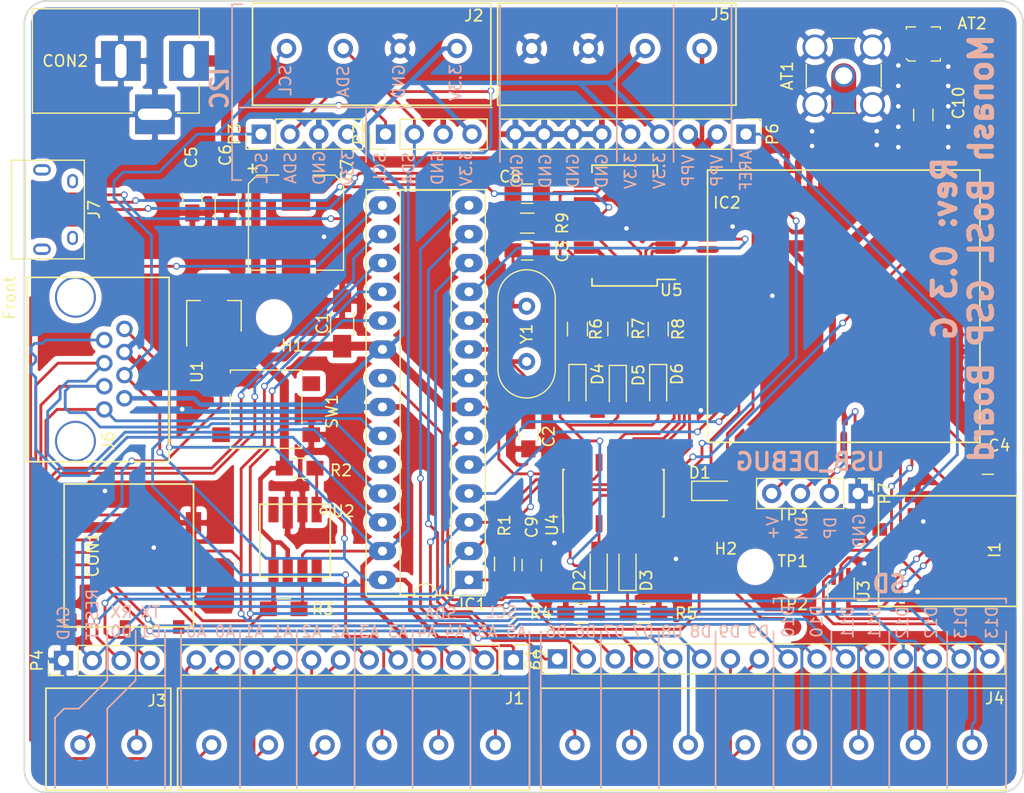
<source format=kicad_pcb>
(kicad_pcb (version 20171130) (host pcbnew "(5.1.2)-2")
  (title_block (title "Monash BoSL Board") (date 2019-08-25) (rev 0.3))
  (layers (0 F.Cu signal) (31 B.Cu signal) (34 B.Paste user) (35 F.Paste user) (36 B.SilkS user) (37 F.SilkS user) (38 B.Mask user) (39 F.Mask user) (44 Edge.Cuts user))
  (net 0 "")
  (net 1 GND)
  (net 2 "Net-(AT1-Pad1)")
  (net 3 V_3.3)
  (net 4 "Net-(C2-Pad2)")
  (net 5 "Net-(C3-Pad2)")
  (net 6 "Net-(C4-Pad2)")
  (net 7 VPP)
  (net 8 TLL_RST)
  (net 9 SD_MISO)
  (net 10 ONOFF_PIN)
  (net 11 "Net-(D1-Pad2)")
  (net 12 "Net-(D2-Pad2)")
  (net 13 "Net-(D3-Pad1)")
  (net 14 "Net-(D3-Pad2)")
  (net 15 "Net-(D4-Pad1)")
  (net 16 "Net-(D5-Pad1)")
  (net 17 USB_V)
  (net 18 "Net-(D6-Pad1)")
  (net 19 "Net-(I1-Pad6)")
  (net 20 "Net-(I1-Pad2)")
  (net 21 "Net-(I1-Pad3)")
  (net 22 D9)
  (net 23 TLL_RX)
  (net 24 SD_CS)
  (net 25 TLL_TX)
  (net 26 SD_MOSI)
  (net 27 RX)
  (net 28 TX)
  (net 29 SD_SCLK)
  (net 30 A0)
  (net 31 A1)
  (net 32 A2)
  (net 33 DTR)
  (net 34 A3)
  (net 35 D7)
  (net 36 SDA)
  (net 37 D8)
  (net 38 SCL)
  (net 39 "Net-(IC2-Pad6)")
  (net 40 "Net-(IC2-Pad23)")
  (net 41 /DP)
  (net 42 /DM)
  (net 43 NETLIGHT)
  (net 44 PWR_STAT)
  (net 45 AREF)
  (net 46 D6)
  (net 47 USB_DM)
  (net 48 USB_DP)
  (net 49 "Net-(C9-Pad2)")
  (net 50 "Net-(D2-Pad1)")
  (net 51 AND_RX)
  (net 52 AND_TX)
  (net 53 /USB_VBUS)
  (net 54 TTL_3.3V)
  (net 55 "Net-(R7-Pad2)")
  (net 56 "Net-(R8-Pad2)")
  (net 57 "Net-(AT2-Pad1)")
  (net 58 "Net-(C10-Pad2)")
  (module Housings_SOIC:SOIC-14_3.9x8.7mm_Pitch1.27mm (layer F.Cu) (at 156.4 106.4 90)
    (fp_text reference U4 (at -2.8 -5.4 90) (layer F.SilkS))
    (fp_text value 74HC126)
    (pad 1 smd rect (at -2.7 -3.81 90) (size 1.5 0.6) (layers F.Cu F.Paste F.Mask) (net 54 TTL_3.3V))
    (pad 2 smd rect (at -2.7 -2.54 90) (size 1.5 0.6) (layers F.Cu F.Paste F.Mask) (net 43 NETLIGHT))
    (pad 3 smd rect (at -2.7 -1.27 90) (size 1.5 0.6) (layers F.Cu F.Paste F.Mask) (net 12 "Net-(D2-Pad2)"))
    (pad 4 smd rect (at -2.7 0 90) (size 1.5 0.6) (layers F.Cu F.Paste F.Mask) (net 54 TTL_3.3V))
    (pad 5 smd rect (at -2.7 1.27 90) (size 1.5 0.6) (layers F.Cu F.Paste F.Mask) (net 44 PWR_STAT))
    (pad 6 smd rect (at -2.7 2.54 90) (size 1.5 0.6) (layers F.Cu F.Paste F.Mask) (net 14 "Net-(D3-Pad2)"))
    (pad 7 smd rect (at -2.7 3.81 90) (size 1.5 0.6) (layers F.Cu F.Paste F.Mask) (net 1 GND))
    (pad 8 smd rect (at 2.7 3.81 90) (size 1.5 0.6) (layers F.Cu F.Paste F.Mask) (net 23 TLL_RX))
    (pad 9 smd rect (at 2.7 2.54 90) (size 1.5 0.6) (layers F.Cu F.Paste F.Mask) (net 51 AND_RX))
    (pad 10 smd rect (at 2.7 1.27 90) (size 1.5 0.6) (layers F.Cu F.Paste F.Mask) (net 54 TTL_3.3V))
    (pad 11 smd rect (at 2.7 0 90) (size 1.5 0.6) (layers F.Cu F.Paste F.Mask) (net 52 AND_TX))
    (pad 12 smd rect (at 2.7 -1.27 90) (size 1.5 0.6) (layers F.Cu F.Paste F.Mask) (net 25 TLL_TX))
    (pad 13 smd rect (at 2.7 -2.54 90) (size 1.5 0.6) (layers F.Cu F.Paste F.Mask) (net 54 TTL_3.3V))
    (pad 14 smd rect (at 2.7 -3.81 90) (size 1.5 0.6) (layers F.Cu F.Paste F.Mask) (net 3 V_3.3))
  )
  (module Mounting_Holes:MountingHole_2.2mm_M2 (layer F.Cu) (at 126.5 90.9)
    (fp_text reference H1 (at 1.6 2.5) (layer F.SilkS))
    (fp_text value MountingHole)
    (pad 1 np_thru_hole circle (at 0 0) (size 2.2 2.2) (drill 2.2) (layers *.Cu *.Mask))
  )
  (module Mounting_Holes:MountingHole_2.2mm_M2 (layer F.Cu) (at 168.9 112.9)
    (fp_text reference H2 (at -2.6 -1.6) (layer F.SilkS))
    (fp_text value MountingHole)
    (pad 1 np_thru_hole circle (at 0 0) (size 2.2 2.2) (drill 2.2) (layers *.Cu *.Mask))
  )
  (module SIMFootprints:RJ_45 (layer F.Cu) (at 109 89.13 270)
    (fp_text reference J6 (at 12.67 -2.9 270) (layer F.SilkS))
    (fp_text value RJ45)
    (fp_text user Front (at 0.07 5.8 270) (layer F.SilkS))
    (pad 2 thru_hole circle (at 8.91 -4.318 270) (size 1.45 1.45) (drill 0.9) (layers *.Cu *.Mask) (net 3 V_3.3))
    (pad 4 thru_hole circle (at 6.87 -4.318 270) (size 1.45 1.45) (drill 0.9) (layers *.Cu *.Mask) (net 38 SCL))
    (pad 6 thru_hole circle (at 4.83 -4.318 270) (size 1.45 1.45) (drill 0.9) (layers *.Cu *.Mask) (net 1 GND))
    (pad 8 thru_hole circle (at 2.79 -4.318 270) (size 1.45 1.45) (drill 0.9) (layers *.Cu *.Mask) (net 36 SDA))
    (pad 1 thru_hole circle (at 9.89 -2.54 270) (size 1.45 1.45) (drill 0.9) (layers *.Cu *.Mask) (net 30 A0))
    (pad 7 thru_hole circle (at 3.77 -2.54 270) (size 1.45 1.45) (drill 0.9) (layers *.Cu *.Mask) (net 34 A3))
    (pad 3 thru_hole circle (at 7.85 -2.54 270) (size 1.45 1.45) (drill 0.9) (layers *.Cu *.Mask) (net 31 A1))
    (pad 5 thru_hole circle (at 5.81 -2.54 270) (size 1.45 1.45) (drill 0.9) (layers *.Cu *.Mask) (net 32 A2))
    (pad "" thru_hole circle (at 0 0 270) (size 3.6 3.6) (drill 3.25) (layers *.Cu *.Mask))
    (pad "" thru_hole circle (at 12.7 0 270) (size 3.6 3.6) (drill 3.25) (layers *.Cu *.Mask))
  )
  (module Pin_Headers:Pin_Header_Straight_1x09_Pitch2.54mm (layer F.Cu) (at 168.08 74.75 270)
    (fp_text reference P6 (at 0 -2.33 270) (layer F.SilkS))
    (fp_text value CONN_01X09)
    (pad 1 thru_hole rect (at 0 0 270) (size 1.7 1.7) (drill 1) (layers *.Cu *.Mask) (net 45 AREF))
    (pad 2 thru_hole oval (at 0 2.54 270) (size 1.7 1.7) (drill 1) (layers *.Cu *.Mask) (net 7 VPP))
    (pad 3 thru_hole oval (at 0 5.08 270) (size 1.7 1.7) (drill 1) (layers *.Cu *.Mask) (net 7 VPP))
    (pad 4 thru_hole oval (at 0 7.62 270) (size 1.7 1.7) (drill 1) (layers *.Cu *.Mask) (net 3 V_3.3))
    (pad 5 thru_hole oval (at 0 10.16 270) (size 1.7 1.7) (drill 1) (layers *.Cu *.Mask) (net 3 V_3.3))
    (pad 6 thru_hole oval (at 0 12.7 270) (size 1.7 1.7) (drill 1) (layers *.Cu *.Mask) (net 1 GND))
    (pad 7 thru_hole oval (at 0 15.24 270) (size 1.7 1.7) (drill 1) (layers *.Cu *.Mask) (net 1 GND))
    (pad 8 thru_hole oval (at 0 17.78 270) (size 1.7 1.7) (drill 1) (layers *.Cu *.Mask) (net 1 GND))
    (pad 9 thru_hole oval (at 0 20.32 270) (size 1.7 1.7) (drill 1) (layers *.Cu *.Mask) (net 1 GND))
  )
  (module Pin_Headers:Pin_Header_Straight_1x16_Pitch2.54mm (layer F.Cu) (at 151.47 121.02 90)
    (fp_text reference P1 (at 0 -2.33 90) (layer F.SilkS))
    (fp_text value CONN_01X16)
    (pad 1 thru_hole rect (at 0 0 90) (size 1.7 1.7) (drill 1) (layers *.Cu *.Mask) (net 46 D6))
    (pad 2 thru_hole oval (at 0 2.54 90) (size 1.7 1.7) (drill 1) (layers *.Cu *.Mask) (net 46 D6))
    (pad 3 thru_hole oval (at 0 5.08 90) (size 1.7 1.7) (drill 1) (layers *.Cu *.Mask) (net 35 D7))
    (pad 4 thru_hole oval (at 0 7.62 90) (size 1.7 1.7) (drill 1) (layers *.Cu *.Mask) (net 35 D7))
    (pad 5 thru_hole oval (at 0 10.16 90) (size 1.7 1.7) (drill 1) (layers *.Cu *.Mask) (net 37 D8))
    (pad 6 thru_hole oval (at 0 12.7 90) (size 1.7 1.7) (drill 1) (layers *.Cu *.Mask) (net 37 D8))
    (pad 7 thru_hole oval (at 0 15.24 90) (size 1.7 1.7) (drill 1) (layers *.Cu *.Mask) (net 22 D9))
    (pad 8 thru_hole oval (at 0 17.78 90) (size 1.7 1.7) (drill 1) (layers *.Cu *.Mask) (net 22 D9))
    (pad 9 thru_hole oval (at 0 20.32 90) (size 1.7 1.7) (drill 1) (layers *.Cu *.Mask) (net 24 SD_CS))
    (pad 10 thru_hole oval (at 0 22.86 90) (size 1.7 1.7) (drill 1) (layers *.Cu *.Mask) (net 24 SD_CS))
    (pad 11 thru_hole oval (at 0 25.4 90) (size 1.7 1.7) (drill 1) (layers *.Cu *.Mask) (net 26 SD_MOSI))
    (pad 12 thru_hole oval (at 0 27.94 90) (size 1.7 1.7) (drill 1) (layers *.Cu *.Mask) (net 26 SD_MOSI))
    (pad 13 thru_hole oval (at 0 30.48 90) (size 1.7 1.7) (drill 1) (layers *.Cu *.Mask) (net 9 SD_MISO))
    (pad 14 thru_hole oval (at 0 33.02 90) (size 1.7 1.7) (drill 1) (layers *.Cu *.Mask) (net 9 SD_MISO))
    (pad 15 thru_hole oval (at 0 35.56 90) (size 1.7 1.7) (drill 1) (layers *.Cu *.Mask) (net 29 SD_SCLK))
    (pad 16 thru_hole oval (at 0 38.1 90) (size 1.7 1.7) (drill 1) (layers *.Cu *.Mask) (net 29 SD_SCLK))
  )
  (module Resistors_SMD:R_0805_HandSoldering (layer F.Cu) (at 160.342 91.94 90)
    (fp_text reference R8 (at 0 1.758 90) (layer F.SilkS))
    (fp_text value "3.3 kΩ")
    (pad 1 smd rect (at -1.35 0 90) (size 1.5 1.3) (layers F.Cu F.Paste F.Mask) (net 18 "Net-(D6-Pad1)"))
    (pad 2 smd rect (at 1.35 0 90) (size 1.5 1.3) (layers F.Cu F.Paste F.Mask) (net 56 "Net-(R8-Pad2)"))
  )
  (module Resistors_SMD:R_0805_HandSoldering (layer F.Cu) (at 156.786 91.94 90)
    (fp_text reference R7 (at 0.04 1.814 90) (layer F.SilkS))
    (fp_text value "3.3 kΩ")
    (pad 1 smd rect (at -1.35 0 90) (size 1.5 1.3) (layers F.Cu F.Paste F.Mask) (net 16 "Net-(D5-Pad1)"))
    (pad 2 smd rect (at 1.35 0 90) (size 1.5 1.3) (layers F.Cu F.Paste F.Mask) (net 55 "Net-(R7-Pad2)"))
  )
  (module Resistors_SMD:R_0805_HandSoldering (layer F.Cu) (at 153.23 91.94 90)
    (fp_text reference R6 (at 0 1.63 270) (layer F.SilkS))
    (fp_text value "3.3 kΩ")
    (pad 1 smd rect (at -1.35 0 90) (size 1.5 1.3) (layers F.Cu F.Paste F.Mask) (net 15 "Net-(D4-Pad1)"))
    (pad 2 smd rect (at 1.35 0 90) (size 1.5 1.3) (layers F.Cu F.Paste F.Mask) (net 1 GND))
  )
  (module SIMFootprints:microSD_Connector (layer F.Cu) (at 108 111.8 270)
    (fp_text reference CON1 (at 0 -2.54 270) (layer F.SilkS))
    (fp_text value Micro_SD_Card)
    (pad 9 smd rect (at -2.78 -11.4 270) (size 1.9 1.35) (layers F.Cu F.Paste F.Mask) (net 1 GND))
    (pad 9 smd rect (at 2.34 -11.4 270) (size 1.9 1.35) (layers F.Cu F.Paste F.Mask) (net 1 GND))
    (pad NC smd rect (at 6.4 -10.1 270) (size 1.2 1) (layers F.Cu F.Paste F.Mask))
    (pad NC smd rect (at 6.4 -5.4 270) (size 1.2 1) (layers F.Cu F.Paste F.Mask))
    (pad 9 smd rect (at 6.015 -0.425 270) (size 1.55 1.35) (layers F.Cu F.Paste F.Mask) (net 1 GND))
    (pad 9 smd rect (at -5.725 -0.65 270) (size 1.17 1.8) (layers F.Cu F.Paste F.Mask) (net 1 GND))
    (pad 8 smd rect (at -4.525 -0.3 270) (size 0.75 1.1) (layers F.Cu F.Paste F.Mask))
    (pad 7 smd rect (at -3.475 -0.3 270) (size 0.85 1.1) (layers F.Cu F.Paste F.Mask) (net 9 SD_MISO))
    (pad 6 smd rect (at -2.375 -0.3 270) (size 0.85 1.1) (layers F.Cu F.Paste F.Mask) (net 1 GND))
    (pad 5 smd rect (at -1.275 -0.3 270) (size 0.85 1.1) (layers F.Cu F.Paste F.Mask) (net 29 SD_SCLK))
    (pad 4 smd rect (at -0.175 -0.3 270) (size 0.85 1.1) (layers F.Cu F.Paste F.Mask) (net 3 V_3.3))
    (pad 3 smd rect (at 0.925 -0.3 270) (size 0.85 1.1) (layers F.Cu F.Paste F.Mask) (net 26 SD_MOSI))
    (pad 2 smd rect (at 2.025 -0.3 270) (size 0.85 1.1) (layers F.Cu F.Paste F.Mask) (net 24 SD_CS))
    (pad 1 smd rect (at 3.125 -0.3 270) (size 0.85 1.1) (layers F.Cu F.Paste F.Mask))
  )
  (module SIMFootprints:SIM7000 (layer F.Cu) (at 176.69 89.92)
    (fp_text reference IC2 (at -10.29 -9.12 180) (layer F.SilkS))
    (fp_text value SIM7000)
    (pad 68 smd oval (at -8 -12) (size 0.6 2) (layers F.Cu F.Paste F.Mask))
    (pad 67 smd oval (at -7 -12) (size 0.6 2) (layers F.Cu F.Paste F.Mask))
    (pad 66 smd oval (at -6 -12) (size 0.6 2) (layers F.Cu F.Paste F.Mask) (net 44 PWR_STAT))
    (pad 65 smd oval (at -5 -12) (size 0.6 2) (layers F.Cu F.Paste F.Mask) (net 1 GND))
    (pad 64 smd oval (at -4 -12) (size 0.6 2) (layers F.Cu F.Paste F.Mask) (net 1 GND))
    (pad 63 smd oval (at -3 -12) (size 0.6 2) (layers F.Cu F.Paste F.Mask) (net 1 GND))
    (pad 62 smd oval (at -2 -12) (size 0.6 2) (layers F.Cu F.Paste F.Mask) (net 1 GND))
    (pad 61 smd oval (at -1 -12) (size 0.6 2) (layers F.Cu F.Paste F.Mask) (net 1 GND))
    (pad 60 smd oval (at 0 -12) (size 0.6 2) (layers F.Cu F.Paste F.Mask) (net 2 "Net-(AT1-Pad1)"))
    (pad 59 smd oval (at 1 -12) (size 0.6 2) (layers F.Cu F.Paste F.Mask) (net 1 GND))
    (pad 58 smd oval (at 2 -12) (size 0.6 2) (layers F.Cu F.Paste F.Mask) (net 1 GND))
    (pad 57 smd oval (at 3 -12) (size 0.6 2) (layers F.Cu F.Paste F.Mask) (net 7 VPP))
    (pad 56 smd oval (at 4 -12) (size 0.6 2) (layers F.Cu F.Paste F.Mask) (net 7 VPP))
    (pad 55 smd oval (at 5 -12) (size 0.6 2) (layers F.Cu F.Paste F.Mask) (net 7 VPP))
    (pad 54 smd oval (at 6 -12) (size 0.6 2) (layers F.Cu F.Paste F.Mask) (net 1 GND))
    (pad 53 smd oval (at 7 -12) (size 0.6 2) (layers F.Cu F.Paste F.Mask) (net 58 "Net-(C10-Pad2)"))
    (pad 52 smd oval (at 8 -12) (size 0.6 2) (layers F.Cu F.Paste F.Mask) (net 43 NETLIGHT))
    (pad 51 smd oval (at 12 -8 90) (size 0.6 2) (layers F.Cu F.Paste F.Mask))
    (pad 50 smd oval (at 12 -7 90) (size 0.6 2) (layers F.Cu F.Paste F.Mask))
    (pad 49 smd oval (at 12 -6 90) (size 0.6 2) (layers F.Cu F.Paste F.Mask))
    (pad 48 smd oval (at 12 -5 90) (size 0.6 2) (layers F.Cu F.Paste F.Mask))
    (pad 47 smd oval (at 12 -4 90) (size 0.6 2) (layers F.Cu F.Paste F.Mask))
    (pad 46 smd oval (at 12 -3 90) (size 0.6 2) (layers F.Cu F.Paste F.Mask) (net 1 GND))
    (pad 45 smd oval (at 12 -2 90) (size 0.6 2) (layers F.Cu F.Paste F.Mask) (net 1 GND))
    (pad 44 smd oval (at 12 -1 90) (size 0.6 2) (layers F.Cu F.Paste F.Mask))
    (pad 43 smd oval (at 12 0 90) (size 0.6 2) (layers F.Cu F.Paste F.Mask))
    (pad 42 smd oval (at 12 1 90) (size 0.6 2) (layers F.Cu F.Paste F.Mask))
    (pad 41 smd oval (at 12 2 90) (size 0.6 2) (layers F.Cu F.Paste F.Mask))
    (pad 40 smd oval (at 12 3 90) (size 0.6 2) (layers F.Cu F.Paste F.Mask))
    (pad 39 smd oval (at 12 4 90) (size 0.6 2) (layers F.Cu F.Paste F.Mask) (net 1 GND))
    (pad 38 smd oval (at 12 5 90) (size 0.6 2) (layers F.Cu F.Paste F.Mask))
    (pad 37 smd oval (at 12 6 90) (size 0.6 2) (layers F.Cu F.Paste F.Mask))
    (pad 36 smd oval (at 12 7 90) (size 0.6 2) (layers F.Cu F.Paste F.Mask))
    (pad 35 smd oval (at 12 8 90) (size 0.6 2) (layers F.Cu F.Paste F.Mask))
    (pad 34 smd oval (at 8 12) (size 0.6 2) (layers F.Cu F.Paste F.Mask))
    (pad 33 smd oval (at 7 12) (size 0.6 2) (layers F.Cu F.Paste F.Mask) (net 20 "Net-(I1-Pad2)"))
    (pad 32 smd oval (at 6 12) (size 0.6 2) (layers F.Cu F.Paste F.Mask) (net 21 "Net-(I1-Pad3)"))
    (pad 31 smd oval (at 5 12) (size 0.6 2) (layers F.Cu F.Paste F.Mask) (net 19 "Net-(I1-Pad6)"))
    (pad 30 smd oval (at 4 12) (size 0.6 2) (layers F.Cu F.Paste F.Mask) (net 6 "Net-(C4-Pad2)"))
    (pad 29 smd oval (at 3 12) (size 0.6 2) (layers F.Cu F.Paste F.Mask) (net 1 GND))
    (pad 28 smd oval (at 2 12) (size 0.6 2) (layers F.Cu F.Paste F.Mask) (net 42 /DM))
    (pad 27 smd oval (at 1 12) (size 0.6 2) (layers F.Cu F.Paste F.Mask) (net 41 /DP))
    (pad 26 smd oval (at 0 12) (size 0.6 2) (layers F.Cu F.Paste F.Mask))
    (pad 25 smd oval (at -1 12) (size 0.6 2) (layers F.Cu F.Paste F.Mask) (net 7 VPP))
    (pad 24 smd oval (at -2 12) (size 0.6 2) (layers F.Cu F.Paste F.Mask) (net 53 /USB_VBUS))
    (pad 23 smd oval (at -3 12) (size 0.6 2) (layers F.Cu F.Paste F.Mask) (net 40 "Net-(IC2-Pad23)"))
    (pad 22 smd oval (at -4 12) (size 0.6 2) (layers F.Cu F.Paste F.Mask))
    (pad 21 smd oval (at -5 12) (size 0.6 2) (layers F.Cu F.Paste F.Mask))
    (pad 20 smd oval (at -6 12) (size 0.6 2) (layers F.Cu F.Paste F.Mask))
    (pad 19 smd oval (at -7 12) (size 0.6 2) (layers F.Cu F.Paste F.Mask))
    (pad 18 smd oval (at -8 12) (size 0.6 2) (layers F.Cu F.Paste F.Mask) (net 1 GND))
    (pad 11 smd oval (at -12 2 90) (size 0.6 2) (layers F.Cu F.Paste F.Mask))
    (pad 17 smd oval (at -12 8 90) (size 0.6 2) (layers F.Cu F.Paste F.Mask) (net 1 GND))
    (pad 16 smd oval (at -12 7 90) (size 0.6 2) (layers F.Cu F.Paste F.Mask))
    (pad 15 smd oval (at -12 6 90) (size 0.6 2) (layers F.Cu F.Paste F.Mask))
    (pad 14 smd oval (at -12 5 90) (size 0.6 2) (layers F.Cu F.Paste F.Mask))
    (pad 13 smd oval (at -12 4 90) (size 0.6 2) (layers F.Cu F.Paste F.Mask))
    (pad 12 smd oval (at -12 3 90) (size 0.6 2) (layers F.Cu F.Paste F.Mask))
    (pad 10 smd oval (at -12 1 90) (size 0.6 2) (layers F.Cu F.Paste F.Mask) (net 27 RX))
    (pad 9 smd oval (at -12 0 90) (size 0.6 2) (layers F.Cu F.Paste F.Mask) (net 28 TX))
    (pad 8 smd oval (at -12 -1 90) (size 0.6 2) (layers F.Cu F.Paste F.Mask))
    (pad 7 smd oval (at -12 -2 90) (size 0.6 2) (layers F.Cu F.Paste F.Mask))
    (pad 6 smd oval (at -12 -3 90) (size 0.6 2) (layers F.Cu F.Paste F.Mask) (net 39 "Net-(IC2-Pad6)"))
    (pad 5 smd oval (at -12 -4 90) (size 0.6 2) (layers F.Cu F.Paste F.Mask))
    (pad 4 smd oval (at -12 -5 90) (size 0.6 2) (layers F.Cu F.Paste F.Mask))
    (pad 1 smd oval (at -12 -8 90) (size 0.6 2) (layers F.Cu F.Paste F.Mask) (net 11 "Net-(D1-Pad2)"))
    (pad 2 smd oval (at -12 -7 90) (size 0.6 2) (layers F.Cu F.Paste F.Mask) (net 1 GND))
    (pad 3 smd oval (at -12 -6 90) (size 0.6 2) (layers F.Cu F.Paste F.Mask) (net 33 DTR))
  )
  (module SIMFootprints:Screw_Terminals_1x6 (layer F.Cu) (at 121 128.6)
    (fp_text reference J1 (at 26.7 -4.1) (layer F.SilkS))
    (fp_text value Screw_Terminal_1x06)
    (pad 6 thru_hole circle (at 25 0) (size 1.7 1.7) (drill 1) (layers *.Cu *.Mask) (net 38 SCL))
    (pad 5 thru_hole circle (at 20 0) (size 1.7 1.7) (drill 1) (layers *.Cu *.Mask) (net 36 SDA))
    (pad 4 thru_hole circle (at 15 0) (size 1.7 1.7) (drill 1) (layers *.Cu *.Mask) (net 34 A3))
    (pad 3 thru_hole circle (at 10 0) (size 1.7 1.7) (drill 1) (layers *.Cu *.Mask) (net 32 A2))
    (pad 2 thru_hole circle (at 5 0) (size 1.7 1.7) (drill 1) (layers *.Cu *.Mask) (net 31 A1))
    (pad 1 thru_hole circle (at 0 0) (size 1.7 1.7) (drill 1) (layers *.Cu *.Mask) (net 30 A0))
  )
  (module SIMFootprints:Screw_Terminals_1x4 (layer F.Cu) (at 142.6 67.2 180)
    (fp_text reference J2 (at -1.5 2.9 180) (layer F.SilkS))
    (fp_text value Screw_Terminal_1x04)
    (pad 4 thru_hole circle (at 15 0 180) (size 1.7 1.7) (drill 1) (layers *.Cu *.Mask) (net 38 SCL))
    (pad 3 thru_hole circle (at 10 0 180) (size 1.7 1.7) (drill 1) (layers *.Cu *.Mask) (net 36 SDA))
    (pad 2 thru_hole circle (at 5 0 180) (size 1.7 1.7) (drill 1) (layers *.Cu *.Mask) (net 1 GND))
    (pad 1 thru_hole circle (at 0 0 180) (size 1.7 1.7) (drill 1) (layers *.Cu *.Mask) (net 3 V_3.3))
  )
  (module SIMFootprints:Screw_Terminals_1x2 (layer F.Cu) (at 109.4 128.6)
    (fp_text reference J3 (at 6.8 -3.9 180) (layer F.SilkS))
    (fp_text value Screw_Terminal_1x02)
    (pad 2 thru_hole circle (at 5 0) (size 1.7 1.7) (drill 1) (layers *.Cu *.Mask) (net 25 TLL_TX))
    (pad 1 thru_hole circle (at 0 0) (size 1.7 1.7) (drill 1) (layers *.Cu *.Mask) (net 23 TLL_RX))
  )
  (module SIMFootprints:MS5803 (layer F.Cu) (at 128.320968 110.599112 270)
    (fp_text reference U2 (at -2.599112 -4.279032 180) (layer F.SilkS))
    (fp_text value MS5803)
    (pad 4 smd rect (at -2.749112 1.870968 90) (size 2.25 0.9) (layers F.Cu F.Paste F.Mask))
    (pad 3 smd rect (at -2.474112 0.620968 90) (size 2.8 0.9) (layers F.Cu F.Paste F.Mask) (net 1 GND))
    (pad 2 smd rect (at -2.749112 -0.679032 90) (size 2.25 0.9) (layers F.Cu F.Paste F.Mask) (net 1 GND))
    (pad 5 smd rect (at 2.600888 1.870968 90) (size 2.25 0.9) (layers F.Cu F.Paste F.Mask) (net 3 V_3.3))
    (pad 6 smd rect (at 2.600888 0.620968 90) (size 2.25 0.9) (layers F.Cu F.Paste F.Mask) (net 3 V_3.3))
    (pad 8 smd rect (at 2.600888 -1.929032 90) (size 2.25 0.9) (layers F.Cu F.Paste F.Mask))
    (pad 7 smd rect (at 2.600888 -0.679032 90) (size 2.25 0.9) (layers F.Cu F.Paste F.Mask) (net 36 SDA))
    (pad 1 smd rect (at -2.749112 -1.929032 90) (size 2.25 0.9) (layers F.Cu F.Paste F.Mask) (net 38 SCL))
  )
  (module SIMFootprints:SIMNano (layer F.Cu) (at 191.93 111.51 90)
    (fp_text reference I1 (at 0.1 -1.95 90) (layer F.SilkS))
    (fp_text value SIM)
    (pad 6 connect rect (at -4.9 -6.75 90) (size 1 0.8) (layers F.Cu F.Mask) (net 19 "Net-(I1-Pad6)"))
    (pad 4 connect rect (at -4.9 -1.5 90) (size 1 2.3) (layers F.Cu F.Mask) (net 1 GND))
    (pad 4 connect rect (at -4.9 -8.7 90) (size 1 2.3) (layers F.Cu F.Mask) (net 1 GND))
    (pad NC connect rect (at -1.905 -12.065 90) (size 1.1 1.3) (layers F.Cu F.Mask))
    (pad NC connect rect (at 1.905 -12.065 90) (size 1.1 1.3) (layers F.Cu F.Mask))
    (pad 4 connect rect (at 4.8 -8.7 90) (size 1 2.3) (layers F.Cu F.Mask) (net 1 GND))
    (pad 4 connect rect (at 4.9 -1.5 90) (size 1 2.3) (layers F.Cu F.Mask) (net 1 GND))
    (pad 3 connect rect (at -4.9 -4.35 90) (size 1 0.8) (layers F.Cu F.Mask) (net 21 "Net-(I1-Pad3)"))
    (pad 5 connect rect (at -4.9 -5.55 90) (size 1 0.8) (layers F.Cu F.Mask))
    (pad 4 connect rect (at 4.8 -6.75 90) (size 1 0.8) (layers F.Cu F.Mask) (net 1 GND))
    (pad 2 connect rect (at 4.8 -5.55 90) (size 1 0.8) (layers F.Cu F.Mask) (net 20 "Net-(I1-Pad2)"))
    (pad 1 connect rect (at 4.8 -4.35 90) (size 1 0.8) (layers F.Cu F.Mask) (net 6 "Net-(C4-Pad2)"))
  )
  (module SIMFootprints:Screw_Terminals_1x4 (layer F.Cu) (at 164.2 67.2 180)
    (fp_text reference J5 (at -1.6 3) (layer F.SilkS))
    (fp_text value Screw_Terminal_1x04)
    (pad 4 thru_hole circle (at 15 0 180) (size 1.7 1.7) (drill 1) (layers *.Cu *.Mask) (net 1 GND))
    (pad 3 thru_hole circle (at 10 0 180) (size 1.7 1.7) (drill 1) (layers *.Cu *.Mask) (net 1 GND))
    (pad 2 thru_hole circle (at 5 0 180) (size 1.7 1.7) (drill 1) (layers *.Cu *.Mask) (net 3 V_3.3))
    (pad 1 thru_hole circle (at 0 0 180) (size 1.7 1.7) (drill 1) (layers *.Cu *.Mask) (net 7 VPP))
  )
  (module SIMFootprints:Screw_Terminals_1x8 (layer F.Cu) (at 153 128.6)
    (fp_text reference J4 (at 37 -4.1 180) (layer F.SilkS))
    (fp_text value Screw_Terminal_1x08)
    (pad 8 thru_hole circle (at 35 0) (size 1.7 1.7) (drill 1) (layers *.Cu *.Mask) (net 29 SD_SCLK))
    (pad 7 thru_hole circle (at 30 0) (size 1.7 1.7) (drill 1) (layers *.Cu *.Mask) (net 9 SD_MISO))
    (pad 6 thru_hole circle (at 25 0) (size 1.7 1.7) (drill 1) (layers *.Cu *.Mask) (net 26 SD_MOSI))
    (pad 5 thru_hole circle (at 20 0) (size 1.7 1.7) (drill 1) (layers *.Cu *.Mask) (net 24 SD_CS))
    (pad 4 thru_hole circle (at 15 0) (size 1.7 1.7) (drill 1) (layers *.Cu *.Mask) (net 22 D9))
    (pad 3 thru_hole circle (at 10 0) (size 1.7 1.7) (drill 1) (layers *.Cu *.Mask) (net 37 D8))
    (pad 2 thru_hole circle (at 5 0) (size 1.7 1.7) (drill 1) (layers *.Cu *.Mask) (net 35 D7))
    (pad 1 thru_hole circle (at 0 0) (size 1.7 1.7) (drill 1) (layers *.Cu *.Mask) (net 46 D6))
  )
  (module Connectors:SMA_THT_Jack_Straight (layer F.Cu) (at 176.69 69.6 270)
    (fp_text reference AT1 (at -0.004 4.986 270) (layer F.SilkS))
    (fp_text value AT)
    (pad 2 thru_hole circle (at -2.54 2.54 270) (size 2.2 2.2) (drill 1.7) (layers *.Cu *.Mask) (net 1 GND))
    (pad 2 thru_hole circle (at -2.54 -2.54 270) (size 2.2 2.2) (drill 1.7) (layers *.Cu *.Mask) (net 1 GND))
    (pad 2 thru_hole circle (at 2.54 -2.54 270) (size 2.2 2.2) (drill 1.7) (layers *.Cu *.Mask) (net 1 GND))
    (pad 2 thru_hole circle (at 2.54 2.54 270) (size 2.2 2.2) (drill 1.7) (layers *.Cu *.Mask) (net 1 GND))
    (pad 1 thru_hole circle (at 0 0 270) (size 2 2) (drill 1.5) (layers *.Cu *.Mask) (net 2 "Net-(AT1-Pad1)"))
  )
  (module Capacitors_SMD:C_1206_HandSoldering (layer F.Cu) (at 132.494 91.444 90)
    (fp_text reference C1 (at 0 -1.75 270) (layer F.SilkS))
    (fp_text value "1 μF")
    (pad 1 smd rect (at -2 0 90) (size 2 1.6) (layers F.Cu F.Paste F.Mask) (net 3 V_3.3))
    (pad 2 smd rect (at 2 0 90) (size 2 1.6) (layers F.Cu F.Paste F.Mask) (net 1 GND))
  )
  (module Capacitors_SMD:C_0805_HandSoldering (layer F.Cu) (at 148.9 101.25 90)
    (fp_text reference C2 (at -0.15 1.8 270) (layer F.SilkS))
    (fp_text value "22 pF")
    (pad 1 smd rect (at -1.25 0 90) (size 1.5 1.25) (layers F.Cu F.Paste F.Mask) (net 1 GND))
    (pad 2 smd rect (at 1.25 0 90) (size 1.5 1.25) (layers F.Cu F.Paste F.Mask) (net 4 "Net-(C2-Pad2)"))
  )
  (module Capacitors_SMD:C_0805_HandSoldering (layer F.Cu) (at 148.8 85 180)
    (fp_text reference C3 (at -3.1 -0.1 270) (layer F.SilkS))
    (fp_text value "22 pF")
    (pad 1 smd rect (at -1.25 0 180) (size 1.5 1.25) (layers F.Cu F.Paste F.Mask) (net 1 GND))
    (pad 2 smd rect (at 1.25 0 180) (size 1.5 1.25) (layers F.Cu F.Paste F.Mask) (net 5 "Net-(C3-Pad2)"))
  )
  (module Capacitors_SMD:C_0805_HandSoldering (layer F.Cu) (at 189.39 103.89 180)
    (fp_text reference C4 (at -1.01 1.69 180) (layer F.SilkS))
    (fp_text value "220 pF")
    (pad 1 smd rect (at -1.25 0 180) (size 1.5 1.25) (layers F.Cu F.Paste F.Mask) (net 1 GND))
    (pad 2 smd rect (at 1.25 0 180) (size 1.5 1.25) (layers F.Cu F.Paste F.Mask) (net 6 "Net-(C4-Pad2)"))
  )
  (module Capacitors_SMD:C_0805_HandSoldering (layer F.Cu) (at 119.3 80.45 270)
    (fp_text reference C5 (at -3.65 0.1 270) (layer F.SilkS))
    (fp_text value "0.1 μF")
    (pad 1 smd rect (at -1.25 0 270) (size 1.5 1.25) (layers F.Cu F.Paste F.Mask) (net 7 VPP))
    (pad 2 smd rect (at 1.25 0 270) (size 1.5 1.25) (layers F.Cu F.Paste F.Mask) (net 1 GND))
  )
  (module Capacitors_SMD:C_1206_HandSoldering (layer F.Cu) (at 122.334 81.2 270)
    (fp_text reference C6 (at -4.6 0.134 270) (layer F.SilkS))
    (fp_text value "1 μF")
    (pad 1 smd rect (at -2 0 270) (size 2 1.6) (layers F.Cu F.Paste F.Mask) (net 7 VPP))
    (pad 2 smd rect (at 2 0 270) (size 2 1.6) (layers F.Cu F.Paste F.Mask) (net 1 GND))
  )
  (module Capacitors_SMD:CP_Elec_8x10 (layer F.Cu) (at 128.43 82.554 270)
    (fp_text reference C7 (at -4.654 -4.47 270) (layer F.SilkS))
    (fp_text value "330 μF")
    (fp_text user + (at -4.78 3.9 90) (layer F.SilkS))
    (fp_text user + (at -4.78 3.9 90) (layer F.SilkS))
    (pad 1 smd rect (at -3.05 0 90) (size 4 2.5) (layers F.Cu F.Paste F.Mask) (net 7 VPP))
    (pad 2 smd rect (at 3.05 0 90) (size 4 2.5) (layers F.Cu F.Paste F.Mask) (net 1 GND))
  )
  (module Capacitors_SMD:C_0805_HandSoldering (layer F.Cu) (at 148.8 80 180)
    (fp_text reference C8 (at 1.5 1.5 180) (layer F.SilkS))
    (fp_text value "100 nF")
    (pad 1 smd rect (at -1.25 0 180) (size 1.5 1.25) (layers F.Cu F.Paste F.Mask) (net 54 TTL_3.3V))
    (pad 2 smd rect (at 1.25 0 180) (size 1.5 1.25) (layers F.Cu F.Paste F.Mask) (net 1 GND))
  )
  (module Capacitors_SMD:C_0805_HandSoldering (layer F.Cu) (at 149.2 112.75 90)
    (fp_text reference C9 (at 3.35 0 90) (layer F.SilkS))
    (fp_text value "100 nF")
    (pad 1 smd rect (at -1.25 0 90) (size 1.5 1.25) (layers F.Cu F.Paste F.Mask) (net 8 TLL_RST))
    (pad 2 smd rect (at 1.25 0 90) (size 1.5 1.25) (layers F.Cu F.Paste F.Mask) (net 49 "Net-(C9-Pad2)"))
  )
  (module Connectors:BARREL_JACK (layer F.Cu) (at 119 68.3)
    (fp_text reference CON2 (at -10.9 0 180) (layer F.SilkS))
    (fp_text value BARREL_JACK)
    (pad 1 thru_hole rect (at 0 0) (size 3.5 3.5) (drill oval 1 3) (layers *.Cu *.Mask) (net 7 VPP))
    (pad 2 thru_hole rect (at -6 0) (size 3.5 3.5) (drill oval 1 3) (layers *.Cu *.Mask) (net 1 GND))
    (pad 3 thru_hole rect (at -3 4.7) (size 3.5 3.5) (drill oval 3 1) (layers *.Cu *.Mask) (net 1 GND))
  )
  (module Diodes_SMD:D_SOD-323_HandSoldering (layer F.Cu) (at 165.2 106.2)
    (fp_text reference D1 (at -1.2 -1.6) (layer F.SilkS))
    (fp_text value 1N4148)
    (pad 1 smd rect (at -1.25 0) (size 1 1) (layers F.Cu F.Paste F.Mask) (net 10 ONOFF_PIN))
    (pad 2 smd rect (at 1.25 0) (size 1 1) (layers F.Cu F.Paste F.Mask) (net 11 "Net-(D1-Pad2)"))
  )
  (module LEDs:LED_0805_HandSoldering (layer F.Cu) (at 155.1 112.78 90)
    (fp_text reference D2 (at -1.32 -1.7 270) (layer F.SilkS))
    (fp_text value LED)
    (pad 1 smd rect (at -1.35 0 90) (size 1.5 1.3) (layers F.Cu F.Paste F.Mask) (net 50 "Net-(D2-Pad1)"))
    (pad 2 smd rect (at 1.35 0 90) (size 1.5 1.3) (layers F.Cu F.Paste F.Mask) (net 12 "Net-(D2-Pad2)"))
  )
  (module LEDs:LED_0805_HandSoldering (layer F.Cu) (at 157.64 112.78 90)
    (fp_text reference D3 (at -1.32 1.66 270) (layer F.SilkS))
    (fp_text value LED)
    (pad 1 smd rect (at -1.35 0 90) (size 1.5 1.3) (layers F.Cu F.Paste F.Mask) (net 13 "Net-(D3-Pad1)"))
    (pad 2 smd rect (at 1.35 0 90) (size 1.5 1.3) (layers F.Cu F.Paste F.Mask) (net 14 "Net-(D3-Pad2)"))
  )
  (module LEDs:LED_0805_HandSoldering (layer F.Cu) (at 153.23 97.26 270)
    (fp_text reference D4 (at -1.36 -1.77 90) (layer F.SilkS))
    (fp_text value LED)
    (pad 1 smd rect (at -1.35 0 270) (size 1.5 1.3) (layers F.Cu F.Paste F.Mask) (net 15 "Net-(D4-Pad1)"))
    (pad 2 smd rect (at 1.35 0 270) (size 1.5 1.3) (layers F.Cu F.Paste F.Mask) (net 54 TTL_3.3V))
  )
  (module LEDs:LED_0805_HandSoldering (layer F.Cu) (at 156.786 97.34 270)
    (fp_text reference D5 (at -1.34 -1.814 90) (layer F.SilkS))
    (fp_text value LED)
    (pad 1 smd rect (at -1.35 0 270) (size 1.5 1.3) (layers F.Cu F.Paste F.Mask) (net 16 "Net-(D5-Pad1)"))
    (pad 2 smd rect (at 1.35 0 270) (size 1.5 1.3) (layers F.Cu F.Paste F.Mask) (net 54 TTL_3.3V))
  )
  (module LEDs:LED_0805_HandSoldering (layer F.Cu) (at 160.342 97.26 270)
    (fp_text reference D6 (at -1.36 -1.658 90) (layer F.SilkS))
    (fp_text value LED)
    (pad 1 smd rect (at -1.35 0 270) (size 1.5 1.3) (layers F.Cu F.Paste F.Mask) (net 18 "Net-(D6-Pad1)"))
    (pad 2 smd rect (at 1.35 0 270) (size 1.5 1.3) (layers F.Cu F.Paste F.Mask) (net 54 TTL_3.3V))
  )
  (module Housings_DIP:DIP-28_W7.62mm_Socket_LongPads (layer F.Cu) (at 143.67 114.05 180)
    (fp_text reference IC1 (at -0.33 -2.15 180) (layer F.SilkS))
    (fp_text value ATMEGA328-P)
    (pad 1 thru_hole rect (at 0 0 180) (size 2.4 1.6) (drill 0.8) (layers *.Cu *.Mask) (net 8 TLL_RST))
    (pad 15 thru_hole oval (at 7.62 33.02 180) (size 2.4 1.6) (drill 0.8) (layers *.Cu *.Mask) (net 22 D9))
    (pad 2 thru_hole oval (at 0 2.54 180) (size 2.4 1.6) (drill 0.8) (layers *.Cu *.Mask) (net 23 TLL_RX))
    (pad 16 thru_hole oval (at 7.62 30.48 180) (size 2.4 1.6) (drill 0.8) (layers *.Cu *.Mask) (net 24 SD_CS))
    (pad 3 thru_hole oval (at 0 5.08 180) (size 2.4 1.6) (drill 0.8) (layers *.Cu *.Mask) (net 25 TLL_TX))
    (pad 17 thru_hole oval (at 7.62 27.94 180) (size 2.4 1.6) (drill 0.8) (layers *.Cu *.Mask) (net 26 SD_MOSI))
    (pad 4 thru_hole oval (at 0 7.62 180) (size 2.4 1.6) (drill 0.8) (layers *.Cu *.Mask) (net 27 RX))
    (pad 18 thru_hole oval (at 7.62 25.4 180) (size 2.4 1.6) (drill 0.8) (layers *.Cu *.Mask) (net 9 SD_MISO))
    (pad 5 thru_hole oval (at 0 10.16 180) (size 2.4 1.6) (drill 0.8) (layers *.Cu *.Mask) (net 28 TX))
    (pad 19 thru_hole oval (at 7.62 22.86 180) (size 2.4 1.6) (drill 0.8) (layers *.Cu *.Mask) (net 29 SD_SCLK))
    (pad 6 thru_hole oval (at 0 12.7 180) (size 2.4 1.6) (drill 0.8) (layers *.Cu *.Mask) (net 10 ONOFF_PIN))
    (pad 20 thru_hole oval (at 7.62 20.32 180) (size 2.4 1.6) (drill 0.8) (layers *.Cu *.Mask) (net 3 V_3.3))
    (pad 7 thru_hole oval (at 0 15.24 180) (size 2.4 1.6) (drill 0.8) (layers *.Cu *.Mask) (net 3 V_3.3))
    (pad 21 thru_hole oval (at 7.62 17.78 180) (size 2.4 1.6) (drill 0.8) (layers *.Cu *.Mask) (net 45 AREF))
    (pad 8 thru_hole oval (at 0 17.78 180) (size 2.4 1.6) (drill 0.8) (layers *.Cu *.Mask) (net 1 GND))
    (pad 22 thru_hole oval (at 7.62 15.24 180) (size 2.4 1.6) (drill 0.8) (layers *.Cu *.Mask) (net 1 GND))
    (pad 9 thru_hole oval (at 0 20.32 180) (size 2.4 1.6) (drill 0.8) (layers *.Cu *.Mask) (net 4 "Net-(C2-Pad2)"))
    (pad 23 thru_hole oval (at 7.62 12.7 180) (size 2.4 1.6) (drill 0.8) (layers *.Cu *.Mask) (net 30 A0))
    (pad 10 thru_hole oval (at 0 22.86 180) (size 2.4 1.6) (drill 0.8) (layers *.Cu *.Mask) (net 5 "Net-(C3-Pad2)"))
    (pad 24 thru_hole oval (at 7.62 10.16 180) (size 2.4 1.6) (drill 0.8) (layers *.Cu *.Mask) (net 31 A1))
    (pad 11 thru_hole oval (at 0 25.4 180) (size 2.4 1.6) (drill 0.8) (layers *.Cu *.Mask) (net 33 DTR))
    (pad 25 thru_hole oval (at 7.62 7.62 180) (size 2.4 1.6) (drill 0.8) (layers *.Cu *.Mask) (net 32 A2))
    (pad 12 thru_hole oval (at 0 27.94 180) (size 2.4 1.6) (drill 0.8) (layers *.Cu *.Mask) (net 46 D6))
    (pad 26 thru_hole oval (at 7.62 5.08 180) (size 2.4 1.6) (drill 0.8) (layers *.Cu *.Mask) (net 34 A3))
    (pad 13 thru_hole oval (at 0 30.48 180) (size 2.4 1.6) (drill 0.8) (layers *.Cu *.Mask) (net 35 D7))
    (pad 27 thru_hole oval (at 7.62 2.54 180) (size 2.4 1.6) (drill 0.8) (layers *.Cu *.Mask) (net 36 SDA))
    (pad 14 thru_hole oval (at 0 33.02 180) (size 2.4 1.6) (drill 0.8) (layers *.Cu *.Mask) (net 37 D8))
    (pad 28 thru_hole oval (at 7.62 0 180) (size 2.4 1.6) (drill 0.8) (layers *.Cu *.Mask) (net 38 SCL))
  )
  (module Pin_Headers:Pin_Header_Straight_1x04_Pitch2.54mm (layer F.Cu) (at 136.322 74.75 90)
    (fp_text reference P2 (at 0 -2.33 90) (layer F.SilkS))
    (fp_text value CONN_01X04)
    (pad 1 thru_hole rect (at 0 0 90) (size 1.7 1.7) (drill 1) (layers *.Cu *.Mask) (net 38 SCL))
    (pad 2 thru_hole oval (at 0 2.54 90) (size 1.7 1.7) (drill 1) (layers *.Cu *.Mask) (net 36 SDA))
    (pad 3 thru_hole oval (at 0 5.08 90) (size 1.7 1.7) (drill 1) (layers *.Cu *.Mask) (net 1 GND))
    (pad 4 thru_hole oval (at 0 7.62 90) (size 1.7 1.7) (drill 1) (layers *.Cu *.Mask) (net 3 V_3.3))
  )
  (module Pin_Headers:Pin_Header_Straight_1x04_Pitch2.54mm (layer F.Cu) (at 125.36 74.75 90)
    (fp_text reference P3 (at 0 -2.33 90) (layer F.SilkS))
    (fp_text value CONN_01X04)
    (pad 1 thru_hole rect (at 0 0 90) (size 1.7 1.7) (drill 1) (layers *.Cu *.Mask) (net 38 SCL))
    (pad 2 thru_hole oval (at 0 2.54 90) (size 1.7 1.7) (drill 1) (layers *.Cu *.Mask) (net 36 SDA))
    (pad 3 thru_hole oval (at 0 5.08 90) (size 1.7 1.7) (drill 1) (layers *.Cu *.Mask) (net 1 GND))
    (pad 4 thru_hole oval (at 0 7.62 90) (size 1.7 1.7) (drill 1) (layers *.Cu *.Mask) (net 3 V_3.3))
  )
  (module Pin_Headers:Pin_Header_Straight_1x04_Pitch2.54mm (layer F.Cu) (at 107.95 121.158 90)
    (fp_text reference P4 (at 0 -2.33 90) (layer F.SilkS))
    (fp_text value CONN_01X04)
    (pad 1 thru_hole rect (at 0 0 90) (size 1.7 1.7) (drill 1) (layers *.Cu *.Mask) (net 1 GND))
    (pad 2 thru_hole oval (at 0 2.54 90) (size 1.7 1.7) (drill 1) (layers *.Cu *.Mask) (net 8 TLL_RST))
    (pad 3 thru_hole oval (at 0 5.08 90) (size 1.7 1.7) (drill 1) (layers *.Cu *.Mask) (net 23 TLL_RX))
    (pad 4 thru_hole oval (at 0 7.62 90) (size 1.7 1.7) (drill 1) (layers *.Cu *.Mask) (net 25 TLL_TX))
  )
  (module Pin_Headers:Pin_Header_Straight_1x04_Pitch2.54mm (layer F.Cu) (at 177.96 106.43 270)
    (fp_text reference P7 (at 0 -2.33 90) (layer F.SilkS))
    (fp_text value CONN_01X04)
    (pad 1 thru_hole rect (at 0 0 270) (size 1.7 1.7) (drill 1) (layers *.Cu *.Mask) (net 1 GND))
    (pad 2 thru_hole oval (at 0 2.54 270) (size 1.7 1.7) (drill 1) (layers *.Cu *.Mask) (net 41 /DP))
    (pad 3 thru_hole oval (at 0 5.08 270) (size 1.7 1.7) (drill 1) (layers *.Cu *.Mask) (net 42 /DM))
    (pad 4 thru_hole oval (at 0 7.62 270) (size 1.7 1.7) (drill 1) (layers *.Cu *.Mask) (net 53 /USB_VBUS))
  )
  (module Resistors_SMD:R_0805_HandSoldering (layer F.Cu) (at 146.8 112.65 270)
    (fp_text reference R1 (at -3.4 0 270) (layer F.SilkS))
    (fp_text value "10 kΩ")
    (pad 1 smd rect (at -1.35 0 270) (size 1.5 1.3) (layers F.Cu F.Paste F.Mask) (net 3 V_3.3))
    (pad 2 smd rect (at 1.35 0 270) (size 1.5 1.3) (layers F.Cu F.Paste F.Mask) (net 8 TLL_RST))
  )
  (module Resistors_SMD:R_0805_HandSoldering (layer F.Cu) (at 128.75 104.2)
    (fp_text reference R2 (at 3.65 0.2) (layer F.SilkS))
    (fp_text value "10 kΩ")
    (pad 1 smd rect (at -1.35 0) (size 1.5 1.3) (layers F.Cu F.Paste F.Mask) (net 3 V_3.3))
    (pad 2 smd rect (at 1.35 0) (size 1.5 1.3) (layers F.Cu F.Paste F.Mask) (net 38 SCL))
  )
  (module Resistors_SMD:R_0805_HandSoldering (layer F.Cu) (at 127.35 116.6)
    (fp_text reference R3 (at 3.45 0 180) (layer F.SilkS))
    (fp_text value "10 kΩ")
    (pad 1 smd rect (at -1.35 0) (size 1.5 1.3) (layers F.Cu F.Paste F.Mask) (net 3 V_3.3))
    (pad 2 smd rect (at 1.35 0) (size 1.5 1.3) (layers F.Cu F.Paste F.Mask) (net 36 SDA))
  )
  (module Resistors_SMD:R_0805_HandSoldering (layer F.Cu) (at 153.55 117 180)
    (fp_text reference R4 (at 3.55 0 180) (layer F.SilkS))
    (fp_text value "3.3 kΩ")
    (pad 1 smd rect (at -1.35 0 180) (size 1.5 1.3) (layers F.Cu F.Paste F.Mask) (net 50 "Net-(D2-Pad1)"))
    (pad 2 smd rect (at 1.35 0 180) (size 1.5 1.3) (layers F.Cu F.Paste F.Mask) (net 1 GND))
  )
  (module Resistors_SMD:R_0805_HandSoldering (layer F.Cu) (at 159.05 117)
    (fp_text reference R5 (at 3.75 0) (layer F.SilkS))
    (fp_text value "3.3 kΩ")
    (pad 1 smd rect (at -1.35 0) (size 1.5 1.3) (layers F.Cu F.Paste F.Mask) (net 13 "Net-(D3-Pad1)"))
    (pad 2 smd rect (at 1.35 0) (size 1.5 1.3) (layers F.Cu F.Paste F.Mask) (net 1 GND))
  )
  (module Buttons_Switches_SMD:SW_SPST_B3S-1000 (layer F.Cu) (at 125.8 99 180)
    (fp_text reference SW1 (at -5.8 -0.2 90) (layer F.SilkS))
    (fp_text value SPST)
    (pad 1 smd rect (at -3.975 -2.25 180) (size 1.55 1.3) (layers F.Cu F.Paste F.Mask) (net 1 GND))
    (pad 1 smd rect (at 3.975 -2.25 180) (size 1.55 1.3) (layers F.Cu F.Paste F.Mask))
    (pad 2 smd rect (at -3.975 2.25 180) (size 1.55 1.3) (layers F.Cu F.Paste F.Mask))
    (pad 2 smd rect (at 3.975 2.25 180) (size 1.55 1.3) (layers F.Cu F.Paste F.Mask) (net 8 TLL_RST))
  )
  (module Measurement_Points:Measurement_Point_Round-SMD-Pad_Small (layer F.Cu) (at 172.2 114.4)
    (fp_text reference TP1 (at 0 -2) (layer F.SilkS))
    (fp_text value TEST)
    (pad 1 smd circle (at 0 0) (size 1.5 1.5) (layers F.Cu F.Mask) (net 11 "Net-(D1-Pad2)"))
  )
  (module Measurement_Points:Measurement_Point_Round-SMD-Pad_Small (layer F.Cu) (at 172.2 118.2)
    (fp_text reference TP2 (at 0 -2) (layer F.SilkS))
    (fp_text value TEST)
    (pad 1 smd circle (at 0 0) (size 1.5 1.5) (layers F.Cu F.Mask) (net 39 "Net-(IC2-Pad6)"))
  )
  (module Measurement_Points:Measurement_Point_Round-SMD-Pad_Small (layer F.Cu) (at 172.226 110.294)
    (fp_text reference TP3 (at 0 -2) (layer F.SilkS))
    (fp_text value TEST)
    (pad 1 smd circle (at 0 0) (size 1.5 1.5) (layers F.Cu F.Mask) (net 40 "Net-(IC2-Pad23)"))
  )
  (module TO_SOT_Packages_SMD:SOT-89-3_Handsoldering (layer F.Cu) (at 121.2 91.2 90)
    (fp_text reference U1 (at -4.5 -1.5 90) (layer F.SilkS))
    (fp_text value MCP1700T-3302E/TT)
    (pad 1 smd rect (at -1.98 -1.5) (size 1 2.5) (layers F.Cu F.Paste F.Mask) (net 1 GND))
    (pad 2 smd rect (at -1.98 0) (size 1 2.5) (layers F.Cu F.Paste F.Mask) (net 7 VPP))
    (pad 3 smd rect (at -1.98 1.5) (size 1 2.5) (layers F.Cu F.Paste F.Mask) (net 3 V_3.3))
    (pad 2 smd rect (at 1.98 0) (size 2 4) (layers F.Cu F.Paste F.Mask) (net 7 VPP))
    (pad 2 smd trapezoid (at -0.37 0 180) (size 1.5 0.75) (rect_delta 0 0.5) (layers F.Cu F.Paste F.Mask) (net 7 VPP))
  )
  (module TO_SOT_Packages_SMD:SOT-353_SC-70-5_Handsoldering (layer F.Cu) (at 176.45 115.07 270)
    (fp_text reference U3 (at 0 -2 270) (layer F.SilkS))
    (fp_text value MSQA6V1W5T2G)
    (pad 1 smd rect (at -1.33 -0.65 270) (size 1.5 0.4) (layers F.Cu F.Paste F.Mask) (net 20 "Net-(I1-Pad2)"))
    (pad 2 smd rect (at -1.33 0 270) (size 1.5 0.4) (layers F.Cu F.Paste F.Mask) (net 1 GND))
    (pad 3 smd rect (at -1.33 0.65 270) (size 1.5 0.4) (layers F.Cu F.Paste F.Mask) (net 21 "Net-(I1-Pad3)"))
    (pad 4 smd rect (at 1.33 0.65 270) (size 1.5 0.4) (layers F.Cu F.Paste F.Mask) (net 19 "Net-(I1-Pad6)"))
    (pad 5 smd rect (at 1.33 -0.65 270) (size 1.5 0.4) (layers F.Cu F.Paste F.Mask) (net 6 "Net-(C4-Pad2)"))
  )
  (module Housings_SSOP:SSOP-28_5.3x10.2mm_Pitch0.65mm (layer F.Cu) (at 157.386 82.808 180)
    (fp_text reference U5 (at -4.114 -5.692 180) (layer F.SilkS))
    (fp_text value FT232RL)
    (pad 1 smd rect (at -3.6 -4.225 180) (size 1.75 0.45) (layers F.Cu F.Paste F.Mask) (net 51 AND_RX))
    (pad 2 smd rect (at -3.6 -3.575 180) (size 1.75 0.45) (layers F.Cu F.Paste F.Mask) (net 49 "Net-(C9-Pad2)"))
    (pad 3 smd rect (at -3.6 -2.925 180) (size 1.75 0.45) (layers F.Cu F.Paste F.Mask))
    (pad 4 smd rect (at -3.6 -2.275 180) (size 1.75 0.45) (layers F.Cu F.Paste F.Mask) (net 54 TTL_3.3V))
    (pad 5 smd rect (at -3.6 -1.625 180) (size 1.75 0.45) (layers F.Cu F.Paste F.Mask) (net 52 AND_TX))
    (pad 6 smd rect (at -3.6 -0.975 180) (size 1.75 0.45) (layers F.Cu F.Paste F.Mask))
    (pad 7 smd rect (at -3.6 -0.325 180) (size 1.75 0.45) (layers F.Cu F.Paste F.Mask) (net 1 GND))
    (pad 8 smd rect (at -3.6 0.325 180) (size 1.75 0.45) (layers F.Cu F.Paste F.Mask))
    (pad 9 smd rect (at -3.6 0.975 180) (size 1.75 0.45) (layers F.Cu F.Paste F.Mask))
    (pad 10 smd rect (at -3.6 1.625 180) (size 1.75 0.45) (layers F.Cu F.Paste F.Mask))
    (pad 11 smd rect (at -3.6 2.275 180) (size 1.75 0.45) (layers F.Cu F.Paste F.Mask))
    (pad 12 smd rect (at -3.6 2.925 180) (size 1.75 0.45) (layers F.Cu F.Paste F.Mask))
    (pad 13 smd rect (at -3.6 3.575 180) (size 1.75 0.45) (layers F.Cu F.Paste F.Mask))
    (pad 14 smd rect (at -3.6 4.225 180) (size 1.75 0.45) (layers F.Cu F.Paste F.Mask))
    (pad 15 smd rect (at 3.6 4.225 180) (size 1.75 0.45) (layers F.Cu F.Paste F.Mask) (net 48 USB_DP))
    (pad 16 smd rect (at 3.6 3.575 180) (size 1.75 0.45) (layers F.Cu F.Paste F.Mask) (net 47 USB_DM))
    (pad 17 smd rect (at 3.6 2.925 180) (size 1.75 0.45) (layers F.Cu F.Paste F.Mask) (net 54 TTL_3.3V))
    (pad 18 smd rect (at 3.6 2.275 180) (size 1.75 0.45) (layers F.Cu F.Paste F.Mask) (net 1 GND))
    (pad 19 smd rect (at 3.6 1.625 180) (size 1.75 0.45) (layers F.Cu F.Paste F.Mask))
    (pad 20 smd rect (at 3.6 0.975 180) (size 1.75 0.45) (layers F.Cu F.Paste F.Mask) (net 17 USB_V))
    (pad 21 smd rect (at 3.6 0.325 180) (size 1.75 0.45) (layers F.Cu F.Paste F.Mask) (net 1 GND))
    (pad 22 smd rect (at 3.6 -0.325 180) (size 1.75 0.45) (layers F.Cu F.Paste F.Mask) (net 56 "Net-(R8-Pad2)"))
    (pad 23 smd rect (at 3.6 -0.975 180) (size 1.75 0.45) (layers F.Cu F.Paste F.Mask) (net 55 "Net-(R7-Pad2)"))
    (pad 24 smd rect (at 3.6 -1.625 180) (size 1.75 0.45) (layers F.Cu F.Paste F.Mask))
    (pad 25 smd rect (at 3.6 -2.275 180) (size 1.75 0.45) (layers F.Cu F.Paste F.Mask) (net 1 GND))
    (pad 26 smd rect (at 3.6 -2.925 180) (size 1.75 0.45) (layers F.Cu F.Paste F.Mask) (net 1 GND))
    (pad 27 smd rect (at 3.6 -3.575 180) (size 1.75 0.45) (layers F.Cu F.Paste F.Mask))
    (pad 28 smd rect (at 3.6 -4.225 180) (size 1.75 0.45) (layers F.Cu F.Paste F.Mask))
  )
  (module Crystals:Crystal_HC49-U_Vertical (layer F.Cu) (at 148.75 89.92 270)
    (fp_text reference Y1 (at 2.44 0 270) (layer F.SilkS))
    (fp_text value "8 MHz")
    (pad 1 thru_hole circle (at 0 0 270) (size 1.5 1.5) (drill 0.8) (layers *.Cu *.Mask) (net 5 "Net-(C3-Pad2)"))
    (pad 2 thru_hole circle (at 4.88 0 270) (size 1.5 1.5) (drill 0.8) (layers *.Cu *.Mask) (net 4 "Net-(C2-Pad2)"))
  )
  (module Pin_Headers:Pin_Header_Straight_1x12_Pitch2.54mm (layer F.Cu) (at 147.586 121.112 270)
    (fp_text reference P9 (at 0 -2.33 270) (layer F.SilkS))
    (fp_text value CONN_01X12)
    (pad 1 thru_hole rect (at 0 0 270) (size 1.7 1.7) (drill 1) (layers *.Cu *.Mask) (net 38 SCL))
    (pad 2 thru_hole oval (at 0 2.54 270) (size 1.7 1.7) (drill 1) (layers *.Cu *.Mask) (net 38 SCL))
    (pad 3 thru_hole oval (at 0 5.08 270) (size 1.7 1.7) (drill 1) (layers *.Cu *.Mask) (net 36 SDA))
    (pad 4 thru_hole oval (at 0 7.62 270) (size 1.7 1.7) (drill 1) (layers *.Cu *.Mask) (net 36 SDA))
    (pad 5 thru_hole oval (at 0 10.16 270) (size 1.7 1.7) (drill 1) (layers *.Cu *.Mask) (net 34 A3))
    (pad 6 thru_hole oval (at 0 12.7 270) (size 1.7 1.7) (drill 1) (layers *.Cu *.Mask) (net 34 A3))
    (pad 7 thru_hole oval (at 0 15.24 270) (size 1.7 1.7) (drill 1) (layers *.Cu *.Mask) (net 32 A2))
    (pad 8 thru_hole oval (at 0 17.78 270) (size 1.7 1.7) (drill 1) (layers *.Cu *.Mask) (net 32 A2))
    (pad 9 thru_hole oval (at 0 20.32 270) (size 1.7 1.7) (drill 1) (layers *.Cu *.Mask) (net 31 A1))
    (pad 10 thru_hole oval (at 0 22.86 270) (size 1.7 1.7) (drill 1) (layers *.Cu *.Mask) (net 31 A1))
    (pad 11 thru_hole oval (at 0 25.4 270) (size 1.7 1.7) (drill 1) (layers *.Cu *.Mask) (net 30 A0))
    (pad 12 thru_hole oval (at 0 27.94 270) (size 1.7 1.7) (drill 1) (layers *.Cu *.Mask) (net 30 A0))
  )
  (module Connectors:USB_Micro-B (layer F.Cu) (at 107.4 81.4 270)
    (fp_text reference J7 (at 0 -3.24 90) (layer F.SilkS))
    (fp_text value USB_B_Micro)
    (pad 1 smd rect (at -1.3 -1.35) (size 1.35 0.4) (layers F.Cu F.Paste F.Mask) (net 17 USB_V))
    (pad 2 smd rect (at -0.65 -1.35) (size 1.35 0.4) (layers F.Cu F.Paste F.Mask) (net 47 USB_DM))
    (pad 3 smd rect (at 0 -1.35) (size 1.35 0.4) (layers F.Cu F.Paste F.Mask) (net 48 USB_DP))
    (pad 4 smd rect (at 0.65 -1.35) (size 1.35 0.4) (layers F.Cu F.Paste F.Mask))
    (pad 5 smd rect (at 1.3 -1.35) (size 1.35 0.4) (layers F.Cu F.Paste F.Mask) (net 1 GND))
    (pad 6 thru_hole oval (at -2.5 -1.35) (size 0.95 1.25) (drill oval 0.55 0.85) (layers *.Cu *.Mask))
    (pad 6 thru_hole oval (at 2.5 -1.35) (size 0.95 1.25) (drill oval 0.55 0.85) (layers *.Cu *.Mask))
    (pad 6 thru_hole oval (at -3.5 1.35) (size 1.55 1) (drill oval 1.15 0.5) (layers *.Cu *.Mask))
    (pad 6 thru_hole oval (at 3.5 1.35) (size 1.55 1) (drill oval 1.15 0.5) (layers *.Cu *.Mask))
  )
  (module Resistors_SMD:R_0805_HandSoldering (layer F.Cu) (at 148.8 82.6 180)
    (fp_text reference R9 (at -3.1 0 270) (layer F.SilkS))
    (fp_text value "10 kΩ")
    (pad 1 smd rect (at -1.35 0 180) (size 1.5 1.3) (layers F.Cu F.Paste F.Mask) (net 54 TTL_3.3V))
    (pad 2 smd rect (at 1.35 0 180) (size 1.5 1.3) (layers F.Cu F.Paste F.Mask) (net 1 GND))
  )
  (module Connectors_Molex:Molex_Microcoaxial_RF (layer F.Cu) (at 183.7 66.8)
    (fp_text reference AT2 (at 4.3 -1.8) (layer F.SilkS))
    (fp_text value AT-GNSS)
    (pad 1 smd rect (at 0 1.5) (size 1 1) (layers F.Cu F.Paste F.Mask) (net 57 "Net-(AT2-Pad1)"))
    (pad 2 smd rect (at 0 -1.5) (size 1 1) (layers F.Cu F.Paste F.Mask) (net 1 GND))
    (pad 2 smd rect (at 1.475 0) (size 1.05 2.2) (layers F.Cu F.Paste F.Mask) (net 1 GND))
    (pad 2 smd rect (at -1.475 0) (size 1.05 2.2) (layers F.Cu F.Paste F.Mask) (net 1 GND))
  )
  (module Capacitors_SMD:C_0805_HandSoldering (layer F.Cu) (at 183.7 73.05 270)
    (fp_text reference C10 (at -1.05 -3.1 90) (layer F.SilkS))
    (fp_text value "33 pF")
    (pad 2 smd rect (at 1.25 0 270) (size 1.5 1.25) (layers F.Cu F.Paste F.Mask) (net 58 "Net-(C10-Pad2)"))
    (pad 1 smd rect (at -1.25 0 270) (size 1.5 1.25) (layers F.Cu F.Paste F.Mask) (net 57 "Net-(AT2-Pad1)"))
  )
  (gr_text RX (at 113.05 116.9) (layer B.SilkS) (effects (font (size 1 1)) (justify mirror)))
  (gr_text "TX\n" (at 115.6 116.9) (layer B.SilkS) (effects (font (size 1 1)) (justify mirror)))
  (gr_line (start 134.6 72.4) (end 145.7 72.4) (layer B.SilkS) (width 0.15))
  (gr_line (start 134.6 72.4) (end 123.5 72.4) (layer B.SilkS) (width 0.15))
  (gr_line (start 134.6 77.2) (end 134.6 72.4) (layer B.SilkS) (width 0.15))
  (gr_text I2C (at 121.7 70.7 90) (layer B.SilkS) (effects (font (size 1.5 1.5) (thickness 0.3)) (justify mirror)))
  (gr_line (start 122.8 78.8) (end 123.6 78.8) (layer B.SilkS) (width 0.15))
  (gr_line (start 122.8 63.3) (end 122.8 78.8) (layer B.SilkS) (width 0.15))
  (gr_line (start 123.7 63.3) (end 122.8 63.3) (layer B.SilkS) (width 0.15))
  (gr_line (start 191 115.7) (end 191 116.1) (layer B.SilkS) (width 0.15))
  (gr_line (start 170.5 115.7) (end 170.5 116.1) (layer B.SilkS) (width 0.15))
  (gr_line (start 170.5 115.7) (end 191 115.7) (layer B.SilkS) (width 0.15))
  (gr_text SCL (at 127.5 70 90) (layer B.SilkS) (effects (font (size 1 1)) (justify mirror)))
  (gr_text SDA (at 132.6 70.1 90) (layer B.SilkS) (effects (font (size 1 1)) (justify mirror)))
  (gr_text GND (at 137.5 70.1 90) (layer B.SilkS) (effects (font (size 1 1)) (justify mirror)))
  (gr_text 3.3V (at 142.5 70.2 90) (layer B.SilkS) (effects (font (size 1 1)) (justify mirror)))
  (gr_line (start 166.8 63.4) (end 166.8 77.2) (layer B.SilkS) (width 0.15))
  (gr_line (start 161.7 63.4) (end 161.7 77.2) (layer B.SilkS) (width 0.15))
  (gr_line (start 156.7 63.4) (end 156.7 77.2) (layer B.SilkS) (width 0.15))
  (gr_line (start 146.4 63.4) (end 146.4 77.2) (layer B.SilkS) (width 0.15))
  (gr_text "SD\n" (at 180.7 114.4) (layer B.SilkS) (effects (font (size 1.5 1.5) (thickness 0.3)) (justify mirror)))
  (gr_line (start 191 118.6) (end 191 132.4) (layer B.SilkS) (width 0.15))
  (gr_line (start 185.8 118.6) (end 185.8 132.4) (layer B.SilkS) (width 0.15))
  (gr_line (start 180.7 118.6) (end 180.7 132.4) (layer B.SilkS) (width 0.15))
  (gr_line (start 175.6 118.6) (end 175.6 132.4) (layer B.SilkS) (width 0.15))
  (gr_line (start 170.5 118.6) (end 170.5 132.4) (layer B.SilkS) (width 0.15))
  (gr_line (start 165.4 118.6) (end 165.4 132.4) (layer B.SilkS) (width 0.15))
  (gr_line (start 160.4 118.6) (end 160.4 132.4) (layer B.SilkS) (width 0.15))
  (gr_line (start 155.3 118.6) (end 155.3 132.4) (layer B.SilkS) (width 0.15))
  (gr_line (start 150 118.6) (end 150 132.4) (layer B.SilkS) (width 0.15))
  (gr_line (start 149 118.6) (end 149 132.4) (layer B.SilkS) (width 0.15))
  (gr_line (start 143.8 118.6) (end 143.8 132.4) (layer B.SilkS) (width 0.15))
  (gr_line (start 138.7 118.6) (end 138.7 132.4) (layer B.SilkS) (width 0.15))
  (gr_line (start 133.6 118.6) (end 133.6 132.4) (layer B.SilkS) (width 0.15))
  (gr_line (start 128.5 118.5) (end 128.5 132.4) (layer B.SilkS) (width 0.15))
  (gr_line (start 123.5 118.5) (end 123.5 132.4) (layer B.SilkS) (width 0.15))
  (gr_line (start 118.3 118.5) (end 118.3 132.4) (layer B.SilkS) (width 0.15))
  (gr_line (start 116.9 119.4) (end 116.9 118.5) (layer B.SilkS) (width 0.15))
  (gr_line (start 116.9 119.4) (end 116.9 132.4) (layer B.SilkS) (width 0.15))
  (gr_line (start 107.2 126.2) (end 107.2 127.5) (layer B.SilkS) (width 0.15))
  (gr_line (start 108 125.4) (end 107.2 126.2) (layer B.SilkS) (width 0.15))
  (gr_line (start 109.3 125.4) (end 108 125.4) (layer B.SilkS) (width 0.15))
  (gr_line (start 111.8 122.9) (end 109.3 125.4) (layer B.SilkS) (width 0.15))
  (gr_line (start 107.2 127.5) (end 107.2 132.4) (layer B.SilkS) (width 0.15))
  (gr_line (start 111.8 118.5) (end 111.8 122.9) (layer B.SilkS) (width 0.15))
  (gr_line (start 114.3 122.9) (end 114.3 118.5) (layer B.SilkS) (width 0.15))
  (gr_line (start 111.8 125.4) (end 111.8 125.7) (layer B.SilkS) (width 0.15))
  (gr_line (start 114.3 122.9) (end 111.8 125.4) (layer B.SilkS) (width 0.15))
  (gr_line (start 111.8 132.4) (end 111.8 125.7) (layer B.SilkS) (width 0.15))
  (gr_line (start 104.5 129.5) (end 104.5 130.8) (layer Edge.Cuts) (width 0.15))
  (gr_line (start 192.5 130.7) (end 192.5 130.8) (layer Edge.Cuts) (width 0.15))
  (gr_line (start 192.5 129.5) (end 192.5 130.7) (layer Edge.Cuts) (width 0.15))
  (gr_text "Rev: 0.3 G\nMonash BoSL GSP Board" (at 187.198 84.836 90) (layer B.SilkS) (effects (font (size 2 2) (thickness 0.45)) (justify mirror)))
  (gr_text GND (at 178.054 109.728 90) (layer B.SilkS) (effects (font (size 1 1)) (justify mirror)))
  (gr_text DP (at 175.514 109.474 90) (layer B.SilkS) (effects (font (size 1 1)) (justify mirror)))
  (gr_text DM (at 172.974 109.474 90) (layer B.SilkS) (effects (font (size 1 1)) (justify mirror)))
  (gr_text V+ (at 170.434 109.474 90) (layer B.SilkS) (effects (font (size 1 1)) (justify mirror)))
  (gr_text USB_DEBUG (at 173.736 103.632) (layer B.SilkS) (effects (font (size 1.5 1.5) (thickness 0.3)) (justify mirror)))
  (gr_text AREF (at 168.072 77.978 90) (layer B.SilkS) (effects (font (size 1 1)) (justify mirror)))
  (gr_text VPP (at 165.532 77.978 90) (layer B.SilkS) (effects (font (size 1 1)) (justify mirror)))
  (gr_text VPP (at 162.992 77.978 90) (layer B.SilkS) (effects (font (size 1 1)) (justify mirror)))
  (gr_text 3.3V (at 160.452 77.978 90) (layer B.SilkS) (effects (font (size 1 1)) (justify mirror)))
  (gr_text 3.3V (at 157.912 77.978 90) (layer B.SilkS) (effects (font (size 1 1)) (justify mirror)))
  (gr_text GND (at 155.372 77.978 90) (layer B.SilkS) (effects (font (size 1 1)) (justify mirror)))
  (gr_text GND (at 152.832 77.978 90) (layer B.SilkS) (effects (font (size 1 1)) (justify mirror)))
  (gr_text GND (at 150.4 78 90) (layer B.SilkS) (effects (font (size 1 1)) (justify mirror)))
  (gr_text GND (at 147.9 78 90) (layer B.SilkS) (effects (font (size 1 1)) (justify mirror)))
  (gr_text 3.3V (at 143.434 77.724 90) (layer B.SilkS) (effects (font (size 1 1)) (justify mirror)))
  (gr_text GND (at 140.894 77.724 90) (layer B.SilkS) (effects (font (size 1 1)) (justify mirror)))
  (gr_text SDA (at 138.354 77.724 90) (layer B.SilkS) (effects (font (size 1 1)) (justify mirror)))
  (gr_text SCL (at 135.814 77.724 90) (layer B.SilkS) (effects (font (size 1 1)) (justify mirror)))
  (gr_text GND (at 130.48 77.724 90) (layer B.SilkS) (effects (font (size 1 1)) (justify mirror)))
  (gr_text 3.3V (at 133.02 77.724 90) (layer B.SilkS) (effects (font (size 1 1)) (justify mirror)))
  (gr_text SDA (at 127.94 77.724 90) (layer B.SilkS) (effects (font (size 1 1)) (justify mirror)))
  (gr_text SCL (at 125.4 77.724 90) (layer B.SilkS) (effects (font (size 1 1)) (justify mirror)))
  (gr_text D13 (at 189.738 117.8 90) (layer B.SilkS) (effects (font (size 1 1)) (justify mirror)))
  (gr_text D13 (at 187 117.8 90) (layer B.SilkS) (effects (font (size 1 1)) (justify mirror)))
  (gr_text D12 (at 184.4 117.8 90) (layer B.SilkS) (effects (font (size 1 1)) (justify mirror)))
  (gr_text D12 (at 181.864 117.8 90) (layer B.SilkS) (effects (font (size 1 1)) (justify mirror)))
  (gr_text D11 (at 179.4 117.8 90) (layer B.SilkS) (effects (font (size 1 1)) (justify mirror)))
  (gr_text D11 (at 177.038 117.8 90) (layer B.SilkS) (effects (font (size 1 1)) (justify mirror)))
  (gr_text D10 (at 174.3 117.7 90) (layer B.SilkS) (effects (font (size 1 1)) (justify mirror)))
  (gr_text "D10\n" (at 171.8 117.7 90) (layer B.SilkS) (effects (font (size 1 1)) (justify mirror)))
  (gr_text D9 (at 169.164 118.618) (layer B.SilkS) (effects (font (size 1 1)) (justify mirror)))
  (gr_text D9 (at 166.624 118.618) (layer B.SilkS) (effects (font (size 1 1)) (justify mirror)))
  (gr_text D8 (at 164.084 118.618) (layer B.SilkS) (effects (font (size 1 1)) (justify mirror)))
  (gr_text D8 (at 161.544 118.618) (layer B.SilkS) (effects (font (size 1 1)) (justify mirror)))
  (gr_text D7 (at 159.004 118.618) (layer B.SilkS) (effects (font (size 1 1)) (justify mirror)))
  (gr_text D7 (at 156.464 118.618) (layer B.SilkS) (effects (font (size 1 1)) (justify mirror)))
  (gr_text D6 (at 153.924 118.618) (layer B.SilkS) (effects (font (size 1 1)) (justify mirror)))
  (gr_text D6 (at 151.384 118.618) (layer B.SilkS) (effects (font (size 1 1)) (justify mirror)))
  (gr_text SCL (at 146.558 116.9) (layer B.SilkS) (effects (font (size 1 1)) (justify mirror)))
  (gr_text SDA (at 141.2 117) (layer B.SilkS) (effects (font (size 1 1)) (justify mirror)))
  (gr_text D1 (at 115.6 118.6) (layer B.SilkS) (effects (font (size 1 1)) (justify mirror)))
  (gr_text D0 (at 113.05 118.6) (layer B.SilkS) (effects (font (size 1 1)) (justify mirror)))
  (gr_text A0 (at 122.174 118.618) (layer B.SilkS) (effects (font (size 1 1)) (justify mirror)))
  (gr_text "GND\n" (at 107.95 117.856 90) (layer B.SilkS) (effects (font (size 1 1)) (justify mirror)))
  (gr_text RESET (at 110.49 117.094 90) (layer B.SilkS) (effects (font (size 1 1)) (justify mirror)))
  (gr_text A5 (at 147.828 118.618) (layer B.SilkS) (effects (font (size 1 1)) (justify mirror)))
  (gr_text A4 (at 142.4 118.618) (layer B.SilkS) (effects (font (size 1 1)) (justify mirror)))
  (gr_text A5 (at 145.288 118.618) (layer B.SilkS) (effects (font (size 1 1)) (justify mirror)))
  (gr_text A3 (at 134.874 118.618) (layer B.SilkS) (effects (font (size 1 1)) (justify mirror)))
  (gr_text "A4\n" (at 139.954 118.618) (layer B.SilkS) (effects (font (size 1 1)) (justify mirror)))
  (gr_text A3 (at 137.414 118.618) (layer B.SilkS) (effects (font (size 1 1)) (justify mirror)))
  (gr_text A1 (at 127.254 118.618) (layer B.SilkS) (effects (font (size 1 1)) (justify mirror)))
  (gr_text A2 (at 132.334 118.618) (layer B.SilkS) (effects (font (size 1 1)) (justify mirror)))
  (gr_text A2 (at 129.794 118.618) (layer B.SilkS) (effects (font (size 1 1)) (justify mirror)))
  (gr_text "A1\n" (at 124.714 118.618) (layer B.SilkS) (effects (font (size 1 1)) (justify mirror)))
  (gr_text A0 (at 119.634 118.618) (layer B.SilkS) (effects (font (size 1 1)) (justify mirror)))
  (gr_line (start 192.5 129.5) (end 192.5 65) (layer Edge.Cuts) (width 0.15))
  (gr_line (start 106.5 132.8) (end 190.5 132.8) (layer Edge.Cuts) (width 0.15))
  (gr_line (start 104.5 65) (end 104.5 129.5) (layer Edge.Cuts) (width 0.15))
  (gr_line (start 190.5 63) (end 106.5 63) (layer Edge.Cuts) (width 0.15))
  (gr_arc (start 106.5 65) (end 106.5 63) (angle -90) (layer Edge.Cuts) (width 0.15))
  (gr_arc (start 106.5 130.8) (end 104.5 130.8) (angle -90) (layer Edge.Cuts) (width 0.15))
  (gr_arc (start 190.5 130.8) (end 190.5 132.8) (angle -90) (layer Edge.Cuts) (width 0.15))
  (gr_arc (start 190.5 65) (end 192.5 65) (angle -90) (layer Edge.Cuts) (width 0.15))
  (segment (start 183.7 70.92) (end 183.7 69.75) (width 3.23) (layer F.Cu) (net 57))
  (via (at 185.9 68.8) (size 0.6) (drill 0.4) (layers F.Cu B.Cu) (net 1))
  (via (at 181.5 68.7) (size 0.6) (drill 0.4) (layers F.Cu B.Cu) (net 1))
  (via (at 181.5 70.5) (size 0.6) (drill 0.4) (layers F.Cu B.Cu) (net 1))
  (via (at 181.5 72.3) (size 0.6) (drill 0.4) (layers F.Cu B.Cu) (net 1))
  (via (at 181.5 74.1) (size 0.6) (drill 0.4) (layers F.Cu B.Cu) (net 1))
  (via (at 181.5 75.9) (size 0.6) (drill 0.4) (layers F.Cu B.Cu) (net 1))
  (via (at 185.9 70.5) (size 0.6) (drill 0.4) (layers F.Cu B.Cu) (net 1))
  (via (at 185.9 72.3) (size 0.6) (drill 0.4) (layers F.Cu B.Cu) (net 1))
  (via (at 185.9 74.1) (size 0.6) (drill 0.4) (layers F.Cu B.Cu) (net 1))
  (via (at 185.9 75.9) (size 0.6) (drill 0.4) (layers F.Cu B.Cu) (net 1))
  (segment (start 156.825476 82.483) (end 153.786 82.483) (width 0.4) (layer F.Cu) (net 1))
  (segment (start 157.475476 83.133) (end 156.825476 82.483) (width 0.4) (layer F.Cu) (net 1))
  (segment (start 160.986 83.133) (end 157.475476 83.133) (width 0.4) (layer F.Cu) (net 1))
  (segment (start 155.061 85.083) (end 155.6 85.622) (width 0.4) (layer F.Cu) (net 1))
  (segment (start 153.786 85.083) (end 155.061 85.083) (width 0.4) (layer F.Cu) (net 1))
  (segment (start 155.489 85.733) (end 153.786 85.733) (width 0.4) (layer F.Cu) (net 1))
  (segment (start 155.6 85.622) (end 155.489 85.733) (width 0.4) (layer F.Cu) (net 1))
  (via (at 157.54618 83.062296) (size 0.6) (drill 0.4) (layers F.Cu B.Cu) (net 1))
  (segment (start 157.54618 81.710178) (end 157.54618 83.062296) (width 0.4) (layer F.Cu) (net 1))
  (segment (start 156.336001 80.499999) (end 157.54618 81.710178) (width 0.4) (layer F.Cu) (net 1))
  (segment (start 155.663999 80.499999) (end 156.336001 80.499999) (width 0.4) (layer F.Cu) (net 1))
  (segment (start 153.786 80.533) (end 155.630998 80.533) (width 0.4) (layer F.Cu) (net 1))
  (segment (start 155.630998 80.533) (end 155.663999 80.499999) (width 0.4) (layer F.Cu) (net 1))
  (segment (start 149.95 85) (end 150.05 85) (width 0.25) (layer F.Cu) (net 1))
  (segment (start 147.55 82.6) (end 149.95 85) (width 0.25) (layer F.Cu) (net 1))
  (segment (start 147.45 82.6) (end 147.55 82.6) (width 0.25) (layer F.Cu) (net 1))
  (via (at 161.9 112.2) (size 0.6) (drill 0.4) (layers F.Cu B.Cu) (net 1))
  (via (at 151.2 110.8) (size 0.6) (drill 0.4) (layers F.Cu B.Cu) (net 1))
  (via (at 179.6 74.5) (size 0.6) (drill 0.4) (layers F.Cu B.Cu) (net 1))
  (via (at 179.6 75.7) (size 0.6) (drill 0.4) (layers F.Cu B.Cu) (net 1))
  (via (at 173.9 74.5) (size 0.6) (drill 0.4) (layers F.Cu B.Cu) (net 1))
  (via (at 173.9 75.8) (size 0.6) (drill 0.4) (layers F.Cu B.Cu) (net 1))
  (segment (start 176.45 112.74) (end 177.09 112.1) (width 0.25) (layer F.Cu) (net 1))
  (segment (start 176.45 113.74) (end 176.45 112.74) (width 0.25) (layer F.Cu) (net 1))
  (via (at 178.5 112.6) (size 0.6) (drill 0.4) (layers F.Cu B.Cu) (net 1))
  (segment (start 177.09 112.1) (end 178 112.1) (width 0.25) (layer F.Cu) (net 1))
  (segment (start 178 112.1) (end 178.5 112.6) (width 0.25) (layer F.Cu) (net 1))
  (via (at 183.2 115.1) (size 0.6) (drill 0.4) (layers F.Cu B.Cu) (net 1))
  (via (at 183.7 108.9) (size 0.6) (drill 0.4) (layers F.Cu B.Cu) (net 1))
  (via (at 164.1 99.1) (size 0.6) (drill 0.4) (layers F.Cu B.Cu) (net 1))
  (via (at 166.9 82.9) (size 0.6) (drill 0.4) (layers F.Cu B.Cu) (net 1))
  (via (at 170.4 89) (size 0.6) (drill 0.4) (layers F.Cu B.Cu) (net 1))
  (segment (start 152.750998 82.483) (end 152.15001 83.083988) (width 0.25) (layer F.Cu) (net 1))
  (segment (start 153.786 82.483) (end 152.750998 82.483) (width 0.25) (layer F.Cu) (net 1))
  (segment (start 153.136 85.733) (end 153.786 85.733) (width 0.25) (layer F.Cu) (net 1))
  (segment (start 152.15001 84.74701) (end 153.136 85.733) (width 0.25) (layer F.Cu) (net 1))
  (segment (start 152.15001 83.083988) (end 152.15001 84.74701) (width 0.25) (layer F.Cu) (net 1))
  (via (at 115.9 111.2) (size 0.6) (drill 0.4) (layers F.Cu B.Cu) (net 1))
  (segment (start 108.75 82.7) (end 110.4 82.7) (width 0.25) (layer F.Cu) (net 1))
  (segment (start 110.4 82.7) (end 107.1 82.7) (width 0.25) (layer F.Cu) (net 1))
  (segment (start 130.44 75.952081) (end 129.892081 76.5) (width 0.25) (layer F.Cu) (net 1))
  (segment (start 130.44 74.75) (end 130.44 75.952081) (width 0.25) (layer F.Cu) (net 1))
  (segment (start 129.892081 76.5) (end 124.6 76.5) (width 0.25) (layer F.Cu) (net 1))
  (segment (start 124.6 76.5) (end 123.7 75.6) (width 0.25) (layer F.Cu) (net 1))
  (via (at 130.9 83.8) (size 0.6) (drill 0.4) (layers F.Cu B.Cu) (net 1))
  (via (at 118.4 99) (size 0.6) (drill 0.4) (layers F.Cu B.Cu) (net 1))
  (segment (start 118.60001 99.20001) (end 118.4 99) (width 0.4) (layer B.Cu) (net 1))
  (segment (start 134.05999 99.20001) (end 118.60001 99.20001) (width 0.4) (layer B.Cu) (net 1))
  (segment (start 136.05 98.81) (end 134.45 98.81) (width 0.4) (layer B.Cu) (net 1))
  (segment (start 134.45 98.81) (end 134.05999 99.20001) (width 0.4) (layer B.Cu) (net 1))
  (segment (start 129.775 100.2) (end 129.775 101.25) (width 0.4) (layer F.Cu) (net 1))
  (segment (start 131.165 98.81) (end 129.775 100.2) (width 0.4) (layer F.Cu) (net 1))
  (segment (start 136.05 98.81) (end 131.165 98.81) (width 0.4) (layer F.Cu) (net 1))
  (segment (start 129.775 102.3) (end 128.8 103.275) (width 0.4) (layer F.Cu) (net 1))
  (segment (start 129.775 101.25) (end 129.775 102.3) (width 0.4) (layer F.Cu) (net 1))
  (segment (start 129 106.325) (end 129 107.85) (width 0.4) (layer F.Cu) (net 1))
  (segment (start 128.8 106.125) (end 129 106.325) (width 0.4) (layer F.Cu) (net 1))
  (segment (start 128.8 103.275) (end 128.8 106.125) (width 0.4) (layer F.Cu) (net 1))
  (via (at 111.6 106.2) (size 0.6) (drill 0.4) (layers F.Cu B.Cu) (net 1))
  (segment (start 176.69 77.92) (end 176.69 75.31) (width 0.6) (layer F.Cu) (net 2))
  (segment (start 176.69 75.31) (end 176.69 73.914202) (width 3.23) (layer F.Cu) (net 2))
  (segment (start 176.69 73.39) (end 176.69 69.6) (width 2.2) (layer F.Cu) (net 2))
  (segment (start 176.69 75.31) (end 176.69 73.39) (width 0.6) (layer F.Cu) (net 2))
  (segment (start 135.764 93.444) (end 136.05 93.73) (width 0.8) (layer F.Cu) (net 3))
  (segment (start 132.494 93.444) (end 135.764 93.444) (width 0.8) (layer F.Cu) (net 3))
  (segment (start 136.05 93.73) (end 136.45 93.73) (width 0.8) (layer F.Cu) (net 3))
  (segment (start 141.53 98.81) (end 143.67 98.81) (width 0.8) (layer F.Cu) (net 3))
  (segment (start 136.45 93.73) (end 141.53 98.81) (width 0.8) (layer F.Cu) (net 3))
  (segment (start 126.25 104.2) (end 125.3 105.15) (width 0.4) (layer F.Cu) (net 3))
  (segment (start 127.4 104.2) (end 126.25 104.2) (width 0.4) (layer F.Cu) (net 3))
  (segment (start 125.3 105.15) (end 125.3 109.6) (width 0.4) (layer F.Cu) (net 3))
  (segment (start 126.45 110.75) (end 126.45 113.2) (width 0.4) (layer F.Cu) (net 3))
  (segment (start 125.3 109.6) (end 126.45 110.75) (width 0.4) (layer F.Cu) (net 3))
  (segment (start 126.45 110.75) (end 127.05 110.75) (width 0.4) (layer F.Cu) (net 3))
  (segment (start 127.7 111.4) (end 127.7 113.2) (width 0.4) (layer F.Cu) (net 3))
  (segment (start 127.05 110.75) (end 127.7 111.4) (width 0.4) (layer F.Cu) (net 3))
  (segment (start 126.45 116.15) (end 126 116.6) (width 0.4) (layer F.Cu) (net 3))
  (segment (start 126.45 113.2) (end 126.45 116.15) (width 0.4) (layer F.Cu) (net 3))
  (segment (start 122.7 93.18) (end 122.7 93.93) (width 0.8) (layer F.Cu) (net 3))
  (segment (start 132.494 93.644) (end 132.494 93.444) (width 0.8) (layer F.Cu) (net 3))
  (segment (start 113.149 111.625) (end 119.634 118.11) (width 0.25) (layer F.Cu) (net 3))
  (segment (start 125.9 116.6) (end 126 116.6) (width 0.25) (layer F.Cu) (net 3))
  (segment (start 124.399989 118.100011) (end 125.9 116.6) (width 0.25) (layer F.Cu) (net 3))
  (segment (start 122.183989 118.100011) (end 124.399989 118.100011) (width 0.25) (layer F.Cu) (net 3))
  (segment (start 122.174 118.11) (end 122.183989 118.100011) (width 0.25) (layer F.Cu) (net 3))
  (segment (start 119.634 118.11) (end 122.174 118.11) (width 0.25) (layer F.Cu) (net 3))
  (segment (start 113.149 111.625) (end 108.3 111.625) (width 0.25) (layer F.Cu) (net 3))
  (segment (start 120.000002 98.6) (end 130.779999 98.600001) (width 0.4) (layer B.Cu) (net 3))
  (segment (start 113.318 98.04) (end 119.440002 98.04) (width 0.4) (layer B.Cu) (net 3))
  (segment (start 130.779999 98.600001) (end 135.65 93.73) (width 0.4) (layer B.Cu) (net 3))
  (segment (start 135.65 93.73) (end 136.05 93.73) (width 0.4) (layer B.Cu) (net 3))
  (segment (start 119.440002 98.04) (end 120.000002 98.6) (width 0.4) (layer B.Cu) (net 3))
  (segment (start 136.05 93.73) (end 136.45 93.73) (width 0.4) (layer B.Cu) (net 3))
  (segment (start 136.45 93.73) (end 137.8 92.38) (width 0.4) (layer B.Cu) (net 3))
  (segment (start 135.616041 77.416041) (end 137.8 79.6) (width 0.4) (layer B.Cu) (net 3))
  (segment (start 135.616041 77.386041) (end 135.616041 77.416041) (width 0.4) (layer B.Cu) (net 3))
  (segment (start 137.8 92.38) (end 137.8 79.6) (width 0.4) (layer B.Cu) (net 3))
  (segment (start 141.451998 67.2) (end 142.6 67.2) (width 0.4) (layer B.Cu) (net 3))
  (segment (start 134.715 76.485) (end 134.715 73.936998) (width 0.4) (layer B.Cu) (net 3))
  (segment (start 134.715 76.485) (end 132.98 74.75) (width 0.4) (layer B.Cu) (net 3))
  (segment (start 135.616041 77.386041) (end 134.715 76.485) (width 0.4) (layer B.Cu) (net 3))
  (segment (start 153.395999 70.225999) (end 157.92 74.75) (width 0.4) (layer B.Cu) (net 3))
  (segment (start 138.425999 70.225999) (end 141.451998 67.2) (width 0.4) (layer B.Cu) (net 3))
  (segment (start 134.715 73.936998) (end 138.425999 70.225999) (width 0.4) (layer B.Cu) (net 3))
  (segment (start 155.935999 70.225999) (end 160.46 74.75) (width 0.4) (layer B.Cu) (net 3))
  (segment (start 153.395999 70.225999) (end 155.935999 70.225999) (width 0.4) (layer B.Cu) (net 3))
  (segment (start 156.174001 70.225999) (end 159.2 67.2) (width 0.4) (layer B.Cu) (net 3))
  (segment (start 155.935999 70.225999) (end 156.174001 70.225999) (width 0.4) (layer B.Cu) (net 3))
  (segment (start 138.425999 70.225999) (end 153.395999 70.225999) (width 0.4) (layer B.Cu) (net 3))
  (segment (start 139.417999 70.225999) (end 143.942 74.75) (width 0.4) (layer B.Cu) (net 3))
  (segment (start 138.425999 70.225999) (end 139.417999 70.225999) (width 0.4) (layer B.Cu) (net 3))
  (segment (start 143.67 98.81) (end 144.07 98.81) (width 0.25) (layer F.Cu) (net 3))
  (segment (start 146.8 111.3) (end 146.8 111.2) (width 0.25) (layer F.Cu) (net 3))
  (segment (start 146.8 111.2) (end 146.8 109.8) (width 0.25) (layer F.Cu) (net 3))
  (via (at 149.1 107.6) (size 0.6) (drill 0.4) (layers F.Cu B.Cu) (net 3))
  (segment (start 146.8 109.8) (end 149 107.6) (width 0.25) (layer F.Cu) (net 3))
  (segment (start 149 107.6) (end 149.1 107.6) (width 0.25) (layer F.Cu) (net 3))
  (via (at 149.1 104.7) (size 0.6) (drill 0.4) (layers F.Cu B.Cu) (net 3))
  (segment (start 149.1 107.6) (end 149.1 104.7) (width 0.25) (layer B.Cu) (net 3))
  (segment (start 150.3 104.7) (end 149.1 104.7) (width 0.25) (layer F.Cu) (net 3))
  (segment (start 152.59 103.7) (end 151.3 103.7) (width 0.25) (layer F.Cu) (net 3))
  (segment (start 151.3 103.7) (end 150.3 104.7) (width 0.25) (layer F.Cu) (net 3))
  (segment (start 149.1 104.7) (end 147.6 104.7) (width 0.25) (layer F.Cu) (net 3))
  (segment (start 147.6 104.7) (end 146.3 103.4) (width 0.25) (layer F.Cu) (net 3))
  (segment (start 146.3 99.99) (end 146.3 103.4) (width 0.25) (layer F.Cu) (net 3))
  (segment (start 145.12 98.81) (end 146.3 99.99) (width 0.25) (layer F.Cu) (net 3))
  (segment (start 143.67 98.81) (end 145.12 98.81) (width 0.25) (layer F.Cu) (net 3))
  (segment (start 132.494 93.444) (end 128.356 93.444) (width 0.8) (layer F.Cu) (net 3))
  (segment (start 128.356 93.444) (end 127.4 94.4) (width 0.8) (layer F.Cu) (net 3))
  (segment (start 125.22 94.4) (end 127.4 94.4) (width 0.8) (layer F.Cu) (net 3))
  (segment (start 124 93.18) (end 125.22 94.4) (width 0.8) (layer F.Cu) (net 3))
  (segment (start 122.7 93.18) (end 124 93.18) (width 0.8) (layer F.Cu) (net 3))
  (segment (start 127.4 96.58) (end 125.22 94.4) (width 0.8) (layer F.Cu) (net 3))
  (segment (start 127.4 104.2) (end 127.4 96.58) (width 0.8) (layer F.Cu) (net 3))
  (segment (start 148.75 94.8) (end 147.3 94.8) (width 0.4) (layer F.Cu) (net 4))
  (segment (start 146.23 93.73) (end 143.67 93.73) (width 0.4) (layer F.Cu) (net 4))
  (segment (start 147.3 94.8) (end 146.23 93.73) (width 0.4) (layer F.Cu) (net 4))
  (segment (start 148.9 96.4) (end 148.9 100) (width 0.25) (layer F.Cu) (net 4))
  (segment (start 147.3 94.8) (end 148.9 96.4) (width 0.25) (layer F.Cu) (net 4))
  (segment (start 148.75 89.92) (end 147.48 89.92) (width 0.4) (layer F.Cu) (net 5))
  (segment (start 146.21 91.19) (end 143.67 91.19) (width 0.4) (layer F.Cu) (net 5))
  (segment (start 147.48 89.92) (end 146.21 91.19) (width 0.4) (layer F.Cu) (net 5))
  (segment (start 147.55 89.85) (end 147.55 85) (width 0.25) (layer F.Cu) (net 5))
  (segment (start 147.48 89.92) (end 147.55 89.85) (width 0.25) (layer F.Cu) (net 5))
  (segment (start 180.69 101.22) (end 180.69 101.92) (width 0.25) (layer F.Cu) (net 6))
  (segment (start 187.58 106.71) (end 187.58 105.72) (width 0.25) (layer F.Cu) (net 6))
  (segment (start 188.14 105.16) (end 188.14 103.89) (width 0.25) (layer F.Cu) (net 6))
  (segment (start 187.58 105.72) (end 188.14 105.16) (width 0.25) (layer F.Cu) (net 6))
  (via (at 182.1 114.4) (size 0.6) (drill 0.4) (layers F.Cu B.Cu) (net 6))
  (segment (start 177.1 116.4) (end 180.1 116.4) (width 0.25) (layer F.Cu) (net 6))
  (segment (start 180.1 116.4) (end 182.1 114.4) (width 0.25) (layer F.Cu) (net 6))
  (via (at 183.7 112.8) (size 0.6) (drill 0.4) (layers F.Cu B.Cu) (net 6))
  (segment (start 182.1 114.4) (end 183.7 112.8) (width 0.25) (layer B.Cu) (net 6))
  (segment (start 187.58 108.92) (end 187.58 106.71) (width 0.25) (layer F.Cu) (net 6))
  (segment (start 183.7 112.8) (end 187.58 108.92) (width 0.25) (layer F.Cu) (net 6))
  (segment (start 188.14 103.015) (end 188.14 103.89) (width 0.25) (layer F.Cu) (net 6))
  (segment (start 180.69 100.67) (end 180.7 100.66) (width 0.25) (layer F.Cu) (net 6))
  (segment (start 180.69 101.92) (end 180.69 100.67) (width 0.25) (layer F.Cu) (net 6))
  (segment (start 180.7 100.66) (end 180.7 100.2) (width 0.25) (layer F.Cu) (net 6))
  (segment (start 180.7 100.2) (end 181.4 99.5) (width 0.25) (layer F.Cu) (net 6))
  (segment (start 181.4 99.5) (end 184.625 99.5) (width 0.25) (layer F.Cu) (net 6))
  (segment (start 184.625 99.5) (end 188.14 103.015) (width 0.25) (layer F.Cu) (net 6))
  (segment (start 126.18 79.504) (end 128.43 79.504) (width 1) (layer F.Cu) (net 7))
  (segment (start 122.334 75.658) (end 122.334 79.2) (width 1) (layer F.Cu) (net 7))
  (segment (start 122.334 79.2) (end 119.3 79.2) (width 1) (layer F.Cu) (net 7))
  (segment (start 164.3 77.2) (end 171.7 84.6) (width 1) (layer F.Cu) (net 7))
  (segment (start 171.7 84.6) (end 177.1 84.6) (width 1) (layer F.Cu) (net 7))
  (segment (start 177.1 84.6) (end 180.7 81) (width 1) (layer F.Cu) (net 7))
  (segment (start 180.7 80.53) (end 180.7 81) (width 0.6) (layer F.Cu) (net 7))
  (segment (start 179.69 79.52) (end 180.7 80.53) (width 0.6) (layer F.Cu) (net 7))
  (segment (start 179.69 77.92) (end 179.69 79.52) (width 0.6) (layer F.Cu) (net 7))
  (segment (start 180.7 79.53) (end 180.7 81) (width 0.6) (layer F.Cu) (net 7))
  (segment (start 180.69 79.52) (end 180.7 79.53) (width 0.6) (layer F.Cu) (net 7))
  (segment (start 180.69 77.92) (end 180.69 79.52) (width 0.6) (layer F.Cu) (net 7))
  (segment (start 181.69 79.52) (end 180.7 80.51) (width 0.6) (layer F.Cu) (net 7))
  (segment (start 181.69 77.92) (end 181.69 79.52) (width 0.6) (layer F.Cu) (net 7))
  (segment (start 180.7 81) (end 180.7 80.51) (width 1) (layer F.Cu) (net 7))
  (segment (start 175.69 100.32) (end 175.7 100.31) (width 0.6) (layer F.Cu) (net 7))
  (segment (start 175.69 101.92) (end 175.69 100.32) (width 0.6) (layer F.Cu) (net 7))
  (segment (start 175.7 88.6) (end 171.7 84.6) (width 0.6) (layer F.Cu) (net 7))
  (segment (start 175.7 100.31) (end 175.7 88.6) (width 0.6) (layer F.Cu) (net 7))
  (segment (start 124.888 78.212) (end 126.18 79.504) (width 1) (layer F.Cu) (net 7))
  (segment (start 164.3 77.2) (end 164.68 77.2) (width 0.8) (layer F.Cu) (net 7))
  (segment (start 175.7 88.6) (end 175.7 92.1) (width 0.25) (layer F.Cu) (net 7))
  (segment (start 124.888 78.212) (end 122.334 75.658) (width 1) (layer F.Cu) (net 7))
  (segment (start 121.75 68.3) (end 119 68.3) (width 1) (layer F.Cu) (net 7))
  (segment (start 122.334 68.884) (end 121.75 68.3) (width 1) (layer F.Cu) (net 7))
  (segment (start 122.334 75.658) (end 122.334 68.884) (width 1) (layer F.Cu) (net 7))
  (segment (start 121.2 93.18) (end 121.2 89.22) (width 0.8) (layer F.Cu) (net 7))
  (segment (start 123 89.22) (end 121.2 89.22) (width 0.8) (layer F.Cu) (net 7))
  (segment (start 124.888 87.332) (end 123 89.22) (width 0.8) (layer F.Cu) (net 7))
  (segment (start 124.888 78.212) (end 124.888 87.332) (width 0.8) (layer F.Cu) (net 7))
  (segment (start 132.984 77.2) (end 164.3 77.2) (width 1) (layer F.Cu) (net 7))
  (segment (start 130.68 79.504) (end 132.984 77.2) (width 1) (layer F.Cu) (net 7))
  (segment (start 128.43 79.504) (end 130.68 79.504) (width 1) (layer F.Cu) (net 7))
  (segment (start 164.3 77.2) (end 164.6 76.9) (width 0.8) (layer F.Cu) (net 7))
  (segment (start 164.6 75.69) (end 165.54 74.75) (width 0.8) (layer F.Cu) (net 7))
  (segment (start 164.6 76.9) (end 164.6 75.69) (width 0.8) (layer F.Cu) (net 7))
  (segment (start 164.6 76.9) (end 164.6 76.35) (width 0.8) (layer F.Cu) (net 7))
  (segment (start 164.2 75.95) (end 164.2 67.2) (width 0.4) (layer F.Cu) (net 7))
  (segment (start 164.225 75.975) (end 164.2 75.95) (width 0.4) (layer F.Cu) (net 7))
  (segment (start 164.225 75.975) (end 163 74.75) (width 0.8) (layer F.Cu) (net 7))
  (segment (start 164.6 76.35) (end 164.225 75.975) (width 0.8) (layer F.Cu) (net 7))
  (segment (start 143.67 114.05) (end 143.67 114.418592) (width 0.25) (layer B.Cu) (net 8))
  (segment (start 146.75 114.05) (end 146.8 114) (width 0.25) (layer F.Cu) (net 8))
  (segment (start 143.67 114.05) (end 146.75 114.05) (width 0.25) (layer F.Cu) (net 8))
  (segment (start 146.8 114) (end 149.2 114) (width 0.25) (layer F.Cu) (net 8))
  (segment (start 142.22 115.1) (end 143.27 114.05) (width 0.25) (layer B.Cu) (net 8))
  (segment (start 110.49 121.158) (end 115.252456 116.395544) (width 0.25) (layer B.Cu) (net 8))
  (segment (start 142.22 115.51861) (end 142.22 115.1) (width 0.25) (layer B.Cu) (net 8))
  (segment (start 115.252456 116.395544) (end 124.704447 116.395544) (width 0.25) (layer B.Cu) (net 8))
  (segment (start 124.708902 116.399999) (end 141.338611 116.399999) (width 0.25) (layer B.Cu) (net 8))
  (segment (start 143.27 114.05) (end 143.67 114.05) (width 0.25) (layer B.Cu) (net 8))
  (segment (start 141.338611 116.399999) (end 142.22 115.51861) (width 0.25) (layer B.Cu) (net 8))
  (segment (start 124.704447 116.395544) (end 124.708902 116.399999) (width 0.25) (layer B.Cu) (net 8))
  (segment (start 110.49 121.158) (end 109.640001 120.308001) (width 0.25) (layer B.Cu) (net 8))
  (segment (start 109.640001 120.308001) (end 109.640001 110.885001) (width 0.25) (layer B.Cu) (net 8))
  (segment (start 109.640001 110.885001) (end 109.640001 110.759999) (width 0.25) (layer B.Cu) (net 8))
  (segment (start 109.640001 110.759999) (end 113.1 107.3) (width 0.25) (layer B.Cu) (net 8))
  (via (at 113.96014 103.56014) (size 0.6) (drill 0.4) (layers F.Cu B.Cu) (net 8))
  (segment (start 116.986748 103.56014) (end 114.384404 103.56014) (width 0.25) (layer F.Cu) (net 8))
  (segment (start 113.1 107.3) (end 113.1 104.42028) (width 0.25) (layer B.Cu) (net 8))
  (segment (start 113.1 104.42028) (end 113.660141 103.860139) (width 0.25) (layer B.Cu) (net 8))
  (segment (start 114.384404 103.56014) (end 113.96014 103.56014) (width 0.25) (layer F.Cu) (net 8))
  (segment (start 121.825 98.721888) (end 116.986748 103.56014) (width 0.25) (layer F.Cu) (net 8))
  (segment (start 113.660141 103.860139) (end 113.96014 103.56014) (width 0.25) (layer B.Cu) (net 8))
  (segment (start 121.825 96.75) (end 121.825 98.721888) (width 0.25) (layer F.Cu) (net 8))
  (via (at 123.6 117.025) (size 0.6) (drill 0.4) (layers F.Cu B.Cu) (net 9))
  (segment (start 122.74 111.506) (end 123.6 112.366) (width 0.25) (layer F.Cu) (net 9))
  (segment (start 118.376001 111.506) (end 122.74 111.506) (width 0.25) (layer F.Cu) (net 9))
  (segment (start 115.195001 108.325) (end 118.376001 111.506) (width 0.25) (layer F.Cu) (net 9))
  (segment (start 123.6 117.025) (end 123.6 112.366) (width 0.25) (layer F.Cu) (net 9))
  (segment (start 181.95 121.02) (end 181.95 119.817919) (width 0.25) (layer B.Cu) (net 9))
  (segment (start 182.903959 119.433959) (end 184.49 121.02) (width 0.25) (layer B.Cu) (net 9))
  (segment (start 181.566041 119.433959) (end 182.903959 119.433959) (width 0.25) (layer B.Cu) (net 9))
  (segment (start 181.95 119.817919) (end 181.566041 119.433959) (width 0.25) (layer B.Cu) (net 9))
  (segment (start 183 119.53) (end 183 128.6) (width 0.25) (layer B.Cu) (net 9))
  (segment (start 182.903959 119.433959) (end 183 119.53) (width 0.25) (layer B.Cu) (net 9))
  (segment (start 115.195001 108.325) (end 108.3 108.325) (width 0.25) (layer F.Cu) (net 9))
  (via (at 125.647138 96.97317) (size 0.6) (drill 0.4) (layers F.Cu B.Cu) (net 9))
  (segment (start 125.647138 102.184647) (end 125.647138 96.97317) (width 0.25) (layer F.Cu) (net 9))
  (segment (start 136.05 88.65) (end 133.970308 88.65) (width 0.25) (layer B.Cu) (net 9))
  (segment (start 123.6 112.366) (end 123.6 104.231785) (width 0.25) (layer F.Cu) (net 9))
  (segment (start 133.970308 88.65) (end 125.647138 96.97317) (width 0.25) (layer B.Cu) (net 9))
  (segment (start 123.6 104.231785) (end 125.647138 102.184647) (width 0.25) (layer F.Cu) (net 9))
  (segment (start 123.6 117.1) (end 123.6 117.025) (width 0.25) (layer B.Cu) (net 9))
  (segment (start 147.177849 117.650001) (end 124.150001 117.650001) (width 0.25) (layer B.Cu) (net 9))
  (segment (start 179.207095 117.075013) (end 147.752837 117.075013) (width 0.25) (layer B.Cu) (net 9))
  (segment (start 181.566041 119.433959) (end 179.207095 117.075013) (width 0.25) (layer B.Cu) (net 9))
  (segment (start 124.150001 117.650001) (end 123.6 117.1) (width 0.25) (layer B.Cu) (net 9))
  (segment (start 147.752837 117.075013) (end 147.177849 117.650001) (width 0.25) (layer B.Cu) (net 9))
  (segment (start 163.95 116.85) (end 163.95 106.2) (width 0.25) (layer F.Cu) (net 10))
  (segment (start 162.4 118.4) (end 163.95 116.85) (width 0.25) (layer F.Cu) (net 10))
  (segment (start 151.2 118.4) (end 162.4 118.4) (width 0.25) (layer F.Cu) (net 10))
  (segment (start 148.4 115.6) (end 151.2 118.4) (width 0.25) (layer F.Cu) (net 10))
  (segment (start 146.8 115.6) (end 148.4 115.6) (width 0.25) (layer F.Cu) (net 10))
  (segment (start 143.27 101.35) (end 141.799999 102.820001) (width 0.25) (layer F.Cu) (net 10))
  (segment (start 143.67 101.35) (end 143.27 101.35) (width 0.25) (layer F.Cu) (net 10))
  (segment (start 141.799999 102.820001) (end 141.799999 115.399999) (width 0.25) (layer F.Cu) (net 10))
  (segment (start 141.799999 115.399999) (end 142.199999 115.799999) (width 0.25) (layer F.Cu) (net 10))
  (segment (start 142.199999 115.799999) (end 146.600001 115.799999) (width 0.25) (layer F.Cu) (net 10))
  (segment (start 146.600001 115.799999) (end 146.8 115.6) (width 0.25) (layer F.Cu) (net 10))
  (segment (start 166.45 106.28641) (end 166.45 106.2) (width 0.25) (layer F.Cu) (net 11))
  (segment (start 167.85326 81.92) (end 164.69 81.92) (width 0.25) (layer F.Cu) (net 11))
  (segment (start 168.7 82.76674) (end 167.85326 81.92) (width 0.25) (layer F.Cu) (net 11))
  (segment (start 168.7 98.9) (end 168.7 82.76674) (width 0.25) (layer F.Cu) (net 11))
  (segment (start 166.45 106.2) (end 166.45 101.15) (width 0.25) (layer F.Cu) (net 11))
  (segment (start 166.45 101.15) (end 168.7 98.9) (width 0.25) (layer F.Cu) (net 11))
  (segment (start 167.3 106.2) (end 166.45 106.2) (width 0.25) (layer F.Cu) (net 11))
  (segment (start 168 106.9) (end 167.3 106.2) (width 0.25) (layer F.Cu) (net 11))
  (segment (start 168 107.76507) (end 168 106.9) (width 0.25) (layer F.Cu) (net 11))
  (segment (start 172.2 114.4) (end 172.2 111.96507) (width 0.25) (layer F.Cu) (net 11))
  (segment (start 172.2 111.96507) (end 168 107.76507) (width 0.25) (layer F.Cu) (net 11))
  (segment (start 155.13 111.4) (end 155.1 111.43) (width 0.25) (layer F.Cu) (net 12))
  (segment (start 155.13 109.1) (end 155.13 111.4) (width 0.25) (layer F.Cu) (net 12))
  (segment (start 157.64 116.94) (end 157.7 117) (width 0.25) (layer F.Cu) (net 13))
  (segment (start 157.64 114.13) (end 157.64 116.94) (width 0.25) (layer F.Cu) (net 13))
  (segment (start 158.94 109.55) (end 158.94 109.1) (width 0.25) (layer F.Cu) (net 14))
  (segment (start 157.64 110.85) (end 158.94 109.55) (width 0.25) (layer F.Cu) (net 14))
  (segment (start 157.64 111.43) (end 157.64 110.85) (width 0.25) (layer F.Cu) (net 14))
  (segment (start 153.23 93.29) (end 153.23 95.91) (width 0.25) (layer F.Cu) (net 15))
  (segment (start 156.786 93.29) (end 156.786 95.99) (width 0.25) (layer F.Cu) (net 16))
  (via (at 156 81.2) (size 0.6) (drill 0.4) (layers F.Cu B.Cu) (net 17))
  (segment (start 153.786 81.833) (end 155.367 81.833) (width 0.25) (layer F.Cu) (net 17))
  (segment (start 155.367 81.833) (end 156 81.2) (width 0.25) (layer F.Cu) (net 17))
  (via (at 145.9 80) (size 0.6) (drill 0.4) (layers F.Cu B.Cu) (net 17))
  (segment (start 156 81.2) (end 154.8 80) (width 0.25) (layer B.Cu) (net 17))
  (segment (start 154.8 80) (end 145.9 80) (width 0.25) (layer B.Cu) (net 17))
  (via (at 131.5 82.2) (size 0.6) (drill 0.4) (layers F.Cu B.Cu) (net 17))
  (segment (start 131.4 82.3) (end 131.5 82.2) (width 0.25) (layer B.Cu) (net 17))
  (segment (start 132.3 82.2) (end 131.5 82.2) (width 0.25) (layer F.Cu) (net 17))
  (segment (start 135.3 79.2) (end 132.3 82.2) (width 0.25) (layer F.Cu) (net 17))
  (segment (start 145.9 80) (end 145.1 79.2) (width 0.25) (layer F.Cu) (net 17))
  (segment (start 145.1 79.2) (end 135.3 79.2) (width 0.25) (layer F.Cu) (net 17))
  (via (at 113.299998 80.1) (size 0.6) (drill 0.4) (layers F.Cu B.Cu) (net 17))
  (segment (start 108.75 80.1) (end 113.299998 80.1) (width 0.25) (layer F.Cu) (net 17))
  (segment (start 113.299998 80.524264) (end 113.299998 80.1) (width 0.25) (layer B.Cu) (net 17))
  (segment (start 113.299998 80.658016) (end 113.299998 80.524264) (width 0.25) (layer B.Cu) (net 17))
  (segment (start 131.5 82.2) (end 114.841982 82.2) (width 0.25) (layer B.Cu) (net 17))
  (segment (start 114.841982 82.2) (end 113.299998 80.658016) (width 0.25) (layer B.Cu) (net 17))
  (segment (start 160.342 93.29) (end 160.342 95.91) (width 0.25) (layer F.Cu) (net 18))
  (segment (start 181.69 112.17) (end 181.69 101.92) (width 0.25) (layer F.Cu) (net 19))
  (segment (start 185.18 115.66) (end 181.69 112.17) (width 0.25) (layer F.Cu) (net 19))
  (segment (start 185.18 116.41) (end 185.18 115.66) (width 0.25) (layer F.Cu) (net 19))
  (segment (start 175.8 116.95) (end 175.8 116.4) (width 0.25) (layer F.Cu) (net 19))
  (segment (start 176.325001 117.475001) (end 175.8 116.95) (width 0.25) (layer F.Cu) (net 19))
  (segment (start 184.864999 117.475001) (end 176.325001 117.475001) (width 0.25) (layer F.Cu) (net 19))
  (segment (start 185.18 117.16) (end 184.864999 117.475001) (width 0.25) (layer F.Cu) (net 19))
  (segment (start 185.18 116.41) (end 185.18 117.16) (width 0.25) (layer F.Cu) (net 19))
  (segment (start 183.69 103.27) (end 183.69 101.92) (width 0.25) (layer F.Cu) (net 20))
  (segment (start 186.38 105.96) (end 183.69 103.27) (width 0.25) (layer F.Cu) (net 20))
  (segment (start 186.38 106.71) (end 186.38 105.96) (width 0.25) (layer F.Cu) (net 20))
  (via (at 183.1 112.2) (size 0.6) (drill 0.4) (layers F.Cu B.Cu) (net 20))
  (segment (start 186.38 106.71) (end 186.38 108.92) (width 0.25) (layer F.Cu) (net 20))
  (segment (start 186.38 108.92) (end 183.1 112.2) (width 0.25) (layer F.Cu) (net 20))
  (via (at 181.9 113.4) (size 0.6) (drill 0.4) (layers F.Cu B.Cu) (net 20))
  (segment (start 183.1 112.2) (end 181.9 113.4) (width 0.25) (layer B.Cu) (net 20))
  (segment (start 177.55 113.74) (end 177.1 113.74) (width 0.25) (layer F.Cu) (net 20))
  (segment (start 178.100001 114.290001) (end 177.55 113.74) (width 0.25) (layer F.Cu) (net 20))
  (segment (start 181.009999 114.290001) (end 178.100001 114.290001) (width 0.25) (layer F.Cu) (net 20))
  (segment (start 181.9 113.4) (end 181.009999 114.290001) (width 0.25) (layer F.Cu) (net 20))
  (segment (start 175.35 113.74) (end 175.8 113.74) (width 0.25) (layer F.Cu) (net 21))
  (segment (start 187.58 117.16) (end 186.81499 117.92501) (width 0.25) (layer F.Cu) (net 21))
  (segment (start 186.81499 117.92501) (end 175.790008 117.92501) (width 0.25) (layer F.Cu) (net 21))
  (segment (start 175.790008 117.92501) (end 174.9 117.035002) (width 0.25) (layer F.Cu) (net 21))
  (segment (start 187.58 116.41) (end 187.58 117.16) (width 0.25) (layer F.Cu) (net 21))
  (segment (start 174.9 117.035002) (end 174.9 114.19) (width 0.25) (layer F.Cu) (net 21))
  (segment (start 174.9 114.19) (end 175.35 113.74) (width 0.25) (layer F.Cu) (net 21))
  (segment (start 180.9 105.8) (end 182.5 104.2) (width 0.25) (layer B.Cu) (net 21))
  (segment (start 179.815002 111.44) (end 180.9 110.355002) (width 0.25) (layer F.Cu) (net 21))
  (segment (start 177.1 111.44) (end 179.815002 111.44) (width 0.25) (layer F.Cu) (net 21))
  (segment (start 175.8 113.74) (end 175.8 112.74) (width 0.25) (layer F.Cu) (net 21))
  (segment (start 175.8 112.74) (end 177.1 111.44) (width 0.25) (layer F.Cu) (net 21))
  (segment (start 180.9 110.355002) (end 180.9 105.8) (width 0.25) (layer F.Cu) (net 21))
  (via (at 180.9 105.8) (size 0.6) (drill 0.4) (layers F.Cu B.Cu) (net 21))
  (via (at 182.5 104.2) (size 0.6) (drill 0.4) (layers F.Cu B.Cu) (net 21))
  (segment (start 182.5 104.2) (end 182.7 104) (width 0.25) (layer F.Cu) (net 21))
  (segment (start 182.69 103.99) (end 182.69 101.92) (width 0.25) (layer F.Cu) (net 21))
  (segment (start 182.7 104) (end 182.69 103.99) (width 0.25) (layer F.Cu) (net 21))
  (segment (start 168 128.6) (end 165.449972 131.150028) (width 0.25) (layer F.Cu) (net 22))
  (segment (start 166.71 129.89) (end 165.449972 131.150028) (width 0.25) (layer F.Cu) (net 22))
  (segment (start 166.71 123.56) (end 169.25 121.02) (width 0.25) (layer F.Cu) (net 22))
  (segment (start 166.71 126.09) (end 166.71 123.56) (width 0.25) (layer F.Cu) (net 22))
  (segment (start 166.71 126.09) (end 166.71 129.89) (width 0.25) (layer F.Cu) (net 22))
  (segment (start 166.71 121.02) (end 166.71 126.09) (width 0.25) (layer F.Cu) (net 22))
  (segment (start 105.049971 89.200029) (end 107.85 86.4) (width 0.25) (layer F.Cu) (net 22))
  (segment (start 105.049971 128.159201) (end 105.049971 89.200029) (width 0.25) (layer F.Cu) (net 22))
  (segment (start 165.449972 131.150028) (end 108.040799 131.150027) (width 0.25) (layer F.Cu) (net 22))
  (segment (start 108.040799 131.150027) (end 105.049971 128.159201) (width 0.25) (layer F.Cu) (net 22))
  (segment (start 107.85 86.4) (end 112.8 86.4) (width 0.25) (layer F.Cu) (net 22))
  (segment (start 112.8 86.4) (end 113 86.4) (width 0.25) (layer F.Cu) (net 22))
  (via (at 117.9 86.4) (size 0.6) (drill 0.4) (layers F.Cu B.Cu) (net 22))
  (segment (start 118.324264 86.4) (end 117.9 86.4) (width 0.25) (layer B.Cu) (net 22))
  (segment (start 117.475736 86.4) (end 117.9 86.4) (width 0.25) (layer F.Cu) (net 22))
  (segment (start 130.28 86.4) (end 118.324264 86.4) (width 0.25) (layer B.Cu) (net 22))
  (segment (start 135.65 81.03) (end 130.28 86.4) (width 0.25) (layer B.Cu) (net 22))
  (segment (start 112.8 86.4) (end 117.475736 86.4) (width 0.25) (layer F.Cu) (net 22))
  (segment (start 136.05 81.03) (end 135.65 81.03) (width 0.25) (layer B.Cu) (net 22))
  (segment (start 143.27 111.51) (end 141.8 112.98) (width 0.25) (layer B.Cu) (net 23))
  (segment (start 141.8 112.98) (end 141.8 114.9) (width 0.25) (layer B.Cu) (net 23))
  (segment (start 141.8 114.9) (end 140.94999 115.75001) (width 0.25) (layer B.Cu) (net 23))
  (segment (start 140.94999 115.75001) (end 112.84999 115.75001) (width 0.25) (layer B.Cu) (net 23))
  (segment (start 112.84999 115.75001) (end 110.9 117.7) (width 0.25) (layer B.Cu) (net 23))
  (via (at 110.9 117.7) (size 0.6) (drill 0.4) (layers F.Cu B.Cu) (net 23))
  (segment (start 110.9 117.7) (end 110.9 119.126) (width 0.25) (layer F.Cu) (net 23))
  (segment (start 111.787 126.213) (end 109.4 128.6) (width 0.25) (layer F.Cu) (net 23))
  (segment (start 111.787 120.013) (end 111.787 126.213) (width 0.25) (layer F.Cu) (net 23))
  (segment (start 111.787 120.013) (end 112.936 121.162) (width 0.25) (layer F.Cu) (net 23))
  (segment (start 110.9 119.126) (end 111.787 120.013) (width 0.25) (layer F.Cu) (net 23))
  (segment (start 143.67 111.51) (end 144.07 111.51) (width 0.25) (layer F.Cu) (net 23))
  (segment (start 144.07 111.51) (end 149.92999 105.65001) (width 0.25) (layer F.Cu) (net 23))
  (segment (start 160.21 104.15) (end 160.21 103.7) (width 0.25) (layer F.Cu) (net 23))
  (segment (start 159.25999 105.65001) (end 149.92999 105.65001) (width 0.25) (layer F.Cu) (net 23))
  (segment (start 160.21 104.7) (end 159.25999 105.65001) (width 0.25) (layer F.Cu) (net 23))
  (segment (start 160.21 103.7) (end 160.21 104.7) (width 0.25) (layer F.Cu) (net 23))
  (segment (start 110.825 113.825) (end 115.550021 118.550021) (width 0.25) (layer F.Cu) (net 24))
  (via (at 115.550021 118.550021) (size 0.6) (drill 0.4) (layers F.Cu B.Cu) (net 24))
  (segment (start 173.225 119.915) (end 174.33 121.02) (width 0.25) (layer B.Cu) (net 24))
  (segment (start 171.79 121.02) (end 170.685 119.915) (width 0.25) (layer B.Cu) (net 24))
  (segment (start 173 120) (end 173 128.6) (width 0.25) (layer B.Cu) (net 24))
  (segment (start 172.915 119.915) (end 173 120) (width 0.25) (layer B.Cu) (net 24))
  (segment (start 172.915 119.915) (end 173.225 119.915) (width 0.25) (layer B.Cu) (net 24))
  (segment (start 170.685 119.915) (end 172.915 119.915) (width 0.25) (layer B.Cu) (net 24))
  (segment (start 110.825 113.825) (end 108.3 113.825) (width 0.25) (layer F.Cu) (net 24))
  (via (at 123.6 97.8) (size 0.6) (drill 0.4) (layers F.Cu B.Cu) (net 24))
  (segment (start 123.6 97.5) (end 123.6 97.8) (width 0.25) (layer B.Cu) (net 24))
  (segment (start 133.5 87.6) (end 123.6 97.5) (width 0.25) (layer B.Cu) (net 24))
  (segment (start 133.5 85.72) (end 133.5 87.6) (width 0.25) (layer B.Cu) (net 24))
  (segment (start 136.05 83.57) (end 135.65 83.57) (width 0.25) (layer B.Cu) (net 24))
  (segment (start 135.65 83.57) (end 133.5 85.72) (width 0.25) (layer B.Cu) (net 24))
  (segment (start 115.974285 118.550021) (end 115.550021 118.550021) (width 0.25) (layer B.Cu) (net 24))
  (segment (start 147.550651 118.550021) (end 115.974285 118.550021) (width 0.25) (layer B.Cu) (net 24))
  (segment (start 148.125637 117.975035) (end 147.550651 118.550021) (width 0.25) (layer B.Cu) (net 24))
  (segment (start 170.685 119.915) (end 168.745035 117.975035) (width 0.25) (layer B.Cu) (net 24))
  (segment (start 168.745035 117.975035) (end 148.125637 117.975035) (width 0.25) (layer B.Cu) (net 24))
  (segment (start 123.6 101.6) (end 121 104.2) (width 0.25) (layer F.Cu) (net 24))
  (segment (start 123.6 97.8) (end 123.6 101.6) (width 0.25) (layer F.Cu) (net 24))
  (segment (start 107.5 113.825) (end 108.3 113.825) (width 0.25) (layer F.Cu) (net 24))
  (segment (start 121 104.2) (end 107.6 104.2) (width 0.25) (layer F.Cu) (net 24))
  (segment (start 107.6 104.2) (end 106.85001 104.94999) (width 0.25) (layer F.Cu) (net 24))
  (segment (start 106.85001 104.94999) (end 106.85001 113.17501) (width 0.25) (layer F.Cu) (net 24))
  (segment (start 106.85001 113.17501) (end 107.5 113.825) (width 0.25) (layer F.Cu) (net 24))
  (segment (start 141.34999 110.89001) (end 143.27 108.97) (width 0.25) (layer B.Cu) (net 25))
  (segment (start 141.34999 114.45001) (end 141.34999 110.89001) (width 0.25) (layer B.Cu) (net 25))
  (segment (start 140.5 115.3) (end 141.34999 114.45001) (width 0.25) (layer B.Cu) (net 25))
  (segment (start 112.4 115.3) (end 140.5 115.3) (width 0.25) (layer B.Cu) (net 25))
  (segment (start 111.6 116.1) (end 112.4 115.3) (width 0.25) (layer B.Cu) (net 25))
  (via (at 111.6 116.1) (size 0.6) (drill 0.4) (layers F.Cu B.Cu) (net 25))
  (segment (start 111.6 118.7) (end 111.6 116.1) (width 0.25) (layer F.Cu) (net 25))
  (segment (start 112.025001 119.125001) (end 111.6 118.7) (width 0.25) (layer F.Cu) (net 25))
  (segment (start 113.439001 119.125001) (end 112.025001 119.125001) (width 0.25) (layer F.Cu) (net 25))
  (segment (start 114.4 120.2) (end 114.4 128.6) (width 0.25) (layer F.Cu) (net 25))
  (segment (start 114.457 120.143) (end 114.4 120.2) (width 0.25) (layer F.Cu) (net 25))
  (segment (start 114.457 120.143) (end 113.439001 119.125001) (width 0.25) (layer F.Cu) (net 25))
  (segment (start 115.476 121.162) (end 114.457 120.143) (width 0.25) (layer F.Cu) (net 25))
  (segment (start 155.13 103.7) (end 155.13 104.15) (width 0.25) (layer F.Cu) (net 25))
  (segment (start 155.13 104.7) (end 154.63 105.2) (width 0.25) (layer F.Cu) (net 25))
  (segment (start 155.13 103.7) (end 155.13 104.7) (width 0.25) (layer F.Cu) (net 25))
  (segment (start 154.63 105.2) (end 149.6 105.2) (width 0.25) (layer F.Cu) (net 25))
  (segment (start 145.83 108.97) (end 143.67 108.97) (width 0.25) (layer F.Cu) (net 25))
  (segment (start 149.6 105.2) (end 145.83 108.97) (width 0.25) (layer F.Cu) (net 25))
  (via (at 115.4 117.5) (size 0.6) (drill 0.4) (layers F.Cu B.Cu) (net 26))
  (segment (start 178.165 119.775) (end 179.41 121.02) (width 0.25) (layer B.Cu) (net 26))
  (segment (start 176.87 121.02) (end 175.625 119.775) (width 0.25) (layer B.Cu) (net 26))
  (segment (start 178 119.95) (end 178 128.6) (width 0.25) (layer B.Cu) (net 26))
  (segment (start 177.825 119.775) (end 178 119.95) (width 0.25) (layer B.Cu) (net 26))
  (segment (start 177.825 119.775) (end 178.165 119.775) (width 0.25) (layer B.Cu) (net 26))
  (segment (start 175.625 119.775) (end 177.825 119.775) (width 0.25) (layer B.Cu) (net 26))
  (via (at 124.8 97.9) (size 0.6) (drill 0.4) (layers F.Cu B.Cu) (net 26))
  (segment (start 135.65 86.11) (end 136.05 86.11) (width 0.25) (layer B.Cu) (net 26))
  (segment (start 134.6 87.16) (end 135.65 86.11) (width 0.25) (layer B.Cu) (net 26))
  (segment (start 134.57641 87.16) (end 134.6 87.16) (width 0.25) (layer B.Cu) (net 26))
  (segment (start 124.8 97.9) (end 124.8 96.93641) (width 0.25) (layer B.Cu) (net 26))
  (segment (start 124.8 96.93641) (end 134.57641 87.16) (width 0.25) (layer B.Cu) (net 26))
  (segment (start 115.699999 117.799999) (end 115.4 117.5) (width 0.25) (layer B.Cu) (net 26))
  (segment (start 116.000011 118.100011) (end 115.699999 117.799999) (width 0.25) (layer B.Cu) (net 26))
  (segment (start 147.36425 118.100012) (end 116.000011 118.100011) (width 0.25) (layer B.Cu) (net 26))
  (segment (start 147.939238 117.525024) (end 147.36425 118.100012) (width 0.25) (layer B.Cu) (net 26))
  (segment (start 175.625 119.775) (end 173.375024 117.525024) (width 0.25) (layer B.Cu) (net 26))
  (segment (start 173.375024 117.525024) (end 147.939238 117.525024) (width 0.25) (layer B.Cu) (net 26))
  (segment (start 110.625 112.725) (end 115.4 117.5) (width 0.25) (layer F.Cu) (net 26))
  (segment (start 110.625 112.725) (end 108.3 112.725) (width 0.25) (layer F.Cu) (net 26))
  (segment (start 124.8 101.03641) (end 121.186401 104.650009) (width 0.25) (layer F.Cu) (net 26))
  (segment (start 121.186401 104.650009) (end 107.84999 104.65001) (width 0.25) (layer F.Cu) (net 26))
  (segment (start 107.84999 104.65001) (end 107.30002 105.19998) (width 0.25) (layer F.Cu) (net 26))
  (segment (start 107.5 112.725) (end 108.3 112.725) (width 0.25) (layer F.Cu) (net 26))
  (segment (start 124.8 97.9) (end 124.8 101.03641) (width 0.25) (layer F.Cu) (net 26))
  (segment (start 107.30002 105.19998) (end 107.30002 112.52502) (width 0.25) (layer F.Cu) (net 26))
  (segment (start 107.30002 112.52502) (end 107.5 112.725) (width 0.25) (layer F.Cu) (net 26))
  (segment (start 165.39 90.92) (end 164.69 90.92) (width 0.25) (layer F.Cu) (net 27))
  (segment (start 164.69 90.92) (end 165.94 90.92) (width 0.25) (layer F.Cu) (net 27))
  (segment (start 165.94 90.92) (end 166.4 91.38) (width 0.25) (layer F.Cu) (net 27))
  (segment (start 166.4 98.4) (end 164.4 100.4) (width 0.25) (layer F.Cu) (net 27))
  (segment (start 166.4 91.38) (end 166.4 98.4) (width 0.25) (layer F.Cu) (net 27))
  (via (at 163.8 101) (size 0.6) (drill 0.4) (layers F.Cu B.Cu) (net 27))
  (segment (start 164.4 100.4) (end 163.8 101) (width 0.25) (layer F.Cu) (net 27))
  (segment (start 163.8 101) (end 151.4 101) (width 0.25) (layer B.Cu) (net 27))
  (segment (start 145.97 106.43) (end 143.67 106.43) (width 0.25) (layer B.Cu) (net 27))
  (segment (start 151.4 101) (end 145.97 106.43) (width 0.25) (layer B.Cu) (net 27))
  (segment (start 164.69 89.92) (end 163.99 89.92) (width 0.25) (layer F.Cu) (net 28))
  (segment (start 143.67 103.89) (end 145.12 103.89) (width 0.25) (layer B.Cu) (net 28))
  (segment (start 167 98.8) (end 165.999999 99.800001) (width 0.25) (layer F.Cu) (net 28))
  (segment (start 165.999999 99.800001) (end 165.7 100.1) (width 0.25) (layer F.Cu) (net 28))
  (segment (start 167 90.98) (end 167 98.8) (width 0.25) (layer F.Cu) (net 28))
  (segment (start 165.94 89.92) (end 167 90.98) (width 0.25) (layer F.Cu) (net 28))
  (via (at 165.7 100.1) (size 0.6) (drill 0.4) (layers F.Cu B.Cu) (net 28))
  (segment (start 164.69 89.92) (end 165.94 89.92) (width 0.25) (layer F.Cu) (net 28))
  (segment (start 148.91 100.1) (end 148.705 100.305) (width 0.25) (layer B.Cu) (net 28))
  (segment (start 165.7 100.1) (end 148.91 100.1) (width 0.25) (layer B.Cu) (net 28))
  (segment (start 145.12 103.89) (end 148.705 100.305) (width 0.25) (layer B.Cu) (net 28))
  (segment (start 148.705 100.305) (end 148.81 100.2) (width 0.25) (layer B.Cu) (net 28))
  (segment (start 134.6 91.19) (end 136.05 91.19) (width 0.25) (layer B.Cu) (net 29))
  (segment (start 185.605 119.595) (end 188.145 119.595) (width 0.25) (layer B.Cu) (net 29))
  (segment (start 185.605 119.595) (end 187.03 121.02) (width 0.25) (layer B.Cu) (net 29))
  (segment (start 188.275 119.725) (end 188.275 126.525) (width 0.25) (layer B.Cu) (net 29))
  (segment (start 188.275 119.725) (end 189.57 121.02) (width 0.25) (layer B.Cu) (net 29))
  (segment (start 188.145 119.595) (end 188.275 119.725) (width 0.25) (layer B.Cu) (net 29))
  (segment (start 188 126.8) (end 188 128.6) (width 0.25) (layer B.Cu) (net 29))
  (segment (start 188.275 126.525) (end 188 126.8) (width 0.25) (layer B.Cu) (net 29))
  (via (at 126.332316 97.386148) (size 0.6) (drill 0.4) (layers F.Cu B.Cu) (net 29))
  (segment (start 132.528464 91.19) (end 126.332316 97.386148) (width 0.25) (layer B.Cu) (net 29))
  (segment (start 136.05 91.19) (end 132.528464 91.19) (width 0.25) (layer B.Cu) (net 29))
  (segment (start 124.404445 116.596282) (end 124.404445 117.020546) (width 0.25) (layer F.Cu) (net 29))
  (segment (start 124.199254 117.650001) (end 124.404445 117.44481) (width 0.25) (layer F.Cu) (net 29))
  (via (at 124.404445 117.020546) (size 0.6) (drill 0.4) (layers F.Cu B.Cu) (net 29))
  (segment (start 113.074998 110.525) (end 120.199999 117.650001) (width 0.25) (layer F.Cu) (net 29))
  (segment (start 120.199999 117.650001) (end 124.199254 117.650001) (width 0.25) (layer F.Cu) (net 29))
  (segment (start 126.332316 102.167684) (end 124.404445 104.095555) (width 0.25) (layer F.Cu) (net 29))
  (segment (start 126.332316 97.386148) (end 126.332316 102.167684) (width 0.25) (layer F.Cu) (net 29))
  (segment (start 124.404445 104.095555) (end 124.404445 116.596282) (width 0.25) (layer F.Cu) (net 29))
  (segment (start 124.404445 117.44481) (end 124.404445 117.020546) (width 0.25) (layer F.Cu) (net 29))
  (segment (start 108.3 110.525) (end 113.074998 110.525) (width 0.25) (layer F.Cu) (net 29))
  (segment (start 124.828709 117.020546) (end 124.404445 117.020546) (width 0.25) (layer B.Cu) (net 29))
  (segment (start 147.170894 117.020546) (end 124.828709 117.020546) (width 0.25) (layer B.Cu) (net 29))
  (segment (start 147.566438 116.625002) (end 147.170894 117.020546) (width 0.25) (layer B.Cu) (net 29))
  (segment (start 185.605 119.595) (end 182.635002 116.625002) (width 0.25) (layer B.Cu) (net 29))
  (segment (start 182.635002 116.625002) (end 147.566438 116.625002) (width 0.25) (layer B.Cu) (net 29))
  (segment (start 121 128.6) (end 119.8 129.8) (width 0.25) (layer F.Cu) (net 30))
  (segment (start 118.796001 128.003999) (end 117 129.8) (width 0.25) (layer F.Cu) (net 30))
  (segment (start 119.646 121.112) (end 118.796001 121.961999) (width 0.25) (layer F.Cu) (net 30))
  (segment (start 119.8 129.8) (end 117 129.8) (width 0.25) (layer F.Cu) (net 30))
  (segment (start 118.796001 124.501999) (end 122.186 121.112) (width 0.25) (layer F.Cu) (net 30))
  (segment (start 118.796001 125.403999) (end 118.796001 124.501999) (width 0.25) (layer F.Cu) (net 30))
  (segment (start 118.796001 125.403999) (end 118.796001 128.003999) (width 0.25) (layer F.Cu) (net 30))
  (segment (start 118.796001 121.961999) (end 118.796001 125.403999) (width 0.25) (layer F.Cu) (net 30))
  (segment (start 135.65 101.35) (end 136.05 101.35) (width 0.25) (layer B.Cu) (net 30))
  (segment (start 111.54 99.02) (end 112.545002 100.025002) (width 0.25) (layer B.Cu) (net 30))
  (segment (start 120.800002 99.825002) (end 134.125002 99.825002) (width 0.25) (layer B.Cu) (net 30))
  (segment (start 120.600002 100.025002) (end 120.800002 99.825002) (width 0.25) (layer B.Cu) (net 30))
  (segment (start 134.125002 99.825002) (end 135.65 101.35) (width 0.25) (layer B.Cu) (net 30))
  (segment (start 112.545002 100.025002) (end 120.600002 100.025002) (width 0.25) (layer B.Cu) (net 30))
  (segment (start 107.38 99.02) (end 111.54 99.02) (width 0.25) (layer F.Cu) (net 30))
  (segment (start 106.4 100) (end 107.38 99.02) (width 0.25) (layer F.Cu) (net 30))
  (segment (start 106.4 127.6) (end 106.4 100) (width 0.25) (layer F.Cu) (net 30))
  (segment (start 117 129.8) (end 108.6 129.8) (width 0.25) (layer F.Cu) (net 30))
  (segment (start 108.6 129.8) (end 106.4 127.6) (width 0.25) (layer F.Cu) (net 30))
  (segment (start 135.65 103.89) (end 136.05 103.89) (width 0.25) (layer F.Cu) (net 31))
  (segment (start 124.34999 130.25001) (end 126 128.6) (width 0.25) (layer F.Cu) (net 31))
  (segment (start 124.726 129.874) (end 124.34999 130.25001) (width 0.25) (layer F.Cu) (net 31))
  (segment (start 124.726 123.652) (end 127.266 121.112) (width 0.25) (layer F.Cu) (net 31))
  (segment (start 124.726 125.474) (end 124.726 123.652) (width 0.25) (layer F.Cu) (net 31))
  (segment (start 124.726 125.474) (end 124.726 129.874) (width 0.25) (layer F.Cu) (net 31))
  (segment (start 124.726 121.112) (end 124.726 125.474) (width 0.25) (layer F.Cu) (net 31))
  (segment (start 135.65 103.89) (end 136.05 103.89) (width 0.25) (layer B.Cu) (net 31))
  (segment (start 120.986402 100.275013) (end 132.035013 100.275013) (width 0.25) (layer B.Cu) (net 31))
  (segment (start 111.175013 100.575013) (end 120.686402 100.575013) (width 0.25) (layer B.Cu) (net 31))
  (segment (start 120.686402 100.575013) (end 120.986402 100.275013) (width 0.25) (layer B.Cu) (net 31))
  (segment (start 132.035013 100.275013) (end 135.65 103.89) (width 0.25) (layer B.Cu) (net 31))
  (segment (start 108.1 98.9) (end 108.5 99.3) (width 0.25) (layer B.Cu) (net 31))
  (segment (start 108.5 99.3) (end 109.9 99.3) (width 0.25) (layer B.Cu) (net 31))
  (segment (start 109.9 99.3) (end 111.175013 100.575013) (width 0.25) (layer B.Cu) (net 31))
  (segment (start 108.1 97.4) (end 108.52 96.98) (width 0.25) (layer B.Cu) (net 31))
  (segment (start 108.1 98.9) (end 108.1 97.4) (width 0.25) (layer B.Cu) (net 31))
  (segment (start 108.52 96.98) (end 111.54 96.98) (width 0.25) (layer B.Cu) (net 31))
  (segment (start 107.62 96.98) (end 111.54 96.98) (width 0.25) (layer F.Cu) (net 31))
  (segment (start 105.94999 98.65001) (end 107.62 96.98) (width 0.25) (layer F.Cu) (net 31))
  (segment (start 105.94999 127.7864) (end 105.94999 98.65001) (width 0.25) (layer F.Cu) (net 31))
  (segment (start 124.34999 130.25001) (end 108.413599 130.250009) (width 0.25) (layer F.Cu) (net 31))
  (segment (start 108.413599 130.250009) (end 105.94999 127.7864) (width 0.25) (layer F.Cu) (net 31))
  (segment (start 135.65 106.43) (end 136.05 106.43) (width 0.25) (layer F.Cu) (net 32))
  (segment (start 130.02 100.8) (end 127 100.8) (width 0.25) (layer B.Cu) (net 32))
  (segment (start 135.65 106.43) (end 130.02 100.8) (width 0.25) (layer B.Cu) (net 32))
  (segment (start 136.05 106.43) (end 135.65 106.43) (width 0.25) (layer B.Cu) (net 32))
  (segment (start 127 100.8) (end 127.2 100.8) (width 0.25) (layer B.Cu) (net 32))
  (segment (start 129.806 121.112) (end 129.005002 121.112) (width 0.25) (layer F.Cu) (net 32))
  (segment (start 128.899982 130.700018) (end 131 128.6) (width 0.25) (layer F.Cu) (net 32))
  (segment (start 126.199999 130.700018) (end 125.900018 130.700018) (width 0.25) (layer F.Cu) (net 32))
  (segment (start 129.806 127.094017) (end 126.199999 130.700018) (width 0.25) (layer F.Cu) (net 32))
  (segment (start 125.900018 130.700018) (end 128.899982 130.700018) (width 0.25) (layer F.Cu) (net 32))
  (segment (start 129.806 123.652) (end 132.346 121.112) (width 0.25) (layer F.Cu) (net 32))
  (segment (start 129.806 124.606) (end 129.806 123.652) (width 0.25) (layer F.Cu) (net 32))
  (segment (start 129.806 124.606) (end 129.806 127.094017) (width 0.25) (layer F.Cu) (net 32))
  (segment (start 129.806 121.112) (end 129.806 124.606) (width 0.25) (layer F.Cu) (net 32))
  (segment (start 111.35 94.75) (end 111.54 94.94) (width 0.25) (layer F.Cu) (net 32))
  (segment (start 107.46 94.94) (end 111.54 94.94) (width 0.25) (layer F.Cu) (net 32))
  (segment (start 105.499981 96.900019) (end 107.46 94.94) (width 0.25) (layer F.Cu) (net 32))
  (segment (start 105.499981 127.972801) (end 105.499981 96.900019) (width 0.25) (layer F.Cu) (net 32))
  (segment (start 125.900018 130.700018) (end 108.2272 130.700018) (width 0.25) (layer F.Cu) (net 32))
  (segment (start 108.2272 130.700018) (end 105.499981 127.972801) (width 0.25) (layer F.Cu) (net 32))
  (segment (start 108.3336 96.52999) (end 109.95001 96.52999) (width 0.25) (layer B.Cu) (net 32))
  (segment (start 107.64999 97.2136) (end 108.3336 96.52999) (width 0.25) (layer B.Cu) (net 32))
  (segment (start 107.64999 98.10001) (end 107.64999 97.2136) (width 0.25) (layer B.Cu) (net 32))
  (segment (start 106.55 99.2) (end 107.64999 98.10001) (width 0.25) (layer B.Cu) (net 32))
  (segment (start 106.55 102.95) (end 106.55 99.2) (width 0.25) (layer B.Cu) (net 32))
  (segment (start 107.999999 104.399999) (end 106.55 102.95) (width 0.25) (layer B.Cu) (net 32))
  (segment (start 110.000001 104.399999) (end 107.999999 104.399999) (width 0.25) (layer B.Cu) (net 32))
  (segment (start 113.374976 101.025024) (end 110.000001 104.399999) (width 0.25) (layer B.Cu) (net 32))
  (segment (start 126.774976 101.025024) (end 113.374976 101.025024) (width 0.25) (layer B.Cu) (net 32))
  (segment (start 127 100.8) (end 126.774976 101.025024) (width 0.25) (layer B.Cu) (net 32))
  (segment (start 110.815001 95.664999) (end 111.54 94.94) (width 0.25) (layer B.Cu) (net 32))
  (segment (start 109.95001 96.52999) (end 110.815001 95.664999) (width 0.25) (layer B.Cu) (net 32))
  (segment (start 144.07 88.65) (end 147.92 84.8) (width 0.25) (layer B.Cu) (net 33))
  (segment (start 143.67 88.65) (end 144.07 88.65) (width 0.25) (layer B.Cu) (net 33))
  (segment (start 147.92 84.8) (end 167.5 84.8) (width 0.25) (layer B.Cu) (net 33))
  (segment (start 167.5 84.8) (end 168 84.3) (width 0.25) (layer B.Cu) (net 33))
  (via (at 168 84) (size 0.6) (drill 0.4) (layers F.Cu B.Cu) (net 33))
  (segment (start 168 84.3) (end 168 84) (width 0.25) (layer B.Cu) (net 33))
  (segment (start 164.77 84) (end 164.69 83.92) (width 0.25) (layer F.Cu) (net 33))
  (segment (start 168 84) (end 164.77 84) (width 0.25) (layer F.Cu) (net 33))
  (segment (start 135.65 108.97) (end 136.05 108.97) (width 0.25) (layer F.Cu) (net 34))
  (via (at 132.8 113.6) (size 0.6) (drill 0.4) (layers F.Cu B.Cu) (net 34))
  (segment (start 132.8 119.026) (end 134.886 121.112) (width 0.25) (layer F.Cu) (net 34))
  (segment (start 132.8 113.6) (end 132.8 119.026) (width 0.25) (layer F.Cu) (net 34))
  (segment (start 132.8 119.026) (end 135.34 119.026) (width 0.25) (layer F.Cu) (net 34))
  (segment (start 136.157 119.843) (end 136.157 126.243) (width 0.25) (layer F.Cu) (net 34))
  (segment (start 136.157 119.843) (end 137.426 121.112) (width 0.25) (layer F.Cu) (net 34))
  (segment (start 135.34 119.026) (end 136.157 119.843) (width 0.25) (layer F.Cu) (net 34))
  (segment (start 136 126.4) (end 136 128.6) (width 0.25) (layer F.Cu) (net 34))
  (segment (start 136.157 126.243) (end 136 126.4) (width 0.25) (layer F.Cu) (net 34))
  (segment (start 128.155035 101.475035) (end 135.65 108.97) (width 0.25) (layer B.Cu) (net 34))
  (segment (start 135.65 108.97) (end 136.05 108.97) (width 0.25) (layer B.Cu) (net 34))
  (segment (start 117.924965 101.475035) (end 128.155035 101.475035) (width 0.25) (layer B.Cu) (net 34))
  (segment (start 116.827972 101.475035) (end 117.924965 101.475035) (width 0.25) (layer B.Cu) (net 34))
  (segment (start 115.8 102.503007) (end 116.827972 101.475035) (width 0.25) (layer B.Cu) (net 34))
  (segment (start 115.8 105.8) (end 115.8 102.503007) (width 0.25) (layer B.Cu) (net 34))
  (segment (start 132.8 113.6) (end 123.6 113.6) (width 0.25) (layer B.Cu) (net 34))
  (segment (start 123.6 113.6) (end 115.8 105.8) (width 0.25) (layer B.Cu) (net 34))
  (segment (start 105.5 94.8) (end 105.5 94.4) (width 0.25) (layer B.Cu) (net 34))
  (segment (start 105.5 102.53641) (end 105.5 96.2) (width 0.25) (layer B.Cu) (net 34))
  (segment (start 105.5 94.4) (end 105.1 94) (width 0.25) (layer B.Cu) (net 34))
  (segment (start 106.1 93.2) (end 106.4 92.9) (width 0.25) (layer B.Cu) (net 34))
  (segment (start 105.1 93.5) (end 105.4 93.2) (width 0.25) (layer B.Cu) (net 34))
  (segment (start 105.4 93.2) (end 106.1 93.2) (width 0.25) (layer B.Cu) (net 34))
  (segment (start 110.514696 92.9) (end 111.54 92.9) (width 0.25) (layer B.Cu) (net 34))
  (segment (start 105.1 95.2) (end 105.5 94.8) (width 0.25) (layer B.Cu) (net 34))
  (segment (start 106.4 92.9) (end 110.514696 92.9) (width 0.25) (layer B.Cu) (net 34))
  (segment (start 105.1 95.8) (end 105.1 95.2) (width 0.25) (layer B.Cu) (net 34))
  (segment (start 105.5 96.2) (end 105.1 95.8) (width 0.25) (layer B.Cu) (net 34))
  (segment (start 107.813599 104.85001) (end 105.5 102.53641) (width 0.25) (layer B.Cu) (net 34))
  (segment (start 105.1 94) (end 105.1 93.5) (width 0.25) (layer B.Cu) (net 34))
  (segment (start 110.186401 104.85001) (end 107.813599 104.85001) (width 0.25) (layer B.Cu) (net 34))
  (segment (start 113.561375 101.475035) (end 110.186401 104.85001) (width 0.25) (layer B.Cu) (net 34))
  (segment (start 117.924965 101.475035) (end 113.561375 101.475035) (width 0.25) (layer B.Cu) (net 34))
  (segment (start 143.67 83.57) (end 143.27 83.57) (width 0.25) (layer B.Cu) (net 35))
  (segment (start 143.27 83.57) (end 140.1 86.74) (width 0.25) (layer B.Cu) (net 35))
  (segment (start 140.1 86.74) (end 140.1 109.1) (width 0.25) (layer B.Cu) (net 35))
  (via (at 140.1 109.1) (size 0.6) (drill 0.4) (layers F.Cu B.Cu) (net 35))
  (segment (start 156.55 121.02) (end 154.48001 118.95001) (width 0.25) (layer F.Cu) (net 35))
  (segment (start 154.48001 118.95001) (end 157.02001 118.95001) (width 0.25) (layer F.Cu) (net 35))
  (segment (start 158 119.93) (end 158 128.6) (width 0.25) (layer F.Cu) (net 35))
  (segment (start 157.735 119.665) (end 158 119.93) (width 0.25) (layer F.Cu) (net 35))
  (segment (start 157.735 119.665) (end 159.09 121.02) (width 0.25) (layer F.Cu) (net 35))
  (segment (start 157.02001 118.95001) (end 157.735 119.665) (width 0.25) (layer F.Cu) (net 35))
  (segment (start 140.1 109.1) (end 140.899977 109.899977) (width 0.25) (layer F.Cu) (net 35))
  (segment (start 143.884989 116.849991) (end 145.985008 118.95001) (width 0.25) (layer F.Cu) (net 35))
  (segment (start 145.985008 118.95001) (end 154.48001 118.95001) (width 0.25) (layer F.Cu) (net 35))
  (segment (start 141.777169 116.849991) (end 143.884989 116.849991) (width 0.25) (layer F.Cu) (net 35))
  (segment (start 140.899977 115.972799) (end 141.777169 116.849991) (width 0.25) (layer F.Cu) (net 35))
  (segment (start 140.899977 109.899977) (end 140.899977 115.972799) (width 0.25) (layer F.Cu) (net 35))
  (segment (start 129 116.3) (end 128.7 116.6) (width 0.25) (layer F.Cu) (net 36))
  (segment (start 129 113.2) (end 129 116.3) (width 0.25) (layer F.Cu) (net 36))
  (segment (start 129.315 111.51) (end 136.05 111.51) (width 0.25) (layer F.Cu) (net 36))
  (segment (start 129 111.825) (end 129.315 111.51) (width 0.25) (layer F.Cu) (net 36))
  (segment (start 129 113.2) (end 129 111.825) (width 0.25) (layer F.Cu) (net 36))
  (segment (start 135.65 111.51) (end 136.05 111.51) (width 0.4) (layer F.Cu) (net 36))
  (segment (start 136.45 111.51) (end 136.05 111.51) (width 0.25) (layer B.Cu) (net 36))
  (segment (start 138.1 109.86) (end 136.45 111.51) (width 0.25) (layer B.Cu) (net 36))
  (segment (start 138.32501 109.63499) (end 136.45 111.51) (width 0.25) (layer B.Cu) (net 36))
  (segment (start 134.3 112.86) (end 135.65 111.51) (width 0.4) (layer F.Cu) (net 36))
  (segment (start 134.3 115.446) (end 134.3 112.86) (width 0.4) (layer F.Cu) (net 36))
  (segment (start 141.267 119.873) (end 142.506 121.112) (width 0.25) (layer F.Cu) (net 36))
  (segment (start 138.727 119.873) (end 134.3 115.446) (width 0.4) (layer F.Cu) (net 36))
  (segment (start 139.966 121.112) (end 138.727 119.873) (width 0.4) (layer F.Cu) (net 36))
  (segment (start 138.727 119.873) (end 141.267 119.873) (width 0.25) (layer F.Cu) (net 36))
  (segment (start 141.267 119.873) (end 141.267 126.333) (width 0.25) (layer F.Cu) (net 36))
  (segment (start 141 126.6) (end 141 128.6) (width 0.25) (layer F.Cu) (net 36))
  (segment (start 141.267 126.333) (end 141 126.6) (width 0.25) (layer F.Cu) (net 36))
  (segment (start 138.32501 78.12501) (end 138.32501 109.63499) (width 0.25) (layer B.Cu) (net 36))
  (segment (start 138.862 77.58802) (end 138.862 74.75) (width 0.25) (layer B.Cu) (net 36))
  (segment (start 138.32501 78.12501) (end 138.862 77.58802) (width 0.25) (layer B.Cu) (net 36))
  (segment (start 138.862 74.75) (end 138.862 73.462) (width 0.25) (layer F.Cu) (net 36))
  (segment (start 131.65 71) (end 127.9 74.75) (width 0.25) (layer F.Cu) (net 36))
  (segment (start 136.4 71) (end 131.65 71) (width 0.25) (layer F.Cu) (net 36))
  (segment (start 136.4 71) (end 132.6 67.2) (width 0.25) (layer F.Cu) (net 36))
  (segment (start 138.862 73.462) (end 136.4 71) (width 0.25) (layer F.Cu) (net 36))
  (segment (start 136.4 71) (end 145.525999 71) (width 0.25) (layer F.Cu) (net 36))
  (via (at 145.6 70.925999) (size 0.6) (drill 0.4) (layers F.Cu B.Cu) (net 36))
  (segment (start 145.525999 71) (end 145.6 70.925999) (width 0.25) (layer F.Cu) (net 36))
  (segment (start 140.05002 76.4) (end 138.862 77.58802) (width 0.25) (layer B.Cu) (net 36))
  (segment (start 145 76.4) (end 140.05002 76.4) (width 0.25) (layer B.Cu) (net 36))
  (segment (start 145.6 70.925999) (end 145.6 75.8) (width 0.25) (layer B.Cu) (net 36))
  (segment (start 145.6 75.8) (end 145 76.4) (width 0.25) (layer B.Cu) (net 36))
  (segment (start 117.265651 95.867651) (end 117.265651 101.931971) (width 0.25) (layer F.Cu) (net 36))
  (segment (start 136.05 111.51) (end 135.65 111.51) (width 0.25) (layer B.Cu) (net 36))
  (segment (start 117.689915 102.356235) (end 117.265651 102.356235) (width 0.25) (layer B.Cu) (net 36))
  (segment (start 126.496235 102.356235) (end 117.689915 102.356235) (width 0.25) (layer B.Cu) (net 36))
  (segment (start 113.318 91.92) (end 117.265651 95.867651) (width 0.25) (layer F.Cu) (net 36))
  (segment (start 135.65 111.51) (end 126.496235 102.356235) (width 0.25) (layer B.Cu) (net 36))
  (segment (start 117.265651 101.931971) (end 117.265651 102.356235) (width 0.25) (layer F.Cu) (net 36))
  (via (at 117.265651 102.356235) (size 0.6) (drill 0.4) (layers F.Cu B.Cu) (net 36))
  (segment (start 143.27 81.03) (end 143.67 81.03) (width 0.25) (layer B.Cu) (net 37))
  (segment (start 139.40002 84.89998) (end 143.27 81.03) (width 0.25) (layer B.Cu) (net 37))
  (segment (start 139.40002 105.1) (end 139.40002 84.89998) (width 0.25) (layer B.Cu) (net 37))
  (via (at 139.40002 105.1) (size 0.6) (drill 0.4) (layers F.Cu B.Cu) (net 37))
  (segment (start 161.63 121.02) (end 159.61 119) (width 0.25) (layer B.Cu) (net 37))
  (segment (start 159.61 119) (end 162.15 119) (width 0.25) (layer B.Cu) (net 37))
  (segment (start 163 119.85) (end 163 128.6) (width 0.25) (layer B.Cu) (net 37))
  (segment (start 162.875 119.725) (end 163 119.85) (width 0.25) (layer B.Cu) (net 37))
  (segment (start 162.875 119.725) (end 164.17 121.02) (width 0.25) (layer B.Cu) (net 37))
  (segment (start 162.15 119) (end 162.875 119.725) (width 0.25) (layer B.Cu) (net 37))
  (segment (start 159.434969 119.175031) (end 144.924264 119.175031) (width 0.25) (layer B.Cu) (net 37))
  (segment (start 139.40002 105.1) (end 139.40002 116.50002) (width 0.25) (layer F.Cu) (net 37))
  (segment (start 144.200001 118.875032) (end 144.5 119.175031) (width 0.25) (layer F.Cu) (net 37))
  (segment (start 159.61 119) (end 159.434969 119.175031) (width 0.25) (layer B.Cu) (net 37))
  (segment (start 144.924264 119.175031) (end 144.5 119.175031) (width 0.25) (layer B.Cu) (net 37))
  (segment (start 143.324969 118) (end 144.200001 118.875032) (width 0.25) (layer F.Cu) (net 37))
  (segment (start 140.9 118) (end 143.324969 118) (width 0.25) (layer F.Cu) (net 37))
  (segment (start 139.40002 116.50002) (end 140.9 118) (width 0.25) (layer F.Cu) (net 37))
  (via (at 144.5 119.175031) (size 0.6) (drill 0.4) (layers F.Cu B.Cu) (net 37))
  (segment (start 130.25 104.35) (end 130.1 104.2) (width 0.25) (layer F.Cu) (net 38))
  (segment (start 130.25 107.85) (end 130.25 104.35) (width 0.25) (layer F.Cu) (net 38))
  (segment (start 134.6 114.05) (end 132.7 112.15) (width 0.25) (layer B.Cu) (net 38))
  (segment (start 136.05 114.05) (end 134.6 114.05) (width 0.25) (layer B.Cu) (net 38))
  (via (at 132.7 110.4) (size 0.6) (drill 0.4) (layers F.Cu B.Cu) (net 38))
  (segment (start 132.7 112.15) (end 132.7 110.4) (width 0.25) (layer B.Cu) (net 38))
  (segment (start 132.7 110.4) (end 132.7 109) (width 0.25) (layer F.Cu) (net 38))
  (segment (start 131.55 107.85) (end 130.25 107.85) (width 0.25) (layer F.Cu) (net 38))
  (segment (start 132.7 109) (end 131.55 107.85) (width 0.25) (layer F.Cu) (net 38))
  (segment (start 137.984 114.05) (end 136.05 114.05) (width 0.4) (layer F.Cu) (net 38))
  (segment (start 138.5 114.566) (end 137.984 114.05) (width 0.4) (layer F.Cu) (net 38))
  (segment (start 138.5 116.7) (end 138.5 114.566) (width 0.4) (layer F.Cu) (net 38))
  (segment (start 141 119.2) (end 138.5 116.7) (width 0.4) (layer F.Cu) (net 38))
  (segment (start 143.1 119.2) (end 141 119.2) (width 0.4) (layer F.Cu) (net 38))
  (segment (start 144.196001 120.262001) (end 144.162001 120.262001) (width 0.4) (layer F.Cu) (net 38))
  (segment (start 145.046 121.112) (end 144.196001 120.262001) (width 0.4) (layer F.Cu) (net 38))
  (segment (start 143.750029 119.850029) (end 143.35 119.45) (width 0.25) (layer F.Cu) (net 38))
  (segment (start 147.586 120.012) (end 147.424029 119.850029) (width 0.25) (layer F.Cu) (net 38))
  (segment (start 147.586 121.112) (end 147.586 120.012) (width 0.25) (layer F.Cu) (net 38))
  (segment (start 144.162001 120.262001) (end 143.35 119.45) (width 0.4) (layer F.Cu) (net 38))
  (segment (start 143.35 119.45) (end 143.1 119.2) (width 0.4) (layer F.Cu) (net 38))
  (segment (start 145.749971 119.850029) (end 143.750029 119.850029) (width 0.25) (layer F.Cu) (net 38))
  (segment (start 147.424029 119.850029) (end 145.749971 119.850029) (width 0.25) (layer F.Cu) (net 38))
  (segment (start 146 126.6) (end 146 128.6) (width 0.25) (layer F.Cu) (net 38))
  (segment (start 146.2 126.4) (end 146 126.6) (width 0.25) (layer F.Cu) (net 38))
  (segment (start 146.2 120.4) (end 146.2 126.4) (width 0.25) (layer F.Cu) (net 38))
  (segment (start 145.749971 119.850029) (end 145.749971 119.949971) (width 0.25) (layer F.Cu) (net 38))
  (segment (start 145.749971 119.949971) (end 146.2 120.4) (width 0.25) (layer F.Cu) (net 38))
  (segment (start 121.45 74.75) (end 125.36 74.75) (width 0.25) (layer B.Cu) (net 38))
  (segment (start 126.850001 67.949999) (end 126.850001 69.349999) (width 0.25) (layer B.Cu) (net 38))
  (segment (start 127.6 67.2) (end 126.850001 67.949999) (width 0.25) (layer B.Cu) (net 38))
  (via (at 132.2 72.2) (size 0.6) (drill 0.4) (layers F.Cu B.Cu) (net 38))
  (segment (start 124 72.2) (end 132.2 72.2) (width 0.25) (layer B.Cu) (net 38))
  (segment (start 124 72.2) (end 121.45 74.75) (width 0.25) (layer B.Cu) (net 38))
  (segment (start 126.850001 69.349999) (end 124 72.2) (width 0.25) (layer B.Cu) (net 38))
  (segment (start 136.322 73.65) (end 136.322 74.75) (width 0.25) (layer F.Cu) (net 38))
  (segment (start 134.872 72.2) (end 136.322 73.65) (width 0.25) (layer F.Cu) (net 38))
  (segment (start 132.2 72.2) (end 134.872 72.2) (width 0.25) (layer F.Cu) (net 38))
  (segment (start 119.724998 74.75) (end 121.45 74.75) (width 0.25) (layer B.Cu) (net 38))
  (segment (start 115.7 93.618) (end 115.7 83.694429) (width 0.25) (layer B.Cu) (net 38))
  (segment (start 113.318 96) (end 115.7 93.618) (width 0.25) (layer B.Cu) (net 38))
  (segment (start 115.7 83.694429) (end 112.4 80.394429) (width 0.25) (layer B.Cu) (net 38))
  (segment (start 116.374998 78.1) (end 119.724998 74.75) (width 0.25) (layer B.Cu) (net 38))
  (segment (start 112.4 80.394429) (end 112.4 78.9) (width 0.25) (layer B.Cu) (net 38))
  (segment (start 112.4 78.9) (end 113.2 78.1) (width 0.25) (layer B.Cu) (net 38))
  (segment (start 113.2 78.1) (end 116.374998 78.1) (width 0.25) (layer B.Cu) (net 38))
  (segment (start 125.778009 112.15) (end 116.728008 103.099999) (width 0.25) (layer B.Cu) (net 38))
  (via (at 116.428009 102.8) (size 0.6) (drill 0.4) (layers F.Cu B.Cu) (net 38))
  (segment (start 116.728008 103.099999) (end 116.428009 102.8) (width 0.25) (layer B.Cu) (net 38))
  (segment (start 113.318 96) (end 116.428009 99.110009) (width 0.25) (layer F.Cu) (net 38))
  (segment (start 116.428009 102.375736) (end 116.428009 102.8) (width 0.25) (layer F.Cu) (net 38))
  (segment (start 116.428009 99.110009) (end 116.428009 102.375736) (width 0.25) (layer F.Cu) (net 38))
  (segment (start 132.7 112.15) (end 125.778009 112.15) (width 0.25) (layer B.Cu) (net 38))
  (segment (start 165.94 86.92) (end 164.69 86.92) (width 0.25) (layer F.Cu) (net 39))
  (segment (start 165.945002 86.92) (end 165.94 86.92) (width 0.25) (layer F.Cu) (net 39))
  (segment (start 167.450011 88.425009) (end 165.945002 86.92) (width 0.25) (layer F.Cu) (net 39))
  (segment (start 171.450001 117.450001) (end 169.450001 117.450001) (width 0.25) (layer F.Cu) (net 39))
  (segment (start 169.450001 117.450001) (end 165 113) (width 0.25) (layer F.Cu) (net 39))
  (segment (start 165 113) (end 165 101.725004) (width 0.25) (layer F.Cu) (net 39))
  (segment (start 172.2 118.2) (end 171.450001 117.450001) (width 0.25) (layer F.Cu) (net 39))
  (segment (start 165 101.725004) (end 167.450011 99.274993) (width 0.25) (layer F.Cu) (net 39))
  (segment (start 167.450011 99.274993) (end 167.450011 88.425009) (width 0.25) (layer F.Cu) (net 39))
  (segment (start 173.69 101.92) (end 173.69 103.17) (width 0.25) (layer F.Cu) (net 40))
  (segment (start 173.69 103.17) (end 172.66 104.2) (width 0.25) (layer F.Cu) (net 40))
  (segment (start 172.66 104.2) (end 169.8 104.2) (width 0.25) (layer F.Cu) (net 40))
  (segment (start 169.8 104.2) (end 168.8 105.2) (width 0.25) (layer F.Cu) (net 40))
  (segment (start 168.8 107.92866) (end 168.8 107.3) (width 0.25) (layer F.Cu) (net 40))
  (segment (start 171.16534 110.294) (end 168.8 107.92866) (width 0.25) (layer F.Cu) (net 40))
  (segment (start 172.226 110.294) (end 171.16534 110.294) (width 0.25) (layer F.Cu) (net 40))
  (segment (start 168.8 105.2) (end 168.8 107.3) (width 0.25) (layer F.Cu) (net 40))
  (via (at 176.1 104.4) (size 0.6) (drill 0.4) (layers F.Cu B.Cu) (net 41))
  (segment (start 175.42 106.43) (end 175.42 105.08) (width 0.25) (layer F.Cu) (net 41))
  (segment (start 175.42 105.08) (end 176.1 104.4) (width 0.25) (layer F.Cu) (net 41))
  (segment (start 176.1 104.4) (end 176.7 103.8) (width 0.25) (layer B.Cu) (net 41))
  (via (at 177.7 99.2) (size 0.6) (drill 0.4) (layers F.Cu B.Cu) (net 41))
  (segment (start 176.7 103.8) (end 176.7 100.2) (width 0.25) (layer B.Cu) (net 41))
  (segment (start 176.7 100.2) (end 177.7 99.2) (width 0.25) (layer B.Cu) (net 41))
  (segment (start 177.69 99.634264) (end 177.69 101.92) (width 0.25) (layer F.Cu) (net 41))
  (segment (start 177.7 99.624264) (end 177.69 99.634264) (width 0.25) (layer F.Cu) (net 41))
  (segment (start 177.7 99.2) (end 177.7 99.624264) (width 0.25) (layer F.Cu) (net 41))
  (segment (start 178.69 102.62) (end 178.69 101.92) (width 0.25) (layer F.Cu) (net 42))
  (segment (start 178.06499 103.24501) (end 178.69 102.62) (width 0.25) (layer F.Cu) (net 42))
  (segment (start 172.88 106.43) (end 176.06499 103.24501) (width 0.25) (layer F.Cu) (net 42))
  (segment (start 176.06499 103.24501) (end 178.06499 103.24501) (width 0.25) (layer F.Cu) (net 42))
  (segment (start 153.86 108.1) (end 155.36 106.6) (width 0.25) (layer F.Cu) (net 43))
  (segment (start 153.86 109.1) (end 153.86 108.1) (width 0.25) (layer F.Cu) (net 43))
  (via (at 163.4 103.2) (size 0.6) (drill 0.4) (layers F.Cu B.Cu) (net 43))
  (segment (start 155.36 106.6) (end 160 106.6) (width 0.25) (layer F.Cu) (net 43))
  (segment (start 160 106.6) (end 163.4 103.2) (width 0.25) (layer F.Cu) (net 43))
  (segment (start 184.69 77.92) (end 184.69 83.31) (width 0.25) (layer F.Cu) (net 43))
  (segment (start 164.8 103.2) (end 176.300001 91.699999) (width 0.25) (layer B.Cu) (net 43))
  (segment (start 176.300001 91.699999) (end 176.6 91.4) (width 0.25) (layer B.Cu) (net 43))
  (segment (start 163.4 103.2) (end 164.8 103.2) (width 0.25) (layer B.Cu) (net 43))
  (segment (start 176.899999 91.100001) (end 176.6 91.4) (width 0.25) (layer F.Cu) (net 43))
  (segment (start 184.69 83.31) (end 176.899999 91.100001) (width 0.25) (layer F.Cu) (net 43))
  (via (at 176.6 91.4) (size 0.6) (drill 0.4) (layers F.Cu B.Cu) (net 43))
  (segment (start 157.67 108.1) (end 158.57 107.2) (width 0.25) (layer F.Cu) (net 44))
  (segment (start 157.67 109.1) (end 157.67 108.1) (width 0.25) (layer F.Cu) (net 44))
  (segment (start 158.57 107.2) (end 160.4 107.2) (width 0.25) (layer F.Cu) (net 44))
  (via (at 164.2 102) (size 0.6) (drill 0.4) (layers F.Cu B.Cu) (net 44))
  (segment (start 160.4 107.2) (end 164.2 103.4) (width 0.25) (layer F.Cu) (net 44))
  (segment (start 164.2 103.4) (end 164.2 102) (width 0.25) (layer F.Cu) (net 44))
  (via (at 172.5 82.4) (size 0.6) (drill 0.4) (layers F.Cu B.Cu) (net 44))
  (segment (start 172.5 94.5) (end 172.5 82.824264) (width 0.25) (layer B.Cu) (net 44))
  (segment (start 172.5 82.824264) (end 172.5 82.4) (width 0.25) (layer B.Cu) (net 44))
  (segment (start 165 102) (end 172.5 94.5) (width 0.25) (layer B.Cu) (net 44))
  (segment (start 164.2 102) (end 165 102) (width 0.25) (layer B.Cu) (net 44))
  (segment (start 170.69 80.11) (end 170.69 77.92) (width 0.25) (layer F.Cu) (net 44))
  (segment (start 172.5 82.4) (end 170.69 80.59) (width 0.25) (layer F.Cu) (net 44))
  (segment (start 170.69 80.59) (end 170.69 80.11) (width 0.25) (layer F.Cu) (net 44))
  (via (at 146.945808 116.32063) (size 0.6) (drill 0.4) (layers F.Cu B.Cu) (net 45))
  (segment (start 136.45 96.27) (end 141.349989 101.169989) (width 0.25) (layer F.Cu) (net 45))
  (segment (start 141.349989 101.169989) (end 141.349988 102.633601) (width 0.25) (layer F.Cu) (net 45))
  (segment (start 141.349988 102.633601) (end 141.349988 115.586399) (width 0.25) (layer F.Cu) (net 45))
  (segment (start 146.521544 116.32063) (end 146.945808 116.32063) (width 0.25) (layer F.Cu) (net 45))
  (segment (start 142.084219 116.32063) (end 146.521544 116.32063) (width 0.25) (layer F.Cu) (net 45))
  (segment (start 141.349988 115.586399) (end 142.084219 116.32063) (width 0.25) (layer F.Cu) (net 45))
  (segment (start 136.05 96.27) (end 136.45 96.27) (width 0.25) (layer F.Cu) (net 45))
  (segment (start 147.245807 116.020631) (end 146.945808 116.32063) (width 0.25) (layer B.Cu) (net 45))
  (segment (start 169.35 74.75) (end 186.7 92.1) (width 0.25) (layer B.Cu) (net 45))
  (segment (start 168.08 74.75) (end 169.35 74.75) (width 0.25) (layer B.Cu) (net 45))
  (segment (start 186.7 92.1) (end 186.7 103) (width 0.25) (layer B.Cu) (net 45))
  (segment (start 186.7 103) (end 173.789055 115.910945) (width 0.25) (layer B.Cu) (net 45))
  (segment (start 173.789055 115.910945) (end 147.355493 115.910945) (width 0.25) (layer B.Cu) (net 45))
  (segment (start 147.355493 115.910945) (end 147.245807 116.020631) (width 0.25) (layer B.Cu) (net 45))
  (segment (start 151.47 121.02) (end 150.37 121.02) (width 0.25) (layer F.Cu) (net 46))
  (segment (start 150.37 121.02) (end 148.750019 119.400019) (width 0.25) (layer F.Cu) (net 46))
  (segment (start 148.750019 119.400019) (end 152.390019 119.400019) (width 0.25) (layer F.Cu) (net 46))
  (segment (start 152.695 119.705) (end 152.695 127.095) (width 0.25) (layer F.Cu) (net 46))
  (segment (start 152.695 119.705) (end 154.01 121.02) (width 0.25) (layer F.Cu) (net 46))
  (segment (start 152.390019 119.400019) (end 152.695 119.705) (width 0.25) (layer F.Cu) (net 46))
  (segment (start 153 127.4) (end 153 128.6) (width 0.25) (layer F.Cu) (net 46))
  (segment (start 152.695 127.095) (end 153 127.4) (width 0.25) (layer F.Cu) (net 46))
  (via (at 140.274968 110.7) (size 0.6) (drill 0.4) (layers F.Cu B.Cu) (net 46))
  (segment (start 140.725001 88.654999) (end 140.725001 110.249967) (width 0.25) (layer B.Cu) (net 46))
  (segment (start 140.725001 110.249967) (end 140.574967 110.400001) (width 0.25) (layer B.Cu) (net 46))
  (segment (start 140.574967 110.400001) (end 140.274968 110.7) (width 0.25) (layer B.Cu) (net 46))
  (segment (start 148.750019 119.400019) (end 145.798607 119.400019) (width 0.25) (layer F.Cu) (net 46))
  (segment (start 145.798607 119.400019) (end 143.698588 117.3) (width 0.25) (layer F.Cu) (net 46))
  (segment (start 143.698588 117.3) (end 141.4 117.3) (width 0.25) (layer F.Cu) (net 46))
  (segment (start 141.4 117.3) (end 140.274968 116.174968) (width 0.25) (layer F.Cu) (net 46))
  (segment (start 140.274968 111.124264) (end 140.274968 110.7) (width 0.25) (layer F.Cu) (net 46))
  (segment (start 140.274968 116.174968) (end 140.274968 111.124264) (width 0.25) (layer F.Cu) (net 46))
  (segment (start 143.27 86.11) (end 140.725001 88.654999) (width 0.25) (layer B.Cu) (net 46))
  (segment (start 143.67 86.11) (end 143.27 86.11) (width 0.25) (layer B.Cu) (net 46))
  (via (at 132.3 79.4) (size 0.6) (drill 0.4) (layers F.Cu B.Cu) (net 47))
  (segment (start 132.3 79.4) (end 134.4 79.4) (width 0.25) (layer F.Cu) (net 47))
  (segment (start 134.4 79.4) (end 135.1 78.7) (width 0.25) (layer F.Cu) (net 47))
  (segment (start 152.661 79.233) (end 153.786 79.233) (width 0.25) (layer F.Cu) (net 47))
  (segment (start 152.128 78.7) (end 152.661 79.233) (width 0.25) (layer F.Cu) (net 47))
  (segment (start 135.1 78.7) (end 152.128 78.7) (width 0.25) (layer F.Cu) (net 47))
  (via (at 114.3 80.6) (size 0.6) (drill 0.4) (layers F.Cu B.Cu) (net 47))
  (segment (start 132.3 79.4) (end 131.1 80.6) (width 0.25) (layer B.Cu) (net 47))
  (segment (start 131.1 80.6) (end 114.724264 80.6) (width 0.25) (layer B.Cu) (net 47))
  (segment (start 114.724264 80.6) (end 114.3 80.6) (width 0.25) (layer B.Cu) (net 47))
  (segment (start 108.75 80.75) (end 114.15 80.75) (width 0.25) (layer F.Cu) (net 47))
  (segment (start 114.15 80.75) (end 114.3 80.6) (width 0.25) (layer F.Cu) (net 47))
  (segment (start 108.85 81.5) (end 108.75 81.4) (width 0.25) (layer F.Cu) (net 48))
  (via (at 133.600474 78.62501) (size 0.6) (drill 0.4) (layers F.Cu B.Cu) (net 48))
  (segment (start 134.025484 78.2) (end 133.600474 78.62501) (width 0.25) (layer F.Cu) (net 48))
  (segment (start 153.786 78.583) (end 152.661 78.583) (width 0.25) (layer F.Cu) (net 48))
  (segment (start 152.661 78.583) (end 152.278 78.2) (width 0.25) (layer F.Cu) (net 48))
  (segment (start 152.278 78.2) (end 134.025484 78.2) (width 0.25) (layer F.Cu) (net 48))
  (via (at 115.4 81.3) (size 0.6) (drill 0.4) (layers F.Cu B.Cu) (net 48))
  (segment (start 115.824264 81.3) (end 115.4 81.3) (width 0.25) (layer B.Cu) (net 48))
  (segment (start 108.75 81.4) (end 115.3 81.4) (width 0.25) (layer F.Cu) (net 48))
  (segment (start 131.349748 81.3) (end 115.824264 81.3) (width 0.25) (layer B.Cu) (net 48))
  (segment (start 133.600474 79.049274) (end 131.349748 81.3) (width 0.25) (layer B.Cu) (net 48))
  (segment (start 115.3 81.4) (end 115.4 81.3) (width 0.25) (layer F.Cu) (net 48))
  (segment (start 133.600474 78.62501) (end 133.600474 79.049274) (width 0.25) (layer B.Cu) (net 48))
  (segment (start 149.2 111.5) (end 149.2 110.5) (width 0.25) (layer F.Cu) (net 49))
  (segment (start 153.59998 106.10002) (end 159.446391 106.100019) (width 0.25) (layer F.Cu) (net 49))
  (segment (start 159.446391 106.100019) (end 163.100022 102.446388) (width 0.25) (layer F.Cu) (net 49))
  (segment (start 163.100022 87.372022) (end 162.111 86.383) (width 0.25) (layer F.Cu) (net 49))
  (segment (start 163.100022 102.446388) (end 163.100022 87.372022) (width 0.25) (layer F.Cu) (net 49))
  (segment (start 149.2 110.5) (end 153.59998 106.10002) (width 0.25) (layer F.Cu) (net 49))
  (segment (start 162.111 86.383) (end 160.986 86.383) (width 0.25) (layer F.Cu) (net 49))
  (segment (start 155.1 116.8) (end 154.9 117) (width 0.25) (layer F.Cu) (net 50))
  (segment (start 155.1 114.13) (end 155.1 116.8) (width 0.25) (layer F.Cu) (net 50))
  (segment (start 158.94 103.25) (end 158.94 103.7) (width 0.25) (layer F.Cu) (net 51))
  (segment (start 160.986 87.508) (end 160.986 87.033) (width 0.25) (layer F.Cu) (net 51))
  (segment (start 158.94 103.7) (end 158.94 102.66) (width 0.25) (layer F.Cu) (net 51))
  (segment (start 159.349989 102.250011) (end 160.7864 102.250011) (width 0.25) (layer F.Cu) (net 51))
  (segment (start 160.7864 102.250011) (end 162.650011 100.386399) (width 0.25) (layer F.Cu) (net 51))
  (segment (start 162.650011 100.386399) (end 162.650011 89.172011) (width 0.25) (layer F.Cu) (net 51))
  (segment (start 158.94 102.66) (end 159.349989 102.250011) (width 0.25) (layer F.Cu) (net 51))
  (segment (start 162.650011 89.172011) (end 160.986 87.508) (width 0.25) (layer F.Cu) (net 51))
  (segment (start 159.861 84.433) (end 160.986 84.433) (width 0.25) (layer F.Cu) (net 52))
  (segment (start 159.25001 85.04399) (end 159.861 84.433) (width 0.25) (layer F.Cu) (net 52))
  (segment (start 159.25001 87.618423) (end 159.25001 85.04399) (width 0.25) (layer F.Cu) (net 52))
  (segment (start 156.4 103.7) (end 156.4 102.2) (width 0.25) (layer F.Cu) (net 52))
  (segment (start 156.4 102.2) (end 157.450011 101.149989) (width 0.25) (layer F.Cu) (net 52))
  (segment (start 157.450011 101.149989) (end 160.413601 101.149989) (width 0.25) (layer F.Cu) (net 52))
  (segment (start 160.413601 101.149989) (end 161.749989 99.813601) (width 0.25) (layer F.Cu) (net 52))
  (segment (start 161.749989 99.813601) (end 161.749989 90.118402) (width 0.25) (layer F.Cu) (net 52))
  (segment (start 161.749989 90.118402) (end 159.25001 87.618423) (width 0.25) (layer F.Cu) (net 52))
  (segment (start 170.34 106.43) (end 171.87 104.9) (width 0.25) (layer F.Cu) (net 53))
  (segment (start 171.87 104.9) (end 173.4 104.9) (width 0.25) (layer F.Cu) (net 53))
  (segment (start 174.69 103.61) (end 174.69 101.92) (width 0.25) (layer F.Cu) (net 53))
  (segment (start 173.4 104.9) (end 174.69 103.61) (width 0.25) (layer F.Cu) (net 53))
  (segment (start 154.911 79.883) (end 155.5 79.294) (width 0.25) (layer F.Cu) (net 54))
  (segment (start 153.786 79.883) (end 154.911 79.883) (width 0.25) (layer F.Cu) (net 54))
  (segment (start 155.5 79.294) (end 155.5 78.874998) (width 0.25) (layer F.Cu) (net 54))
  (segment (start 155.5 78.874998) (end 156.349988 78.02501) (width 0.25) (layer F.Cu) (net 54))
  (segment (start 162.32501 78.02501) (end 162.8 78.5) (width 0.25) (layer F.Cu) (net 54))
  (segment (start 162.111 85.083) (end 160.986 85.083) (width 0.25) (layer F.Cu) (net 54))
  (segment (start 162.8 84.394) (end 162.111 85.083) (width 0.25) (layer F.Cu) (net 54))
  (segment (start 162.8 78.5) (end 162.8 84.394) (width 0.25) (layer F.Cu) (net 54))
  (segment (start 156.349988 78.02501) (end 162.32501 78.02501) (width 0.25) (layer F.Cu) (net 54))
  (segment (start 150.15 80.1) (end 150.05 80) (width 0.25) (layer F.Cu) (net 54))
  (segment (start 151.983 79.883) (end 153.786 79.883) (width 0.25) (layer F.Cu) (net 54))
  (segment (start 151.05 80) (end 151.167 79.883) (width 0.25) (layer F.Cu) (net 54))
  (segment (start 150.05 80) (end 151.05 80) (width 0.25) (layer F.Cu) (net 54))
  (segment (start 151.15 82.6) (end 151.7 82.05) (width 0.25) (layer F.Cu) (net 54))
  (segment (start 150.15 82.6) (end 151.15 82.6) (width 0.25) (layer F.Cu) (net 54))
  (segment (start 151.7 80.166) (end 151.983 79.883) (width 0.25) (layer F.Cu) (net 54))
  (segment (start 151.167 79.883) (end 151.983 79.883) (width 0.25) (layer F.Cu) (net 54))
  (segment (start 151.7 81.9) (end 151.7 98.1) (width 0.25) (layer F.Cu) (net 54))
  (segment (start 151.7 81.9) (end 151.7 80.166) (width 0.25) (layer F.Cu) (net 54))
  (segment (start 151.7 82.05) (end 151.7 81.9) (width 0.25) (layer F.Cu) (net 54))
  (segment (start 152.21 98.61) (end 153.23 98.61) (width 0.25) (layer F.Cu) (net 54))
  (segment (start 151.7 98.1) (end 152.21 98.61) (width 0.25) (layer F.Cu) (net 54))
  (segment (start 160.342 99.858) (end 160.342 98.61) (width 0.25) (layer F.Cu) (net 54))
  (segment (start 159.8 100.4) (end 160.342 99.858) (width 0.25) (layer F.Cu) (net 54))
  (segment (start 151.7 98.1) (end 151.7 99.7) (width 0.25) (layer F.Cu) (net 54))
  (segment (start 151.7 99.7) (end 152.4 100.4) (width 0.25) (layer F.Cu) (net 54))
  (segment (start 156.076 100.4) (end 156 100.4) (width 0.25) (layer F.Cu) (net 54))
  (segment (start 156.786 99.69) (end 156.076 100.4) (width 0.25) (layer F.Cu) (net 54))
  (segment (start 156.786 98.69) (end 156.786 99.69) (width 0.25) (layer F.Cu) (net 54))
  (segment (start 152.4 100.4) (end 156 100.4) (width 0.25) (layer F.Cu) (net 54))
  (segment (start 156 100.4) (end 159.8 100.4) (width 0.25) (layer F.Cu) (net 54))
  (segment (start 153.86 101.86) (end 153.86 103.7) (width 0.25) (layer F.Cu) (net 54))
  (segment (start 157.67 102.13) (end 157.67 103.7) (width 0.25) (layer F.Cu) (net 54))
  (segment (start 158.2 101.6) (end 157.67 102.13) (width 0.25) (layer F.Cu) (net 54))
  (segment (start 160.8 101.6) (end 158.2 101.6) (width 0.25) (layer F.Cu) (net 54))
  (segment (start 159.861 85.083) (end 159.785999 85.158001) (width 0.25) (layer F.Cu) (net 54))
  (segment (start 159.785999 85.158001) (end 159.785999 87.518001) (width 0.25) (layer F.Cu) (net 54))
  (segment (start 159.785999 87.518001) (end 162.2 89.932002) (width 0.25) (layer F.Cu) (net 54))
  (segment (start 160.986 85.083) (end 159.861 85.083) (width 0.25) (layer F.Cu) (net 54))
  (segment (start 162.2 89.932002) (end 162.2 100.2) (width 0.25) (layer F.Cu) (net 54))
  (segment (start 162.2 100.2) (end 160.8 101.6) (width 0.25) (layer F.Cu) (net 54))
  (segment (start 156.4 109.1) (end 156.4 112.4) (width 0.25) (layer F.Cu) (net 54))
  (segment (start 156.4 112.4) (end 156 112.8) (width 0.25) (layer F.Cu) (net 54))
  (segment (start 156 112.8) (end 153 112.8) (width 0.25) (layer F.Cu) (net 54))
  (segment (start 152.59 112.39) (end 152.59 109.1) (width 0.25) (layer F.Cu) (net 54))
  (segment (start 153 112.8) (end 152.6 112.4) (width 0.25) (layer F.Cu) (net 54))
  (segment (start 152.59 112.39) (end 152.59 112.41) (width 0.25) (layer F.Cu) (net 54))
  (via (at 155.2 101.8) (size 0.6) (drill 0.4) (layers F.Cu B.Cu) (net 54))
  (segment (start 155.2 101.8) (end 153.8 101.8) (width 0.25) (layer F.Cu) (net 54))
  (segment (start 152.4 100.4) (end 153.8 101.8) (width 0.25) (layer F.Cu) (net 54))
  (segment (start 153.8 101.8) (end 153.86 101.86) (width 0.25) (layer F.Cu) (net 54))
  (segment (start 152.6 112.4) (end 152.59 112.39) (width 0.25) (layer F.Cu) (net 54))
  (via (at 152.6 112.4) (size 0.6) (drill 0.4) (layers F.Cu B.Cu) (net 54))
  (segment (start 155.2 109.8) (end 155.2 101.8) (width 0.25) (layer B.Cu) (net 54))
  (segment (start 152.6 112.4) (end 155.2 109.8) (width 0.25) (layer B.Cu) (net 54))
  (segment (start 154.911 83.783) (end 153.786 83.783) (width 0.25) (layer F.Cu) (net 55))
  (segment (start 156.786 85.658) (end 154.911 83.783) (width 0.25) (layer F.Cu) (net 55))
  (segment (start 156.786 90.59) (end 156.786 85.658) (width 0.25) (layer F.Cu) (net 55))
  (segment (start 160.342 89.59) (end 158.8 88.048) (width 0.25) (layer F.Cu) (net 56))
  (segment (start 160.342 90.59) (end 160.342 89.59) (width 0.25) (layer F.Cu) (net 56))
  (segment (start 158.8 88.048) (end 158.8 85.2) (width 0.25) (layer F.Cu) (net 56))
  (segment (start 156.733 83.133) (end 153.786 83.133) (width 0.25) (layer F.Cu) (net 56))
  (segment (start 158.8 85.2) (end 156.733 83.133) (width 0.25) (layer F.Cu) (net 56))
  (segment (start 183.7 77.91) (end 183.69 77.92) (width 0.6) (layer F.Cu) (net 58))
  (segment (start 183.7 75.18) (end 183.7 75.25) (width 3.23) (layer F.Cu) (net 58))
  (segment (start 183.7 74.96) (end 183.7 77.91) (width 0.6) (layer F.Cu) (net 58))
  (segment (start 183.7 74.2) (end 183.7 74.96) (width 0.6) (layer F.Cu) (net 58))
  (zone (net 0) (net_name "") (layer F.Cu) (connect_pads (clearance 0.508)) (min_thickness 0.254)
    (keepout (tracks not_allowed) (vias not_allowed) (copperpour not_allowed))
    (fill (arc_segments 32) (thermal_gap 0.508) (thermal_bridge_width 0.508))
    (polygon (pts (xy 175 77.65) (xy 175 78.175) (xy 175.375 78.175) (xy 175.375 77.65)))
  )
  (zone (net 0) (net_name "") (layer F.Cu) (connect_pads (clearance 0.508)) (min_thickness 0.254)
    (keepout (tracks not_allowed) (vias not_allowed) (copperpour not_allowed))
    (fill (arc_segments 32) (thermal_gap 0.508) (thermal_bridge_width 0.508))
    (polygon (pts (xy 173.375 77.65) (xy 173.375 78.175) (xy 173 78.175) (xy 173 77.65)))
  )
  (zone (net 0) (net_name "") (layer F.Cu) (connect_pads (clearance 0.508)) (min_thickness 0.254)
    (keepout (tracks not_allowed) (vias not_allowed) (copperpour not_allowed))
    (fill (arc_segments 32) (thermal_gap 0.508) (thermal_bridge_width 0.508))
    (polygon (pts (xy 170.775 77.65) (xy 170.775 78.2) (xy 170.4 78.2) (xy 170.4 77.65)))
  )
  (zone (net 0) (net_name "") (layer F.Cu) (connect_pads (clearance 0.508)) (min_thickness 0.254)
    (keepout (tracks not_allowed) (vias not_allowed) (copperpour not_allowed))
    (fill (arc_segments 32) (thermal_gap 0.508) (thermal_bridge_width 0.508))
    (polygon (pts (xy 178 77.65) (xy 178 78.2) (xy 178.375 78.2) (xy 178.375 77.65)))
  )
  (zone (net 0) (net_name "") (layer F.Cu) (connect_pads (clearance 0.508)) (min_thickness 0.254)
    (keepout (tracks not_allowed) (vias not_allowed) (copperpour not_allowed))
    (fill (arc_segments 32) (thermal_gap 0.508) (thermal_bridge_width 0.508))
    (polygon (pts (xy 188.425 87.225) (xy 188.975 87.225) (xy 188.975 87.625) (xy 188.425 87.625)))
  )
  (zone (net 1) (net_name GND) (layer B.Cu) (connect_pads (clearance 0.508)) (min_thickness 0.254) (fill yes (arc_segments 32) (thermal_gap 0.508) (thermal_bridge_width 0.508))
    (polygon (pts (xy 104.5 132.8) (xy 192.5 132.8) (xy 192.5 63) (xy 104.5 63)))
  )
  (zone (net 1) (net_name GND) (layer F.Cu) (connect_pads (clearance 0.508)) (min_thickness 0.254) (fill yes (arc_segments 32) (thermal_gap 0.508) (thermal_bridge_width 0.508) (smoothing chamfer))
    (polygon (pts (xy 104.5 63) (xy 192.5 63) (xy 192.5 132.8) (xy 104.5 132.8)))
  )
  (zone (net 0) (net_name "") (layer F.Cu) (connect_pads (clearance 0.508)) (min_thickness 0.254)
    (keepout (tracks allowed) (vias allowed) (copperpour not_allowed))
    (fill (arc_segments 32) (thermal_gap 0.508) (thermal_bridge_width 0.508))
    (polygon (pts (xy 174 77.6) (xy 174.4 77.6) (xy 174.4 78.2) (xy 174 78.2)))
  )
  (zone (net 0) (net_name "") (layer F.Cu) (connect_pads (clearance 0.508)) (min_thickness 0.254)
    (keepout (tracks allowed) (vias allowed) (copperpour not_allowed))
    (fill (arc_segments 32) (thermal_gap 0.508) (thermal_bridge_width 0.508))
    (polygon (pts (xy 165.6 131.4) (xy 165.6 132.6) (xy 104.8 132.6) (xy 104.8 128.6) (xy 107 130.8) (xy 165.6 130.8)))
  )
)
</source>
